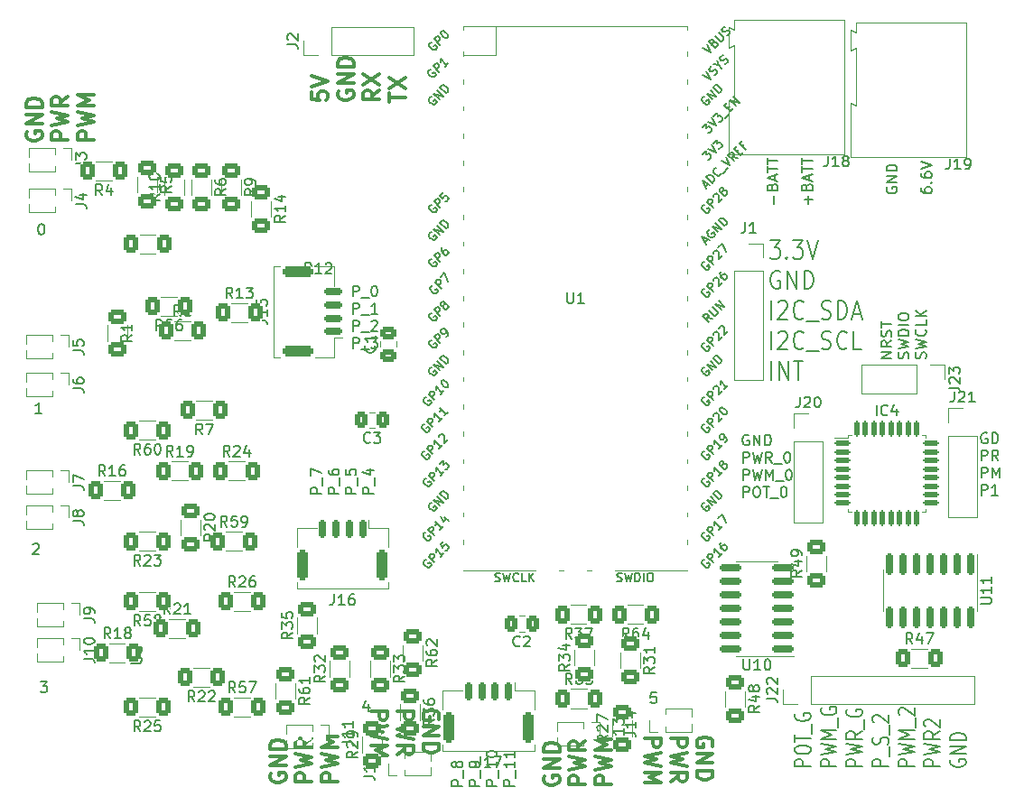
<source format=gto>
%TF.GenerationSoftware,KiCad,Pcbnew,7.0.1*%
%TF.CreationDate,2023-04-29T04:40:12+02:00*%
%TF.ProjectId,Hexapod_Hardware,48657861-706f-4645-9f48-617264776172,rev?*%
%TF.SameCoordinates,Original*%
%TF.FileFunction,Legend,Top*%
%TF.FilePolarity,Positive*%
%FSLAX46Y46*%
G04 Gerber Fmt 4.6, Leading zero omitted, Abs format (unit mm)*
G04 Created by KiCad (PCBNEW 7.0.1) date 2023-04-29 04:40:12*
%MOMM*%
%LPD*%
G01*
G04 APERTURE LIST*
G04 Aperture macros list*
%AMRoundRect*
0 Rectangle with rounded corners*
0 $1 Rounding radius*
0 $2 $3 $4 $5 $6 $7 $8 $9 X,Y pos of 4 corners*
0 Add a 4 corners polygon primitive as box body*
4,1,4,$2,$3,$4,$5,$6,$7,$8,$9,$2,$3,0*
0 Add four circle primitives for the rounded corners*
1,1,$1+$1,$2,$3*
1,1,$1+$1,$4,$5*
1,1,$1+$1,$6,$7*
1,1,$1+$1,$8,$9*
0 Add four rect primitives between the rounded corners*
20,1,$1+$1,$2,$3,$4,$5,0*
20,1,$1+$1,$4,$5,$6,$7,0*
20,1,$1+$1,$6,$7,$8,$9,0*
20,1,$1+$1,$8,$9,$2,$3,0*%
G04 Aperture macros list end*
%ADD10C,0.150000*%
%ADD11C,0.300000*%
%ADD12C,0.120000*%
%ADD13R,1.700000X1.700000*%
%ADD14O,1.700000X1.700000*%
%ADD15RoundRect,0.250000X-0.625000X0.400000X-0.625000X-0.400000X0.625000X-0.400000X0.625000X0.400000X0*%
%ADD16RoundRect,0.125000X-0.625000X-0.125000X0.625000X-0.125000X0.625000X0.125000X-0.625000X0.125000X0*%
%ADD17RoundRect,0.125000X-0.125000X-0.625000X0.125000X-0.625000X0.125000X0.625000X-0.125000X0.625000X0*%
%ADD18RoundRect,0.250000X0.400000X0.625000X-0.400000X0.625000X-0.400000X-0.625000X0.400000X-0.625000X0*%
%ADD19RoundRect,0.250000X0.337500X0.475000X-0.337500X0.475000X-0.337500X-0.475000X0.337500X-0.475000X0*%
%ADD20R,1.980000X3.960000*%
%ADD21O,1.980000X3.960000*%
%ADD22RoundRect,0.250000X0.475000X-0.337500X0.475000X0.337500X-0.475000X0.337500X-0.475000X-0.337500X0*%
%ADD23RoundRect,0.150000X0.825000X0.150000X-0.825000X0.150000X-0.825000X-0.150000X0.825000X-0.150000X0*%
%ADD24RoundRect,0.250000X-0.400000X-0.625000X0.400000X-0.625000X0.400000X0.625000X-0.400000X0.625000X0*%
%ADD25R,1.000000X1.000000*%
%ADD26O,1.000000X1.000000*%
%ADD27RoundRect,0.250000X0.625000X-0.400000X0.625000X0.400000X-0.625000X0.400000X-0.625000X-0.400000X0*%
%ADD28RoundRect,0.150000X-0.150000X0.825000X-0.150000X-0.825000X0.150000X-0.825000X0.150000X0.825000X0*%
%ADD29RoundRect,0.150000X0.700000X-0.150000X0.700000X0.150000X-0.700000X0.150000X-0.700000X-0.150000X0*%
%ADD30RoundRect,0.250000X1.150000X-0.250000X1.150000X0.250000X-1.150000X0.250000X-1.150000X-0.250000X0*%
%ADD31RoundRect,0.150000X0.150000X0.700000X-0.150000X0.700000X-0.150000X-0.700000X0.150000X-0.700000X0*%
%ADD32RoundRect,0.250000X0.250000X1.150000X-0.250000X1.150000X-0.250000X-1.150000X0.250000X-1.150000X0*%
%ADD33O,1.800000X1.800000*%
%ADD34O,1.500000X1.500000*%
%ADD35R,3.500000X1.700000*%
%ADD36R,1.700000X3.500000*%
G04 APERTURE END LIST*
D10*
X60594857Y-105303619D02*
X61213904Y-105303619D01*
X61213904Y-105303619D02*
X60880571Y-105684571D01*
X60880571Y-105684571D02*
X61023428Y-105684571D01*
X61023428Y-105684571D02*
X61118666Y-105732190D01*
X61118666Y-105732190D02*
X61166285Y-105779809D01*
X61166285Y-105779809D02*
X61213904Y-105875047D01*
X61213904Y-105875047D02*
X61213904Y-106113142D01*
X61213904Y-106113142D02*
X61166285Y-106208380D01*
X61166285Y-106208380D02*
X61118666Y-106256000D01*
X61118666Y-106256000D02*
X61023428Y-106303619D01*
X61023428Y-106303619D02*
X60737714Y-106303619D01*
X60737714Y-106303619D02*
X60642476Y-106256000D01*
X60642476Y-106256000D02*
X60594857Y-106208380D01*
X118316285Y-106319619D02*
X117840095Y-106319619D01*
X117840095Y-106319619D02*
X117792476Y-106795809D01*
X117792476Y-106795809D02*
X117840095Y-106748190D01*
X117840095Y-106748190D02*
X117935333Y-106700571D01*
X117935333Y-106700571D02*
X118173428Y-106700571D01*
X118173428Y-106700571D02*
X118268666Y-106748190D01*
X118268666Y-106748190D02*
X118316285Y-106795809D01*
X118316285Y-106795809D02*
X118363904Y-106891047D01*
X118363904Y-106891047D02*
X118363904Y-107129142D01*
X118363904Y-107129142D02*
X118316285Y-107224380D01*
X118316285Y-107224380D02*
X118268666Y-107272000D01*
X118268666Y-107272000D02*
X118173428Y-107319619D01*
X118173428Y-107319619D02*
X117935333Y-107319619D01*
X117935333Y-107319619D02*
X117840095Y-107272000D01*
X117840095Y-107272000D02*
X117792476Y-107224380D01*
X140401619Y-74945904D02*
X139401619Y-74945904D01*
X139401619Y-74945904D02*
X140401619Y-74374476D01*
X140401619Y-74374476D02*
X139401619Y-74374476D01*
X140401619Y-73326857D02*
X139925428Y-73660190D01*
X140401619Y-73898285D02*
X139401619Y-73898285D01*
X139401619Y-73898285D02*
X139401619Y-73517333D01*
X139401619Y-73517333D02*
X139449238Y-73422095D01*
X139449238Y-73422095D02*
X139496857Y-73374476D01*
X139496857Y-73374476D02*
X139592095Y-73326857D01*
X139592095Y-73326857D02*
X139734952Y-73326857D01*
X139734952Y-73326857D02*
X139830190Y-73374476D01*
X139830190Y-73374476D02*
X139877809Y-73422095D01*
X139877809Y-73422095D02*
X139925428Y-73517333D01*
X139925428Y-73517333D02*
X139925428Y-73898285D01*
X140354000Y-72945904D02*
X140401619Y-72803047D01*
X140401619Y-72803047D02*
X140401619Y-72564952D01*
X140401619Y-72564952D02*
X140354000Y-72469714D01*
X140354000Y-72469714D02*
X140306380Y-72422095D01*
X140306380Y-72422095D02*
X140211142Y-72374476D01*
X140211142Y-72374476D02*
X140115904Y-72374476D01*
X140115904Y-72374476D02*
X140020666Y-72422095D01*
X140020666Y-72422095D02*
X139973047Y-72469714D01*
X139973047Y-72469714D02*
X139925428Y-72564952D01*
X139925428Y-72564952D02*
X139877809Y-72755428D01*
X139877809Y-72755428D02*
X139830190Y-72850666D01*
X139830190Y-72850666D02*
X139782571Y-72898285D01*
X139782571Y-72898285D02*
X139687333Y-72945904D01*
X139687333Y-72945904D02*
X139592095Y-72945904D01*
X139592095Y-72945904D02*
X139496857Y-72898285D01*
X139496857Y-72898285D02*
X139449238Y-72850666D01*
X139449238Y-72850666D02*
X139401619Y-72755428D01*
X139401619Y-72755428D02*
X139401619Y-72517333D01*
X139401619Y-72517333D02*
X139449238Y-72374476D01*
X139401619Y-72088761D02*
X139401619Y-71517333D01*
X140401619Y-71803047D02*
X139401619Y-71803047D01*
X141974000Y-74993523D02*
X142021619Y-74850666D01*
X142021619Y-74850666D02*
X142021619Y-74612571D01*
X142021619Y-74612571D02*
X141974000Y-74517333D01*
X141974000Y-74517333D02*
X141926380Y-74469714D01*
X141926380Y-74469714D02*
X141831142Y-74422095D01*
X141831142Y-74422095D02*
X141735904Y-74422095D01*
X141735904Y-74422095D02*
X141640666Y-74469714D01*
X141640666Y-74469714D02*
X141593047Y-74517333D01*
X141593047Y-74517333D02*
X141545428Y-74612571D01*
X141545428Y-74612571D02*
X141497809Y-74803047D01*
X141497809Y-74803047D02*
X141450190Y-74898285D01*
X141450190Y-74898285D02*
X141402571Y-74945904D01*
X141402571Y-74945904D02*
X141307333Y-74993523D01*
X141307333Y-74993523D02*
X141212095Y-74993523D01*
X141212095Y-74993523D02*
X141116857Y-74945904D01*
X141116857Y-74945904D02*
X141069238Y-74898285D01*
X141069238Y-74898285D02*
X141021619Y-74803047D01*
X141021619Y-74803047D02*
X141021619Y-74564952D01*
X141021619Y-74564952D02*
X141069238Y-74422095D01*
X141021619Y-74088761D02*
X142021619Y-73850666D01*
X142021619Y-73850666D02*
X141307333Y-73660190D01*
X141307333Y-73660190D02*
X142021619Y-73469714D01*
X142021619Y-73469714D02*
X141021619Y-73231619D01*
X142021619Y-72850666D02*
X141021619Y-72850666D01*
X141021619Y-72850666D02*
X141021619Y-72612571D01*
X141021619Y-72612571D02*
X141069238Y-72469714D01*
X141069238Y-72469714D02*
X141164476Y-72374476D01*
X141164476Y-72374476D02*
X141259714Y-72326857D01*
X141259714Y-72326857D02*
X141450190Y-72279238D01*
X141450190Y-72279238D02*
X141593047Y-72279238D01*
X141593047Y-72279238D02*
X141783523Y-72326857D01*
X141783523Y-72326857D02*
X141878761Y-72374476D01*
X141878761Y-72374476D02*
X141974000Y-72469714D01*
X141974000Y-72469714D02*
X142021619Y-72612571D01*
X142021619Y-72612571D02*
X142021619Y-72850666D01*
X142021619Y-71850666D02*
X141021619Y-71850666D01*
X141021619Y-71184000D02*
X141021619Y-70993524D01*
X141021619Y-70993524D02*
X141069238Y-70898286D01*
X141069238Y-70898286D02*
X141164476Y-70803048D01*
X141164476Y-70803048D02*
X141354952Y-70755429D01*
X141354952Y-70755429D02*
X141688285Y-70755429D01*
X141688285Y-70755429D02*
X141878761Y-70803048D01*
X141878761Y-70803048D02*
X141974000Y-70898286D01*
X141974000Y-70898286D02*
X142021619Y-70993524D01*
X142021619Y-70993524D02*
X142021619Y-71184000D01*
X142021619Y-71184000D02*
X141974000Y-71279238D01*
X141974000Y-71279238D02*
X141878761Y-71374476D01*
X141878761Y-71374476D02*
X141688285Y-71422095D01*
X141688285Y-71422095D02*
X141354952Y-71422095D01*
X141354952Y-71422095D02*
X141164476Y-71374476D01*
X141164476Y-71374476D02*
X141069238Y-71279238D01*
X141069238Y-71279238D02*
X141021619Y-71184000D01*
X143594000Y-74993523D02*
X143641619Y-74850666D01*
X143641619Y-74850666D02*
X143641619Y-74612571D01*
X143641619Y-74612571D02*
X143594000Y-74517333D01*
X143594000Y-74517333D02*
X143546380Y-74469714D01*
X143546380Y-74469714D02*
X143451142Y-74422095D01*
X143451142Y-74422095D02*
X143355904Y-74422095D01*
X143355904Y-74422095D02*
X143260666Y-74469714D01*
X143260666Y-74469714D02*
X143213047Y-74517333D01*
X143213047Y-74517333D02*
X143165428Y-74612571D01*
X143165428Y-74612571D02*
X143117809Y-74803047D01*
X143117809Y-74803047D02*
X143070190Y-74898285D01*
X143070190Y-74898285D02*
X143022571Y-74945904D01*
X143022571Y-74945904D02*
X142927333Y-74993523D01*
X142927333Y-74993523D02*
X142832095Y-74993523D01*
X142832095Y-74993523D02*
X142736857Y-74945904D01*
X142736857Y-74945904D02*
X142689238Y-74898285D01*
X142689238Y-74898285D02*
X142641619Y-74803047D01*
X142641619Y-74803047D02*
X142641619Y-74564952D01*
X142641619Y-74564952D02*
X142689238Y-74422095D01*
X142641619Y-74088761D02*
X143641619Y-73850666D01*
X143641619Y-73850666D02*
X142927333Y-73660190D01*
X142927333Y-73660190D02*
X143641619Y-73469714D01*
X143641619Y-73469714D02*
X142641619Y-73231619D01*
X143546380Y-72279238D02*
X143594000Y-72326857D01*
X143594000Y-72326857D02*
X143641619Y-72469714D01*
X143641619Y-72469714D02*
X143641619Y-72564952D01*
X143641619Y-72564952D02*
X143594000Y-72707809D01*
X143594000Y-72707809D02*
X143498761Y-72803047D01*
X143498761Y-72803047D02*
X143403523Y-72850666D01*
X143403523Y-72850666D02*
X143213047Y-72898285D01*
X143213047Y-72898285D02*
X143070190Y-72898285D01*
X143070190Y-72898285D02*
X142879714Y-72850666D01*
X142879714Y-72850666D02*
X142784476Y-72803047D01*
X142784476Y-72803047D02*
X142689238Y-72707809D01*
X142689238Y-72707809D02*
X142641619Y-72564952D01*
X142641619Y-72564952D02*
X142641619Y-72469714D01*
X142641619Y-72469714D02*
X142689238Y-72326857D01*
X142689238Y-72326857D02*
X142736857Y-72279238D01*
X143641619Y-71374476D02*
X143641619Y-71850666D01*
X143641619Y-71850666D02*
X142641619Y-71850666D01*
X143641619Y-71041142D02*
X142641619Y-71041142D01*
X143641619Y-70469714D02*
X143070190Y-70898285D01*
X142641619Y-70469714D02*
X143213047Y-71041142D01*
D11*
X107827857Y-114173142D02*
X107756428Y-114316000D01*
X107756428Y-114316000D02*
X107756428Y-114530285D01*
X107756428Y-114530285D02*
X107827857Y-114744571D01*
X107827857Y-114744571D02*
X107970714Y-114887428D01*
X107970714Y-114887428D02*
X108113571Y-114958857D01*
X108113571Y-114958857D02*
X108399285Y-115030285D01*
X108399285Y-115030285D02*
X108613571Y-115030285D01*
X108613571Y-115030285D02*
X108899285Y-114958857D01*
X108899285Y-114958857D02*
X109042142Y-114887428D01*
X109042142Y-114887428D02*
X109185000Y-114744571D01*
X109185000Y-114744571D02*
X109256428Y-114530285D01*
X109256428Y-114530285D02*
X109256428Y-114387428D01*
X109256428Y-114387428D02*
X109185000Y-114173142D01*
X109185000Y-114173142D02*
X109113571Y-114101714D01*
X109113571Y-114101714D02*
X108613571Y-114101714D01*
X108613571Y-114101714D02*
X108613571Y-114387428D01*
X109256428Y-113458857D02*
X107756428Y-113458857D01*
X107756428Y-113458857D02*
X109256428Y-112601714D01*
X109256428Y-112601714D02*
X107756428Y-112601714D01*
X109256428Y-111887428D02*
X107756428Y-111887428D01*
X107756428Y-111887428D02*
X107756428Y-111530285D01*
X107756428Y-111530285D02*
X107827857Y-111315999D01*
X107827857Y-111315999D02*
X107970714Y-111173142D01*
X107970714Y-111173142D02*
X108113571Y-111101713D01*
X108113571Y-111101713D02*
X108399285Y-111030285D01*
X108399285Y-111030285D02*
X108613571Y-111030285D01*
X108613571Y-111030285D02*
X108899285Y-111101713D01*
X108899285Y-111101713D02*
X109042142Y-111173142D01*
X109042142Y-111173142D02*
X109185000Y-111315999D01*
X109185000Y-111315999D02*
X109256428Y-111530285D01*
X109256428Y-111530285D02*
X109256428Y-111887428D01*
X111686428Y-114958857D02*
X110186428Y-114958857D01*
X110186428Y-114958857D02*
X110186428Y-114387428D01*
X110186428Y-114387428D02*
X110257857Y-114244571D01*
X110257857Y-114244571D02*
X110329285Y-114173142D01*
X110329285Y-114173142D02*
X110472142Y-114101714D01*
X110472142Y-114101714D02*
X110686428Y-114101714D01*
X110686428Y-114101714D02*
X110829285Y-114173142D01*
X110829285Y-114173142D02*
X110900714Y-114244571D01*
X110900714Y-114244571D02*
X110972142Y-114387428D01*
X110972142Y-114387428D02*
X110972142Y-114958857D01*
X110186428Y-113601714D02*
X111686428Y-113244571D01*
X111686428Y-113244571D02*
X110615000Y-112958857D01*
X110615000Y-112958857D02*
X111686428Y-112673142D01*
X111686428Y-112673142D02*
X110186428Y-112316000D01*
X111686428Y-110887428D02*
X110972142Y-111387428D01*
X111686428Y-111744571D02*
X110186428Y-111744571D01*
X110186428Y-111744571D02*
X110186428Y-111173142D01*
X110186428Y-111173142D02*
X110257857Y-111030285D01*
X110257857Y-111030285D02*
X110329285Y-110958856D01*
X110329285Y-110958856D02*
X110472142Y-110887428D01*
X110472142Y-110887428D02*
X110686428Y-110887428D01*
X110686428Y-110887428D02*
X110829285Y-110958856D01*
X110829285Y-110958856D02*
X110900714Y-111030285D01*
X110900714Y-111030285D02*
X110972142Y-111173142D01*
X110972142Y-111173142D02*
X110972142Y-111744571D01*
X114116428Y-114958857D02*
X112616428Y-114958857D01*
X112616428Y-114958857D02*
X112616428Y-114387428D01*
X112616428Y-114387428D02*
X112687857Y-114244571D01*
X112687857Y-114244571D02*
X112759285Y-114173142D01*
X112759285Y-114173142D02*
X112902142Y-114101714D01*
X112902142Y-114101714D02*
X113116428Y-114101714D01*
X113116428Y-114101714D02*
X113259285Y-114173142D01*
X113259285Y-114173142D02*
X113330714Y-114244571D01*
X113330714Y-114244571D02*
X113402142Y-114387428D01*
X113402142Y-114387428D02*
X113402142Y-114958857D01*
X112616428Y-113601714D02*
X114116428Y-113244571D01*
X114116428Y-113244571D02*
X113045000Y-112958857D01*
X113045000Y-112958857D02*
X114116428Y-112673142D01*
X114116428Y-112673142D02*
X112616428Y-112316000D01*
X114116428Y-111744571D02*
X112616428Y-111744571D01*
X112616428Y-111744571D02*
X113687857Y-111244571D01*
X113687857Y-111244571D02*
X112616428Y-110744571D01*
X112616428Y-110744571D02*
X114116428Y-110744571D01*
D10*
X100173619Y-115077904D02*
X99173619Y-115077904D01*
X99173619Y-115077904D02*
X99173619Y-114696952D01*
X99173619Y-114696952D02*
X99221238Y-114601714D01*
X99221238Y-114601714D02*
X99268857Y-114554095D01*
X99268857Y-114554095D02*
X99364095Y-114506476D01*
X99364095Y-114506476D02*
X99506952Y-114506476D01*
X99506952Y-114506476D02*
X99602190Y-114554095D01*
X99602190Y-114554095D02*
X99649809Y-114601714D01*
X99649809Y-114601714D02*
X99697428Y-114696952D01*
X99697428Y-114696952D02*
X99697428Y-115077904D01*
X100268857Y-114316000D02*
X100268857Y-113554095D01*
X99602190Y-113173142D02*
X99554571Y-113268380D01*
X99554571Y-113268380D02*
X99506952Y-113315999D01*
X99506952Y-113315999D02*
X99411714Y-113363618D01*
X99411714Y-113363618D02*
X99364095Y-113363618D01*
X99364095Y-113363618D02*
X99268857Y-113315999D01*
X99268857Y-113315999D02*
X99221238Y-113268380D01*
X99221238Y-113268380D02*
X99173619Y-113173142D01*
X99173619Y-113173142D02*
X99173619Y-112982666D01*
X99173619Y-112982666D02*
X99221238Y-112887428D01*
X99221238Y-112887428D02*
X99268857Y-112839809D01*
X99268857Y-112839809D02*
X99364095Y-112792190D01*
X99364095Y-112792190D02*
X99411714Y-112792190D01*
X99411714Y-112792190D02*
X99506952Y-112839809D01*
X99506952Y-112839809D02*
X99554571Y-112887428D01*
X99554571Y-112887428D02*
X99602190Y-112982666D01*
X99602190Y-112982666D02*
X99602190Y-113173142D01*
X99602190Y-113173142D02*
X99649809Y-113268380D01*
X99649809Y-113268380D02*
X99697428Y-113315999D01*
X99697428Y-113315999D02*
X99792666Y-113363618D01*
X99792666Y-113363618D02*
X99983142Y-113363618D01*
X99983142Y-113363618D02*
X100078380Y-113315999D01*
X100078380Y-113315999D02*
X100126000Y-113268380D01*
X100126000Y-113268380D02*
X100173619Y-113173142D01*
X100173619Y-113173142D02*
X100173619Y-112982666D01*
X100173619Y-112982666D02*
X100126000Y-112887428D01*
X100126000Y-112887428D02*
X100078380Y-112839809D01*
X100078380Y-112839809D02*
X99983142Y-112792190D01*
X99983142Y-112792190D02*
X99792666Y-112792190D01*
X99792666Y-112792190D02*
X99697428Y-112839809D01*
X99697428Y-112839809D02*
X99649809Y-112887428D01*
X99649809Y-112887428D02*
X99602190Y-112982666D01*
X101793619Y-115077904D02*
X100793619Y-115077904D01*
X100793619Y-115077904D02*
X100793619Y-114696952D01*
X100793619Y-114696952D02*
X100841238Y-114601714D01*
X100841238Y-114601714D02*
X100888857Y-114554095D01*
X100888857Y-114554095D02*
X100984095Y-114506476D01*
X100984095Y-114506476D02*
X101126952Y-114506476D01*
X101126952Y-114506476D02*
X101222190Y-114554095D01*
X101222190Y-114554095D02*
X101269809Y-114601714D01*
X101269809Y-114601714D02*
X101317428Y-114696952D01*
X101317428Y-114696952D02*
X101317428Y-115077904D01*
X101888857Y-114316000D02*
X101888857Y-113554095D01*
X101793619Y-113268380D02*
X101793619Y-113077904D01*
X101793619Y-113077904D02*
X101746000Y-112982666D01*
X101746000Y-112982666D02*
X101698380Y-112935047D01*
X101698380Y-112935047D02*
X101555523Y-112839809D01*
X101555523Y-112839809D02*
X101365047Y-112792190D01*
X101365047Y-112792190D02*
X100984095Y-112792190D01*
X100984095Y-112792190D02*
X100888857Y-112839809D01*
X100888857Y-112839809D02*
X100841238Y-112887428D01*
X100841238Y-112887428D02*
X100793619Y-112982666D01*
X100793619Y-112982666D02*
X100793619Y-113173142D01*
X100793619Y-113173142D02*
X100841238Y-113268380D01*
X100841238Y-113268380D02*
X100888857Y-113315999D01*
X100888857Y-113315999D02*
X100984095Y-113363618D01*
X100984095Y-113363618D02*
X101222190Y-113363618D01*
X101222190Y-113363618D02*
X101317428Y-113315999D01*
X101317428Y-113315999D02*
X101365047Y-113268380D01*
X101365047Y-113268380D02*
X101412666Y-113173142D01*
X101412666Y-113173142D02*
X101412666Y-112982666D01*
X101412666Y-112982666D02*
X101365047Y-112887428D01*
X101365047Y-112887428D02*
X101317428Y-112839809D01*
X101317428Y-112839809D02*
X101222190Y-112792190D01*
X103413619Y-115077904D02*
X102413619Y-115077904D01*
X102413619Y-115077904D02*
X102413619Y-114696952D01*
X102413619Y-114696952D02*
X102461238Y-114601714D01*
X102461238Y-114601714D02*
X102508857Y-114554095D01*
X102508857Y-114554095D02*
X102604095Y-114506476D01*
X102604095Y-114506476D02*
X102746952Y-114506476D01*
X102746952Y-114506476D02*
X102842190Y-114554095D01*
X102842190Y-114554095D02*
X102889809Y-114601714D01*
X102889809Y-114601714D02*
X102937428Y-114696952D01*
X102937428Y-114696952D02*
X102937428Y-115077904D01*
X103508857Y-114316000D02*
X103508857Y-113554095D01*
X103413619Y-112792190D02*
X103413619Y-113363618D01*
X103413619Y-113077904D02*
X102413619Y-113077904D01*
X102413619Y-113077904D02*
X102556476Y-113173142D01*
X102556476Y-113173142D02*
X102651714Y-113268380D01*
X102651714Y-113268380D02*
X102699333Y-113363618D01*
X102413619Y-112173142D02*
X102413619Y-112077904D01*
X102413619Y-112077904D02*
X102461238Y-111982666D01*
X102461238Y-111982666D02*
X102508857Y-111935047D01*
X102508857Y-111935047D02*
X102604095Y-111887428D01*
X102604095Y-111887428D02*
X102794571Y-111839809D01*
X102794571Y-111839809D02*
X103032666Y-111839809D01*
X103032666Y-111839809D02*
X103223142Y-111887428D01*
X103223142Y-111887428D02*
X103318380Y-111935047D01*
X103318380Y-111935047D02*
X103366000Y-111982666D01*
X103366000Y-111982666D02*
X103413619Y-112077904D01*
X103413619Y-112077904D02*
X103413619Y-112173142D01*
X103413619Y-112173142D02*
X103366000Y-112268380D01*
X103366000Y-112268380D02*
X103318380Y-112315999D01*
X103318380Y-112315999D02*
X103223142Y-112363618D01*
X103223142Y-112363618D02*
X103032666Y-112411237D01*
X103032666Y-112411237D02*
X102794571Y-112411237D01*
X102794571Y-112411237D02*
X102604095Y-112363618D01*
X102604095Y-112363618D02*
X102508857Y-112315999D01*
X102508857Y-112315999D02*
X102461238Y-112268380D01*
X102461238Y-112268380D02*
X102413619Y-112173142D01*
X105033619Y-115077904D02*
X104033619Y-115077904D01*
X104033619Y-115077904D02*
X104033619Y-114696952D01*
X104033619Y-114696952D02*
X104081238Y-114601714D01*
X104081238Y-114601714D02*
X104128857Y-114554095D01*
X104128857Y-114554095D02*
X104224095Y-114506476D01*
X104224095Y-114506476D02*
X104366952Y-114506476D01*
X104366952Y-114506476D02*
X104462190Y-114554095D01*
X104462190Y-114554095D02*
X104509809Y-114601714D01*
X104509809Y-114601714D02*
X104557428Y-114696952D01*
X104557428Y-114696952D02*
X104557428Y-115077904D01*
X105128857Y-114316000D02*
X105128857Y-113554095D01*
X105033619Y-112792190D02*
X105033619Y-113363618D01*
X105033619Y-113077904D02*
X104033619Y-113077904D01*
X104033619Y-113077904D02*
X104176476Y-113173142D01*
X104176476Y-113173142D02*
X104271714Y-113268380D01*
X104271714Y-113268380D02*
X104319333Y-113363618D01*
X105033619Y-111839809D02*
X105033619Y-112411237D01*
X105033619Y-112125523D02*
X104033619Y-112125523D01*
X104033619Y-112125523D02*
X104176476Y-112220761D01*
X104176476Y-112220761D02*
X104271714Y-112315999D01*
X104271714Y-112315999D02*
X104319333Y-112411237D01*
D11*
X59313857Y-53721142D02*
X59242428Y-53864000D01*
X59242428Y-53864000D02*
X59242428Y-54078285D01*
X59242428Y-54078285D02*
X59313857Y-54292571D01*
X59313857Y-54292571D02*
X59456714Y-54435428D01*
X59456714Y-54435428D02*
X59599571Y-54506857D01*
X59599571Y-54506857D02*
X59885285Y-54578285D01*
X59885285Y-54578285D02*
X60099571Y-54578285D01*
X60099571Y-54578285D02*
X60385285Y-54506857D01*
X60385285Y-54506857D02*
X60528142Y-54435428D01*
X60528142Y-54435428D02*
X60671000Y-54292571D01*
X60671000Y-54292571D02*
X60742428Y-54078285D01*
X60742428Y-54078285D02*
X60742428Y-53935428D01*
X60742428Y-53935428D02*
X60671000Y-53721142D01*
X60671000Y-53721142D02*
X60599571Y-53649714D01*
X60599571Y-53649714D02*
X60099571Y-53649714D01*
X60099571Y-53649714D02*
X60099571Y-53935428D01*
X60742428Y-53006857D02*
X59242428Y-53006857D01*
X59242428Y-53006857D02*
X60742428Y-52149714D01*
X60742428Y-52149714D02*
X59242428Y-52149714D01*
X60742428Y-51435428D02*
X59242428Y-51435428D01*
X59242428Y-51435428D02*
X59242428Y-51078285D01*
X59242428Y-51078285D02*
X59313857Y-50863999D01*
X59313857Y-50863999D02*
X59456714Y-50721142D01*
X59456714Y-50721142D02*
X59599571Y-50649713D01*
X59599571Y-50649713D02*
X59885285Y-50578285D01*
X59885285Y-50578285D02*
X60099571Y-50578285D01*
X60099571Y-50578285D02*
X60385285Y-50649713D01*
X60385285Y-50649713D02*
X60528142Y-50721142D01*
X60528142Y-50721142D02*
X60671000Y-50863999D01*
X60671000Y-50863999D02*
X60742428Y-51078285D01*
X60742428Y-51078285D02*
X60742428Y-51435428D01*
X63172428Y-54506857D02*
X61672428Y-54506857D01*
X61672428Y-54506857D02*
X61672428Y-53935428D01*
X61672428Y-53935428D02*
X61743857Y-53792571D01*
X61743857Y-53792571D02*
X61815285Y-53721142D01*
X61815285Y-53721142D02*
X61958142Y-53649714D01*
X61958142Y-53649714D02*
X62172428Y-53649714D01*
X62172428Y-53649714D02*
X62315285Y-53721142D01*
X62315285Y-53721142D02*
X62386714Y-53792571D01*
X62386714Y-53792571D02*
X62458142Y-53935428D01*
X62458142Y-53935428D02*
X62458142Y-54506857D01*
X61672428Y-53149714D02*
X63172428Y-52792571D01*
X63172428Y-52792571D02*
X62101000Y-52506857D01*
X62101000Y-52506857D02*
X63172428Y-52221142D01*
X63172428Y-52221142D02*
X61672428Y-51864000D01*
X63172428Y-50435428D02*
X62458142Y-50935428D01*
X63172428Y-51292571D02*
X61672428Y-51292571D01*
X61672428Y-51292571D02*
X61672428Y-50721142D01*
X61672428Y-50721142D02*
X61743857Y-50578285D01*
X61743857Y-50578285D02*
X61815285Y-50506856D01*
X61815285Y-50506856D02*
X61958142Y-50435428D01*
X61958142Y-50435428D02*
X62172428Y-50435428D01*
X62172428Y-50435428D02*
X62315285Y-50506856D01*
X62315285Y-50506856D02*
X62386714Y-50578285D01*
X62386714Y-50578285D02*
X62458142Y-50721142D01*
X62458142Y-50721142D02*
X62458142Y-51292571D01*
X65602428Y-54506857D02*
X64102428Y-54506857D01*
X64102428Y-54506857D02*
X64102428Y-53935428D01*
X64102428Y-53935428D02*
X64173857Y-53792571D01*
X64173857Y-53792571D02*
X64245285Y-53721142D01*
X64245285Y-53721142D02*
X64388142Y-53649714D01*
X64388142Y-53649714D02*
X64602428Y-53649714D01*
X64602428Y-53649714D02*
X64745285Y-53721142D01*
X64745285Y-53721142D02*
X64816714Y-53792571D01*
X64816714Y-53792571D02*
X64888142Y-53935428D01*
X64888142Y-53935428D02*
X64888142Y-54506857D01*
X64102428Y-53149714D02*
X65602428Y-52792571D01*
X65602428Y-52792571D02*
X64531000Y-52506857D01*
X64531000Y-52506857D02*
X65602428Y-52221142D01*
X65602428Y-52221142D02*
X64102428Y-51864000D01*
X65602428Y-51292571D02*
X64102428Y-51292571D01*
X64102428Y-51292571D02*
X65173857Y-50792571D01*
X65173857Y-50792571D02*
X64102428Y-50292571D01*
X64102428Y-50292571D02*
X65602428Y-50292571D01*
X86022428Y-49982571D02*
X86022428Y-50696857D01*
X86022428Y-50696857D02*
X86736714Y-50768285D01*
X86736714Y-50768285D02*
X86665285Y-50696857D01*
X86665285Y-50696857D02*
X86593857Y-50554000D01*
X86593857Y-50554000D02*
X86593857Y-50196857D01*
X86593857Y-50196857D02*
X86665285Y-50054000D01*
X86665285Y-50054000D02*
X86736714Y-49982571D01*
X86736714Y-49982571D02*
X86879571Y-49911142D01*
X86879571Y-49911142D02*
X87236714Y-49911142D01*
X87236714Y-49911142D02*
X87379571Y-49982571D01*
X87379571Y-49982571D02*
X87451000Y-50054000D01*
X87451000Y-50054000D02*
X87522428Y-50196857D01*
X87522428Y-50196857D02*
X87522428Y-50554000D01*
X87522428Y-50554000D02*
X87451000Y-50696857D01*
X87451000Y-50696857D02*
X87379571Y-50768285D01*
X86022428Y-49482571D02*
X87522428Y-48982571D01*
X87522428Y-48982571D02*
X86022428Y-48482571D01*
X88523857Y-49911142D02*
X88452428Y-50054000D01*
X88452428Y-50054000D02*
X88452428Y-50268285D01*
X88452428Y-50268285D02*
X88523857Y-50482571D01*
X88523857Y-50482571D02*
X88666714Y-50625428D01*
X88666714Y-50625428D02*
X88809571Y-50696857D01*
X88809571Y-50696857D02*
X89095285Y-50768285D01*
X89095285Y-50768285D02*
X89309571Y-50768285D01*
X89309571Y-50768285D02*
X89595285Y-50696857D01*
X89595285Y-50696857D02*
X89738142Y-50625428D01*
X89738142Y-50625428D02*
X89881000Y-50482571D01*
X89881000Y-50482571D02*
X89952428Y-50268285D01*
X89952428Y-50268285D02*
X89952428Y-50125428D01*
X89952428Y-50125428D02*
X89881000Y-49911142D01*
X89881000Y-49911142D02*
X89809571Y-49839714D01*
X89809571Y-49839714D02*
X89309571Y-49839714D01*
X89309571Y-49839714D02*
X89309571Y-50125428D01*
X89952428Y-49196857D02*
X88452428Y-49196857D01*
X88452428Y-49196857D02*
X89952428Y-48339714D01*
X89952428Y-48339714D02*
X88452428Y-48339714D01*
X89952428Y-47625428D02*
X88452428Y-47625428D01*
X88452428Y-47625428D02*
X88452428Y-47268285D01*
X88452428Y-47268285D02*
X88523857Y-47053999D01*
X88523857Y-47053999D02*
X88666714Y-46911142D01*
X88666714Y-46911142D02*
X88809571Y-46839713D01*
X88809571Y-46839713D02*
X89095285Y-46768285D01*
X89095285Y-46768285D02*
X89309571Y-46768285D01*
X89309571Y-46768285D02*
X89595285Y-46839713D01*
X89595285Y-46839713D02*
X89738142Y-46911142D01*
X89738142Y-46911142D02*
X89881000Y-47053999D01*
X89881000Y-47053999D02*
X89952428Y-47268285D01*
X89952428Y-47268285D02*
X89952428Y-47625428D01*
X92382428Y-49839714D02*
X91668142Y-50339714D01*
X92382428Y-50696857D02*
X90882428Y-50696857D01*
X90882428Y-50696857D02*
X90882428Y-50125428D01*
X90882428Y-50125428D02*
X90953857Y-49982571D01*
X90953857Y-49982571D02*
X91025285Y-49911142D01*
X91025285Y-49911142D02*
X91168142Y-49839714D01*
X91168142Y-49839714D02*
X91382428Y-49839714D01*
X91382428Y-49839714D02*
X91525285Y-49911142D01*
X91525285Y-49911142D02*
X91596714Y-49982571D01*
X91596714Y-49982571D02*
X91668142Y-50125428D01*
X91668142Y-50125428D02*
X91668142Y-50696857D01*
X90882428Y-49339714D02*
X92382428Y-48339714D01*
X90882428Y-48339714D02*
X92382428Y-49339714D01*
X93312428Y-50911142D02*
X93312428Y-50054000D01*
X94812428Y-50482571D02*
X93312428Y-50482571D01*
X93312428Y-49696857D02*
X94812428Y-48696857D01*
X93312428Y-48696857D02*
X94812428Y-49696857D01*
X82173857Y-113919142D02*
X82102428Y-114062000D01*
X82102428Y-114062000D02*
X82102428Y-114276285D01*
X82102428Y-114276285D02*
X82173857Y-114490571D01*
X82173857Y-114490571D02*
X82316714Y-114633428D01*
X82316714Y-114633428D02*
X82459571Y-114704857D01*
X82459571Y-114704857D02*
X82745285Y-114776285D01*
X82745285Y-114776285D02*
X82959571Y-114776285D01*
X82959571Y-114776285D02*
X83245285Y-114704857D01*
X83245285Y-114704857D02*
X83388142Y-114633428D01*
X83388142Y-114633428D02*
X83531000Y-114490571D01*
X83531000Y-114490571D02*
X83602428Y-114276285D01*
X83602428Y-114276285D02*
X83602428Y-114133428D01*
X83602428Y-114133428D02*
X83531000Y-113919142D01*
X83531000Y-113919142D02*
X83459571Y-113847714D01*
X83459571Y-113847714D02*
X82959571Y-113847714D01*
X82959571Y-113847714D02*
X82959571Y-114133428D01*
X83602428Y-113204857D02*
X82102428Y-113204857D01*
X82102428Y-113204857D02*
X83602428Y-112347714D01*
X83602428Y-112347714D02*
X82102428Y-112347714D01*
X83602428Y-111633428D02*
X82102428Y-111633428D01*
X82102428Y-111633428D02*
X82102428Y-111276285D01*
X82102428Y-111276285D02*
X82173857Y-111061999D01*
X82173857Y-111061999D02*
X82316714Y-110919142D01*
X82316714Y-110919142D02*
X82459571Y-110847713D01*
X82459571Y-110847713D02*
X82745285Y-110776285D01*
X82745285Y-110776285D02*
X82959571Y-110776285D01*
X82959571Y-110776285D02*
X83245285Y-110847713D01*
X83245285Y-110847713D02*
X83388142Y-110919142D01*
X83388142Y-110919142D02*
X83531000Y-111061999D01*
X83531000Y-111061999D02*
X83602428Y-111276285D01*
X83602428Y-111276285D02*
X83602428Y-111633428D01*
X86032428Y-114704857D02*
X84532428Y-114704857D01*
X84532428Y-114704857D02*
X84532428Y-114133428D01*
X84532428Y-114133428D02*
X84603857Y-113990571D01*
X84603857Y-113990571D02*
X84675285Y-113919142D01*
X84675285Y-113919142D02*
X84818142Y-113847714D01*
X84818142Y-113847714D02*
X85032428Y-113847714D01*
X85032428Y-113847714D02*
X85175285Y-113919142D01*
X85175285Y-113919142D02*
X85246714Y-113990571D01*
X85246714Y-113990571D02*
X85318142Y-114133428D01*
X85318142Y-114133428D02*
X85318142Y-114704857D01*
X84532428Y-113347714D02*
X86032428Y-112990571D01*
X86032428Y-112990571D02*
X84961000Y-112704857D01*
X84961000Y-112704857D02*
X86032428Y-112419142D01*
X86032428Y-112419142D02*
X84532428Y-112062000D01*
X86032428Y-110633428D02*
X85318142Y-111133428D01*
X86032428Y-111490571D02*
X84532428Y-111490571D01*
X84532428Y-111490571D02*
X84532428Y-110919142D01*
X84532428Y-110919142D02*
X84603857Y-110776285D01*
X84603857Y-110776285D02*
X84675285Y-110704856D01*
X84675285Y-110704856D02*
X84818142Y-110633428D01*
X84818142Y-110633428D02*
X85032428Y-110633428D01*
X85032428Y-110633428D02*
X85175285Y-110704856D01*
X85175285Y-110704856D02*
X85246714Y-110776285D01*
X85246714Y-110776285D02*
X85318142Y-110919142D01*
X85318142Y-110919142D02*
X85318142Y-111490571D01*
X88462428Y-114704857D02*
X86962428Y-114704857D01*
X86962428Y-114704857D02*
X86962428Y-114133428D01*
X86962428Y-114133428D02*
X87033857Y-113990571D01*
X87033857Y-113990571D02*
X87105285Y-113919142D01*
X87105285Y-113919142D02*
X87248142Y-113847714D01*
X87248142Y-113847714D02*
X87462428Y-113847714D01*
X87462428Y-113847714D02*
X87605285Y-113919142D01*
X87605285Y-113919142D02*
X87676714Y-113990571D01*
X87676714Y-113990571D02*
X87748142Y-114133428D01*
X87748142Y-114133428D02*
X87748142Y-114704857D01*
X86962428Y-113347714D02*
X88462428Y-112990571D01*
X88462428Y-112990571D02*
X87391000Y-112704857D01*
X87391000Y-112704857D02*
X88462428Y-112419142D01*
X88462428Y-112419142D02*
X86962428Y-112062000D01*
X88462428Y-111490571D02*
X86962428Y-111490571D01*
X86962428Y-111490571D02*
X88033857Y-110990571D01*
X88033857Y-110990571D02*
X86962428Y-110490571D01*
X86962428Y-110490571D02*
X88462428Y-110490571D01*
D10*
X89900095Y-69185619D02*
X89900095Y-68185619D01*
X89900095Y-68185619D02*
X90281047Y-68185619D01*
X90281047Y-68185619D02*
X90376285Y-68233238D01*
X90376285Y-68233238D02*
X90423904Y-68280857D01*
X90423904Y-68280857D02*
X90471523Y-68376095D01*
X90471523Y-68376095D02*
X90471523Y-68518952D01*
X90471523Y-68518952D02*
X90423904Y-68614190D01*
X90423904Y-68614190D02*
X90376285Y-68661809D01*
X90376285Y-68661809D02*
X90281047Y-68709428D01*
X90281047Y-68709428D02*
X89900095Y-68709428D01*
X90662000Y-69280857D02*
X91423904Y-69280857D01*
X91852476Y-68185619D02*
X91947714Y-68185619D01*
X91947714Y-68185619D02*
X92042952Y-68233238D01*
X92042952Y-68233238D02*
X92090571Y-68280857D01*
X92090571Y-68280857D02*
X92138190Y-68376095D01*
X92138190Y-68376095D02*
X92185809Y-68566571D01*
X92185809Y-68566571D02*
X92185809Y-68804666D01*
X92185809Y-68804666D02*
X92138190Y-68995142D01*
X92138190Y-68995142D02*
X92090571Y-69090380D01*
X92090571Y-69090380D02*
X92042952Y-69138000D01*
X92042952Y-69138000D02*
X91947714Y-69185619D01*
X91947714Y-69185619D02*
X91852476Y-69185619D01*
X91852476Y-69185619D02*
X91757238Y-69138000D01*
X91757238Y-69138000D02*
X91709619Y-69090380D01*
X91709619Y-69090380D02*
X91662000Y-68995142D01*
X91662000Y-68995142D02*
X91614381Y-68804666D01*
X91614381Y-68804666D02*
X91614381Y-68566571D01*
X91614381Y-68566571D02*
X91662000Y-68376095D01*
X91662000Y-68376095D02*
X91709619Y-68280857D01*
X91709619Y-68280857D02*
X91757238Y-68233238D01*
X91757238Y-68233238D02*
X91852476Y-68185619D01*
X89900095Y-70805619D02*
X89900095Y-69805619D01*
X89900095Y-69805619D02*
X90281047Y-69805619D01*
X90281047Y-69805619D02*
X90376285Y-69853238D01*
X90376285Y-69853238D02*
X90423904Y-69900857D01*
X90423904Y-69900857D02*
X90471523Y-69996095D01*
X90471523Y-69996095D02*
X90471523Y-70138952D01*
X90471523Y-70138952D02*
X90423904Y-70234190D01*
X90423904Y-70234190D02*
X90376285Y-70281809D01*
X90376285Y-70281809D02*
X90281047Y-70329428D01*
X90281047Y-70329428D02*
X89900095Y-70329428D01*
X90662000Y-70900857D02*
X91423904Y-70900857D01*
X92185809Y-70805619D02*
X91614381Y-70805619D01*
X91900095Y-70805619D02*
X91900095Y-69805619D01*
X91900095Y-69805619D02*
X91804857Y-69948476D01*
X91804857Y-69948476D02*
X91709619Y-70043714D01*
X91709619Y-70043714D02*
X91614381Y-70091333D01*
X89900095Y-72425619D02*
X89900095Y-71425619D01*
X89900095Y-71425619D02*
X90281047Y-71425619D01*
X90281047Y-71425619D02*
X90376285Y-71473238D01*
X90376285Y-71473238D02*
X90423904Y-71520857D01*
X90423904Y-71520857D02*
X90471523Y-71616095D01*
X90471523Y-71616095D02*
X90471523Y-71758952D01*
X90471523Y-71758952D02*
X90423904Y-71854190D01*
X90423904Y-71854190D02*
X90376285Y-71901809D01*
X90376285Y-71901809D02*
X90281047Y-71949428D01*
X90281047Y-71949428D02*
X89900095Y-71949428D01*
X90662000Y-72520857D02*
X91423904Y-72520857D01*
X91614381Y-71520857D02*
X91662000Y-71473238D01*
X91662000Y-71473238D02*
X91757238Y-71425619D01*
X91757238Y-71425619D02*
X91995333Y-71425619D01*
X91995333Y-71425619D02*
X92090571Y-71473238D01*
X92090571Y-71473238D02*
X92138190Y-71520857D01*
X92138190Y-71520857D02*
X92185809Y-71616095D01*
X92185809Y-71616095D02*
X92185809Y-71711333D01*
X92185809Y-71711333D02*
X92138190Y-71854190D01*
X92138190Y-71854190D02*
X91566762Y-72425619D01*
X91566762Y-72425619D02*
X92185809Y-72425619D01*
X89900095Y-74045619D02*
X89900095Y-73045619D01*
X89900095Y-73045619D02*
X90281047Y-73045619D01*
X90281047Y-73045619D02*
X90376285Y-73093238D01*
X90376285Y-73093238D02*
X90423904Y-73140857D01*
X90423904Y-73140857D02*
X90471523Y-73236095D01*
X90471523Y-73236095D02*
X90471523Y-73378952D01*
X90471523Y-73378952D02*
X90423904Y-73474190D01*
X90423904Y-73474190D02*
X90376285Y-73521809D01*
X90376285Y-73521809D02*
X90281047Y-73569428D01*
X90281047Y-73569428D02*
X89900095Y-73569428D01*
X90662000Y-74140857D02*
X91423904Y-74140857D01*
X91566762Y-73045619D02*
X92185809Y-73045619D01*
X92185809Y-73045619D02*
X91852476Y-73426571D01*
X91852476Y-73426571D02*
X91995333Y-73426571D01*
X91995333Y-73426571D02*
X92090571Y-73474190D01*
X92090571Y-73474190D02*
X92138190Y-73521809D01*
X92138190Y-73521809D02*
X92185809Y-73617047D01*
X92185809Y-73617047D02*
X92185809Y-73855142D01*
X92185809Y-73855142D02*
X92138190Y-73950380D01*
X92138190Y-73950380D02*
X92090571Y-73998000D01*
X92090571Y-73998000D02*
X91995333Y-74045619D01*
X91995333Y-74045619D02*
X91709619Y-74045619D01*
X91709619Y-74045619D02*
X91614381Y-73998000D01*
X91614381Y-73998000D02*
X91566762Y-73950380D01*
D11*
X97912142Y-108838857D02*
X97983571Y-108696000D01*
X97983571Y-108696000D02*
X97983571Y-108481714D01*
X97983571Y-108481714D02*
X97912142Y-108267428D01*
X97912142Y-108267428D02*
X97769285Y-108124571D01*
X97769285Y-108124571D02*
X97626428Y-108053142D01*
X97626428Y-108053142D02*
X97340714Y-107981714D01*
X97340714Y-107981714D02*
X97126428Y-107981714D01*
X97126428Y-107981714D02*
X96840714Y-108053142D01*
X96840714Y-108053142D02*
X96697857Y-108124571D01*
X96697857Y-108124571D02*
X96555000Y-108267428D01*
X96555000Y-108267428D02*
X96483571Y-108481714D01*
X96483571Y-108481714D02*
X96483571Y-108624571D01*
X96483571Y-108624571D02*
X96555000Y-108838857D01*
X96555000Y-108838857D02*
X96626428Y-108910285D01*
X96626428Y-108910285D02*
X97126428Y-108910285D01*
X97126428Y-108910285D02*
X97126428Y-108624571D01*
X96483571Y-109553142D02*
X97983571Y-109553142D01*
X97983571Y-109553142D02*
X96483571Y-110410285D01*
X96483571Y-110410285D02*
X97983571Y-110410285D01*
X96483571Y-111124571D02*
X97983571Y-111124571D01*
X97983571Y-111124571D02*
X97983571Y-111481714D01*
X97983571Y-111481714D02*
X97912142Y-111696000D01*
X97912142Y-111696000D02*
X97769285Y-111838857D01*
X97769285Y-111838857D02*
X97626428Y-111910286D01*
X97626428Y-111910286D02*
X97340714Y-111981714D01*
X97340714Y-111981714D02*
X97126428Y-111981714D01*
X97126428Y-111981714D02*
X96840714Y-111910286D01*
X96840714Y-111910286D02*
X96697857Y-111838857D01*
X96697857Y-111838857D02*
X96555000Y-111696000D01*
X96555000Y-111696000D02*
X96483571Y-111481714D01*
X96483571Y-111481714D02*
X96483571Y-111124571D01*
X94053571Y-108053142D02*
X95553571Y-108053142D01*
X95553571Y-108053142D02*
X95553571Y-108624571D01*
X95553571Y-108624571D02*
X95482142Y-108767428D01*
X95482142Y-108767428D02*
X95410714Y-108838857D01*
X95410714Y-108838857D02*
X95267857Y-108910285D01*
X95267857Y-108910285D02*
X95053571Y-108910285D01*
X95053571Y-108910285D02*
X94910714Y-108838857D01*
X94910714Y-108838857D02*
X94839285Y-108767428D01*
X94839285Y-108767428D02*
X94767857Y-108624571D01*
X94767857Y-108624571D02*
X94767857Y-108053142D01*
X95553571Y-109410285D02*
X94053571Y-109767428D01*
X94053571Y-109767428D02*
X95125000Y-110053142D01*
X95125000Y-110053142D02*
X94053571Y-110338857D01*
X94053571Y-110338857D02*
X95553571Y-110696000D01*
X94053571Y-112124571D02*
X94767857Y-111624571D01*
X94053571Y-111267428D02*
X95553571Y-111267428D01*
X95553571Y-111267428D02*
X95553571Y-111838857D01*
X95553571Y-111838857D02*
X95482142Y-111981714D01*
X95482142Y-111981714D02*
X95410714Y-112053143D01*
X95410714Y-112053143D02*
X95267857Y-112124571D01*
X95267857Y-112124571D02*
X95053571Y-112124571D01*
X95053571Y-112124571D02*
X94910714Y-112053143D01*
X94910714Y-112053143D02*
X94839285Y-111981714D01*
X94839285Y-111981714D02*
X94767857Y-111838857D01*
X94767857Y-111838857D02*
X94767857Y-111267428D01*
X91623571Y-108053142D02*
X93123571Y-108053142D01*
X93123571Y-108053142D02*
X93123571Y-108624571D01*
X93123571Y-108624571D02*
X93052142Y-108767428D01*
X93052142Y-108767428D02*
X92980714Y-108838857D01*
X92980714Y-108838857D02*
X92837857Y-108910285D01*
X92837857Y-108910285D02*
X92623571Y-108910285D01*
X92623571Y-108910285D02*
X92480714Y-108838857D01*
X92480714Y-108838857D02*
X92409285Y-108767428D01*
X92409285Y-108767428D02*
X92337857Y-108624571D01*
X92337857Y-108624571D02*
X92337857Y-108053142D01*
X93123571Y-109410285D02*
X91623571Y-109767428D01*
X91623571Y-109767428D02*
X92695000Y-110053142D01*
X92695000Y-110053142D02*
X91623571Y-110338857D01*
X91623571Y-110338857D02*
X93123571Y-110696000D01*
X91623571Y-111267428D02*
X93123571Y-111267428D01*
X93123571Y-111267428D02*
X92052142Y-111767428D01*
X92052142Y-111767428D02*
X93123571Y-112267428D01*
X93123571Y-112267428D02*
X91623571Y-112267428D01*
D10*
X139957238Y-58928095D02*
X139909619Y-59023333D01*
X139909619Y-59023333D02*
X139909619Y-59166190D01*
X139909619Y-59166190D02*
X139957238Y-59309047D01*
X139957238Y-59309047D02*
X140052476Y-59404285D01*
X140052476Y-59404285D02*
X140147714Y-59451904D01*
X140147714Y-59451904D02*
X140338190Y-59499523D01*
X140338190Y-59499523D02*
X140481047Y-59499523D01*
X140481047Y-59499523D02*
X140671523Y-59451904D01*
X140671523Y-59451904D02*
X140766761Y-59404285D01*
X140766761Y-59404285D02*
X140862000Y-59309047D01*
X140862000Y-59309047D02*
X140909619Y-59166190D01*
X140909619Y-59166190D02*
X140909619Y-59070952D01*
X140909619Y-59070952D02*
X140862000Y-58928095D01*
X140862000Y-58928095D02*
X140814380Y-58880476D01*
X140814380Y-58880476D02*
X140481047Y-58880476D01*
X140481047Y-58880476D02*
X140481047Y-59070952D01*
X140909619Y-58451904D02*
X139909619Y-58451904D01*
X139909619Y-58451904D02*
X140909619Y-57880476D01*
X140909619Y-57880476D02*
X139909619Y-57880476D01*
X140909619Y-57404285D02*
X139909619Y-57404285D01*
X139909619Y-57404285D02*
X139909619Y-57166190D01*
X139909619Y-57166190D02*
X139957238Y-57023333D01*
X139957238Y-57023333D02*
X140052476Y-56928095D01*
X140052476Y-56928095D02*
X140147714Y-56880476D01*
X140147714Y-56880476D02*
X140338190Y-56832857D01*
X140338190Y-56832857D02*
X140481047Y-56832857D01*
X140481047Y-56832857D02*
X140671523Y-56880476D01*
X140671523Y-56880476D02*
X140766761Y-56928095D01*
X140766761Y-56928095D02*
X140862000Y-57023333D01*
X140862000Y-57023333D02*
X140909619Y-57166190D01*
X140909619Y-57166190D02*
X140909619Y-57404285D01*
X143149619Y-59023333D02*
X143149619Y-59213809D01*
X143149619Y-59213809D02*
X143197238Y-59309047D01*
X143197238Y-59309047D02*
X143244857Y-59356666D01*
X143244857Y-59356666D02*
X143387714Y-59451904D01*
X143387714Y-59451904D02*
X143578190Y-59499523D01*
X143578190Y-59499523D02*
X143959142Y-59499523D01*
X143959142Y-59499523D02*
X144054380Y-59451904D01*
X144054380Y-59451904D02*
X144102000Y-59404285D01*
X144102000Y-59404285D02*
X144149619Y-59309047D01*
X144149619Y-59309047D02*
X144149619Y-59118571D01*
X144149619Y-59118571D02*
X144102000Y-59023333D01*
X144102000Y-59023333D02*
X144054380Y-58975714D01*
X144054380Y-58975714D02*
X143959142Y-58928095D01*
X143959142Y-58928095D02*
X143721047Y-58928095D01*
X143721047Y-58928095D02*
X143625809Y-58975714D01*
X143625809Y-58975714D02*
X143578190Y-59023333D01*
X143578190Y-59023333D02*
X143530571Y-59118571D01*
X143530571Y-59118571D02*
X143530571Y-59309047D01*
X143530571Y-59309047D02*
X143578190Y-59404285D01*
X143578190Y-59404285D02*
X143625809Y-59451904D01*
X143625809Y-59451904D02*
X143721047Y-59499523D01*
X144054380Y-58499523D02*
X144102000Y-58451904D01*
X144102000Y-58451904D02*
X144149619Y-58499523D01*
X144149619Y-58499523D02*
X144102000Y-58547142D01*
X144102000Y-58547142D02*
X144054380Y-58499523D01*
X144054380Y-58499523D02*
X144149619Y-58499523D01*
X143149619Y-57594762D02*
X143149619Y-57785238D01*
X143149619Y-57785238D02*
X143197238Y-57880476D01*
X143197238Y-57880476D02*
X143244857Y-57928095D01*
X143244857Y-57928095D02*
X143387714Y-58023333D01*
X143387714Y-58023333D02*
X143578190Y-58070952D01*
X143578190Y-58070952D02*
X143959142Y-58070952D01*
X143959142Y-58070952D02*
X144054380Y-58023333D01*
X144054380Y-58023333D02*
X144102000Y-57975714D01*
X144102000Y-57975714D02*
X144149619Y-57880476D01*
X144149619Y-57880476D02*
X144149619Y-57690000D01*
X144149619Y-57690000D02*
X144102000Y-57594762D01*
X144102000Y-57594762D02*
X144054380Y-57547143D01*
X144054380Y-57547143D02*
X143959142Y-57499524D01*
X143959142Y-57499524D02*
X143721047Y-57499524D01*
X143721047Y-57499524D02*
X143625809Y-57547143D01*
X143625809Y-57547143D02*
X143578190Y-57594762D01*
X143578190Y-57594762D02*
X143530571Y-57690000D01*
X143530571Y-57690000D02*
X143530571Y-57880476D01*
X143530571Y-57880476D02*
X143578190Y-57975714D01*
X143578190Y-57975714D02*
X143625809Y-58023333D01*
X143625809Y-58023333D02*
X143721047Y-58070952D01*
X143149619Y-57213809D02*
X144149619Y-56880476D01*
X144149619Y-56880476D02*
X143149619Y-56547143D01*
X132810428Y-113252285D02*
X131310428Y-113252285D01*
X131310428Y-113252285D02*
X131310428Y-112795142D01*
X131310428Y-112795142D02*
X131381857Y-112680857D01*
X131381857Y-112680857D02*
X131453285Y-112623714D01*
X131453285Y-112623714D02*
X131596142Y-112566571D01*
X131596142Y-112566571D02*
X131810428Y-112566571D01*
X131810428Y-112566571D02*
X131953285Y-112623714D01*
X131953285Y-112623714D02*
X132024714Y-112680857D01*
X132024714Y-112680857D02*
X132096142Y-112795142D01*
X132096142Y-112795142D02*
X132096142Y-113252285D01*
X131310428Y-111823714D02*
X131310428Y-111595142D01*
X131310428Y-111595142D02*
X131381857Y-111480857D01*
X131381857Y-111480857D02*
X131524714Y-111366571D01*
X131524714Y-111366571D02*
X131810428Y-111309428D01*
X131810428Y-111309428D02*
X132310428Y-111309428D01*
X132310428Y-111309428D02*
X132596142Y-111366571D01*
X132596142Y-111366571D02*
X132739000Y-111480857D01*
X132739000Y-111480857D02*
X132810428Y-111595142D01*
X132810428Y-111595142D02*
X132810428Y-111823714D01*
X132810428Y-111823714D02*
X132739000Y-111938000D01*
X132739000Y-111938000D02*
X132596142Y-112052285D01*
X132596142Y-112052285D02*
X132310428Y-112109428D01*
X132310428Y-112109428D02*
X131810428Y-112109428D01*
X131810428Y-112109428D02*
X131524714Y-112052285D01*
X131524714Y-112052285D02*
X131381857Y-111938000D01*
X131381857Y-111938000D02*
X131310428Y-111823714D01*
X131310428Y-110966571D02*
X131310428Y-110280857D01*
X132810428Y-110623714D02*
X131310428Y-110623714D01*
X132953285Y-110166571D02*
X132953285Y-109252285D01*
X131381857Y-108337999D02*
X131310428Y-108452285D01*
X131310428Y-108452285D02*
X131310428Y-108623713D01*
X131310428Y-108623713D02*
X131381857Y-108795142D01*
X131381857Y-108795142D02*
X131524714Y-108909427D01*
X131524714Y-108909427D02*
X131667571Y-108966570D01*
X131667571Y-108966570D02*
X131953285Y-109023713D01*
X131953285Y-109023713D02*
X132167571Y-109023713D01*
X132167571Y-109023713D02*
X132453285Y-108966570D01*
X132453285Y-108966570D02*
X132596142Y-108909427D01*
X132596142Y-108909427D02*
X132739000Y-108795142D01*
X132739000Y-108795142D02*
X132810428Y-108623713D01*
X132810428Y-108623713D02*
X132810428Y-108509427D01*
X132810428Y-108509427D02*
X132739000Y-108337999D01*
X132739000Y-108337999D02*
X132667571Y-108280856D01*
X132667571Y-108280856D02*
X132167571Y-108280856D01*
X132167571Y-108280856D02*
X132167571Y-108509427D01*
X135240428Y-113252285D02*
X133740428Y-113252285D01*
X133740428Y-113252285D02*
X133740428Y-112795142D01*
X133740428Y-112795142D02*
X133811857Y-112680857D01*
X133811857Y-112680857D02*
X133883285Y-112623714D01*
X133883285Y-112623714D02*
X134026142Y-112566571D01*
X134026142Y-112566571D02*
X134240428Y-112566571D01*
X134240428Y-112566571D02*
X134383285Y-112623714D01*
X134383285Y-112623714D02*
X134454714Y-112680857D01*
X134454714Y-112680857D02*
X134526142Y-112795142D01*
X134526142Y-112795142D02*
X134526142Y-113252285D01*
X133740428Y-112166571D02*
X135240428Y-111880857D01*
X135240428Y-111880857D02*
X134169000Y-111652285D01*
X134169000Y-111652285D02*
X135240428Y-111423714D01*
X135240428Y-111423714D02*
X133740428Y-111138000D01*
X135240428Y-110680856D02*
X133740428Y-110680856D01*
X133740428Y-110680856D02*
X134811857Y-110280856D01*
X134811857Y-110280856D02*
X133740428Y-109880856D01*
X133740428Y-109880856D02*
X135240428Y-109880856D01*
X135383285Y-109595142D02*
X135383285Y-108680856D01*
X133811857Y-107766570D02*
X133740428Y-107880856D01*
X133740428Y-107880856D02*
X133740428Y-108052284D01*
X133740428Y-108052284D02*
X133811857Y-108223713D01*
X133811857Y-108223713D02*
X133954714Y-108337998D01*
X133954714Y-108337998D02*
X134097571Y-108395141D01*
X134097571Y-108395141D02*
X134383285Y-108452284D01*
X134383285Y-108452284D02*
X134597571Y-108452284D01*
X134597571Y-108452284D02*
X134883285Y-108395141D01*
X134883285Y-108395141D02*
X135026142Y-108337998D01*
X135026142Y-108337998D02*
X135169000Y-108223713D01*
X135169000Y-108223713D02*
X135240428Y-108052284D01*
X135240428Y-108052284D02*
X135240428Y-107937998D01*
X135240428Y-107937998D02*
X135169000Y-107766570D01*
X135169000Y-107766570D02*
X135097571Y-107709427D01*
X135097571Y-107709427D02*
X134597571Y-107709427D01*
X134597571Y-107709427D02*
X134597571Y-107937998D01*
X137670428Y-113252285D02*
X136170428Y-113252285D01*
X136170428Y-113252285D02*
X136170428Y-112795142D01*
X136170428Y-112795142D02*
X136241857Y-112680857D01*
X136241857Y-112680857D02*
X136313285Y-112623714D01*
X136313285Y-112623714D02*
X136456142Y-112566571D01*
X136456142Y-112566571D02*
X136670428Y-112566571D01*
X136670428Y-112566571D02*
X136813285Y-112623714D01*
X136813285Y-112623714D02*
X136884714Y-112680857D01*
X136884714Y-112680857D02*
X136956142Y-112795142D01*
X136956142Y-112795142D02*
X136956142Y-113252285D01*
X136170428Y-112166571D02*
X137670428Y-111880857D01*
X137670428Y-111880857D02*
X136599000Y-111652285D01*
X136599000Y-111652285D02*
X137670428Y-111423714D01*
X137670428Y-111423714D02*
X136170428Y-111138000D01*
X137670428Y-109995142D02*
X136956142Y-110395142D01*
X137670428Y-110680856D02*
X136170428Y-110680856D01*
X136170428Y-110680856D02*
X136170428Y-110223713D01*
X136170428Y-110223713D02*
X136241857Y-110109428D01*
X136241857Y-110109428D02*
X136313285Y-110052285D01*
X136313285Y-110052285D02*
X136456142Y-109995142D01*
X136456142Y-109995142D02*
X136670428Y-109995142D01*
X136670428Y-109995142D02*
X136813285Y-110052285D01*
X136813285Y-110052285D02*
X136884714Y-110109428D01*
X136884714Y-110109428D02*
X136956142Y-110223713D01*
X136956142Y-110223713D02*
X136956142Y-110680856D01*
X137813285Y-109766571D02*
X137813285Y-108852285D01*
X136241857Y-107937999D02*
X136170428Y-108052285D01*
X136170428Y-108052285D02*
X136170428Y-108223713D01*
X136170428Y-108223713D02*
X136241857Y-108395142D01*
X136241857Y-108395142D02*
X136384714Y-108509427D01*
X136384714Y-108509427D02*
X136527571Y-108566570D01*
X136527571Y-108566570D02*
X136813285Y-108623713D01*
X136813285Y-108623713D02*
X137027571Y-108623713D01*
X137027571Y-108623713D02*
X137313285Y-108566570D01*
X137313285Y-108566570D02*
X137456142Y-108509427D01*
X137456142Y-108509427D02*
X137599000Y-108395142D01*
X137599000Y-108395142D02*
X137670428Y-108223713D01*
X137670428Y-108223713D02*
X137670428Y-108109427D01*
X137670428Y-108109427D02*
X137599000Y-107937999D01*
X137599000Y-107937999D02*
X137527571Y-107880856D01*
X137527571Y-107880856D02*
X137027571Y-107880856D01*
X137027571Y-107880856D02*
X137027571Y-108109427D01*
X140100428Y-113252285D02*
X138600428Y-113252285D01*
X138600428Y-113252285D02*
X138600428Y-112795142D01*
X138600428Y-112795142D02*
X138671857Y-112680857D01*
X138671857Y-112680857D02*
X138743285Y-112623714D01*
X138743285Y-112623714D02*
X138886142Y-112566571D01*
X138886142Y-112566571D02*
X139100428Y-112566571D01*
X139100428Y-112566571D02*
X139243285Y-112623714D01*
X139243285Y-112623714D02*
X139314714Y-112680857D01*
X139314714Y-112680857D02*
X139386142Y-112795142D01*
X139386142Y-112795142D02*
X139386142Y-113252285D01*
X140243285Y-112338000D02*
X140243285Y-111423714D01*
X140029000Y-111195142D02*
X140100428Y-111023714D01*
X140100428Y-111023714D02*
X140100428Y-110737999D01*
X140100428Y-110737999D02*
X140029000Y-110623714D01*
X140029000Y-110623714D02*
X139957571Y-110566571D01*
X139957571Y-110566571D02*
X139814714Y-110509428D01*
X139814714Y-110509428D02*
X139671857Y-110509428D01*
X139671857Y-110509428D02*
X139529000Y-110566571D01*
X139529000Y-110566571D02*
X139457571Y-110623714D01*
X139457571Y-110623714D02*
X139386142Y-110737999D01*
X139386142Y-110737999D02*
X139314714Y-110966571D01*
X139314714Y-110966571D02*
X139243285Y-111080856D01*
X139243285Y-111080856D02*
X139171857Y-111137999D01*
X139171857Y-111137999D02*
X139029000Y-111195142D01*
X139029000Y-111195142D02*
X138886142Y-111195142D01*
X138886142Y-111195142D02*
X138743285Y-111137999D01*
X138743285Y-111137999D02*
X138671857Y-111080856D01*
X138671857Y-111080856D02*
X138600428Y-110966571D01*
X138600428Y-110966571D02*
X138600428Y-110680856D01*
X138600428Y-110680856D02*
X138671857Y-110509428D01*
X140243285Y-110280857D02*
X140243285Y-109366571D01*
X138743285Y-109137999D02*
X138671857Y-109080856D01*
X138671857Y-109080856D02*
X138600428Y-108966571D01*
X138600428Y-108966571D02*
X138600428Y-108680856D01*
X138600428Y-108680856D02*
X138671857Y-108566571D01*
X138671857Y-108566571D02*
X138743285Y-108509428D01*
X138743285Y-108509428D02*
X138886142Y-108452285D01*
X138886142Y-108452285D02*
X139029000Y-108452285D01*
X139029000Y-108452285D02*
X139243285Y-108509428D01*
X139243285Y-108509428D02*
X140100428Y-109195142D01*
X140100428Y-109195142D02*
X140100428Y-108452285D01*
X142530428Y-113252285D02*
X141030428Y-113252285D01*
X141030428Y-113252285D02*
X141030428Y-112795142D01*
X141030428Y-112795142D02*
X141101857Y-112680857D01*
X141101857Y-112680857D02*
X141173285Y-112623714D01*
X141173285Y-112623714D02*
X141316142Y-112566571D01*
X141316142Y-112566571D02*
X141530428Y-112566571D01*
X141530428Y-112566571D02*
X141673285Y-112623714D01*
X141673285Y-112623714D02*
X141744714Y-112680857D01*
X141744714Y-112680857D02*
X141816142Y-112795142D01*
X141816142Y-112795142D02*
X141816142Y-113252285D01*
X141030428Y-112166571D02*
X142530428Y-111880857D01*
X142530428Y-111880857D02*
X141459000Y-111652285D01*
X141459000Y-111652285D02*
X142530428Y-111423714D01*
X142530428Y-111423714D02*
X141030428Y-111138000D01*
X142530428Y-110680856D02*
X141030428Y-110680856D01*
X141030428Y-110680856D02*
X142101857Y-110280856D01*
X142101857Y-110280856D02*
X141030428Y-109880856D01*
X141030428Y-109880856D02*
X142530428Y-109880856D01*
X142673285Y-109595142D02*
X142673285Y-108680856D01*
X141173285Y-108452284D02*
X141101857Y-108395141D01*
X141101857Y-108395141D02*
X141030428Y-108280856D01*
X141030428Y-108280856D02*
X141030428Y-107995141D01*
X141030428Y-107995141D02*
X141101857Y-107880856D01*
X141101857Y-107880856D02*
X141173285Y-107823713D01*
X141173285Y-107823713D02*
X141316142Y-107766570D01*
X141316142Y-107766570D02*
X141459000Y-107766570D01*
X141459000Y-107766570D02*
X141673285Y-107823713D01*
X141673285Y-107823713D02*
X142530428Y-108509427D01*
X142530428Y-108509427D02*
X142530428Y-107766570D01*
X144960428Y-113252285D02*
X143460428Y-113252285D01*
X143460428Y-113252285D02*
X143460428Y-112795142D01*
X143460428Y-112795142D02*
X143531857Y-112680857D01*
X143531857Y-112680857D02*
X143603285Y-112623714D01*
X143603285Y-112623714D02*
X143746142Y-112566571D01*
X143746142Y-112566571D02*
X143960428Y-112566571D01*
X143960428Y-112566571D02*
X144103285Y-112623714D01*
X144103285Y-112623714D02*
X144174714Y-112680857D01*
X144174714Y-112680857D02*
X144246142Y-112795142D01*
X144246142Y-112795142D02*
X144246142Y-113252285D01*
X143460428Y-112166571D02*
X144960428Y-111880857D01*
X144960428Y-111880857D02*
X143889000Y-111652285D01*
X143889000Y-111652285D02*
X144960428Y-111423714D01*
X144960428Y-111423714D02*
X143460428Y-111138000D01*
X144960428Y-109995142D02*
X144246142Y-110395142D01*
X144960428Y-110680856D02*
X143460428Y-110680856D01*
X143460428Y-110680856D02*
X143460428Y-110223713D01*
X143460428Y-110223713D02*
X143531857Y-110109428D01*
X143531857Y-110109428D02*
X143603285Y-110052285D01*
X143603285Y-110052285D02*
X143746142Y-109995142D01*
X143746142Y-109995142D02*
X143960428Y-109995142D01*
X143960428Y-109995142D02*
X144103285Y-110052285D01*
X144103285Y-110052285D02*
X144174714Y-110109428D01*
X144174714Y-110109428D02*
X144246142Y-110223713D01*
X144246142Y-110223713D02*
X144246142Y-110680856D01*
X143603285Y-109537999D02*
X143531857Y-109480856D01*
X143531857Y-109480856D02*
X143460428Y-109366571D01*
X143460428Y-109366571D02*
X143460428Y-109080856D01*
X143460428Y-109080856D02*
X143531857Y-108966571D01*
X143531857Y-108966571D02*
X143603285Y-108909428D01*
X143603285Y-108909428D02*
X143746142Y-108852285D01*
X143746142Y-108852285D02*
X143889000Y-108852285D01*
X143889000Y-108852285D02*
X144103285Y-108909428D01*
X144103285Y-108909428D02*
X144960428Y-109595142D01*
X144960428Y-109595142D02*
X144960428Y-108852285D01*
X145961857Y-112623714D02*
X145890428Y-112738000D01*
X145890428Y-112738000D02*
X145890428Y-112909428D01*
X145890428Y-112909428D02*
X145961857Y-113080857D01*
X145961857Y-113080857D02*
X146104714Y-113195142D01*
X146104714Y-113195142D02*
X146247571Y-113252285D01*
X146247571Y-113252285D02*
X146533285Y-113309428D01*
X146533285Y-113309428D02*
X146747571Y-113309428D01*
X146747571Y-113309428D02*
X147033285Y-113252285D01*
X147033285Y-113252285D02*
X147176142Y-113195142D01*
X147176142Y-113195142D02*
X147319000Y-113080857D01*
X147319000Y-113080857D02*
X147390428Y-112909428D01*
X147390428Y-112909428D02*
X147390428Y-112795142D01*
X147390428Y-112795142D02*
X147319000Y-112623714D01*
X147319000Y-112623714D02*
X147247571Y-112566571D01*
X147247571Y-112566571D02*
X146747571Y-112566571D01*
X146747571Y-112566571D02*
X146747571Y-112795142D01*
X147390428Y-112052285D02*
X145890428Y-112052285D01*
X145890428Y-112052285D02*
X147390428Y-111366571D01*
X147390428Y-111366571D02*
X145890428Y-111366571D01*
X147390428Y-110795142D02*
X145890428Y-110795142D01*
X145890428Y-110795142D02*
X145890428Y-110509428D01*
X145890428Y-110509428D02*
X145961857Y-110337999D01*
X145961857Y-110337999D02*
X146104714Y-110223714D01*
X146104714Y-110223714D02*
X146247571Y-110166571D01*
X146247571Y-110166571D02*
X146533285Y-110109428D01*
X146533285Y-110109428D02*
X146747571Y-110109428D01*
X146747571Y-110109428D02*
X147033285Y-110166571D01*
X147033285Y-110166571D02*
X147176142Y-110223714D01*
X147176142Y-110223714D02*
X147319000Y-110337999D01*
X147319000Y-110337999D02*
X147390428Y-110509428D01*
X147390428Y-110509428D02*
X147390428Y-110795142D01*
D11*
X123566142Y-111378857D02*
X123637571Y-111236000D01*
X123637571Y-111236000D02*
X123637571Y-111021714D01*
X123637571Y-111021714D02*
X123566142Y-110807428D01*
X123566142Y-110807428D02*
X123423285Y-110664571D01*
X123423285Y-110664571D02*
X123280428Y-110593142D01*
X123280428Y-110593142D02*
X122994714Y-110521714D01*
X122994714Y-110521714D02*
X122780428Y-110521714D01*
X122780428Y-110521714D02*
X122494714Y-110593142D01*
X122494714Y-110593142D02*
X122351857Y-110664571D01*
X122351857Y-110664571D02*
X122209000Y-110807428D01*
X122209000Y-110807428D02*
X122137571Y-111021714D01*
X122137571Y-111021714D02*
X122137571Y-111164571D01*
X122137571Y-111164571D02*
X122209000Y-111378857D01*
X122209000Y-111378857D02*
X122280428Y-111450285D01*
X122280428Y-111450285D02*
X122780428Y-111450285D01*
X122780428Y-111450285D02*
X122780428Y-111164571D01*
X122137571Y-112093142D02*
X123637571Y-112093142D01*
X123637571Y-112093142D02*
X122137571Y-112950285D01*
X122137571Y-112950285D02*
X123637571Y-112950285D01*
X122137571Y-113664571D02*
X123637571Y-113664571D01*
X123637571Y-113664571D02*
X123637571Y-114021714D01*
X123637571Y-114021714D02*
X123566142Y-114236000D01*
X123566142Y-114236000D02*
X123423285Y-114378857D01*
X123423285Y-114378857D02*
X123280428Y-114450286D01*
X123280428Y-114450286D02*
X122994714Y-114521714D01*
X122994714Y-114521714D02*
X122780428Y-114521714D01*
X122780428Y-114521714D02*
X122494714Y-114450286D01*
X122494714Y-114450286D02*
X122351857Y-114378857D01*
X122351857Y-114378857D02*
X122209000Y-114236000D01*
X122209000Y-114236000D02*
X122137571Y-114021714D01*
X122137571Y-114021714D02*
X122137571Y-113664571D01*
X119707571Y-110593142D02*
X121207571Y-110593142D01*
X121207571Y-110593142D02*
X121207571Y-111164571D01*
X121207571Y-111164571D02*
X121136142Y-111307428D01*
X121136142Y-111307428D02*
X121064714Y-111378857D01*
X121064714Y-111378857D02*
X120921857Y-111450285D01*
X120921857Y-111450285D02*
X120707571Y-111450285D01*
X120707571Y-111450285D02*
X120564714Y-111378857D01*
X120564714Y-111378857D02*
X120493285Y-111307428D01*
X120493285Y-111307428D02*
X120421857Y-111164571D01*
X120421857Y-111164571D02*
X120421857Y-110593142D01*
X121207571Y-111950285D02*
X119707571Y-112307428D01*
X119707571Y-112307428D02*
X120779000Y-112593142D01*
X120779000Y-112593142D02*
X119707571Y-112878857D01*
X119707571Y-112878857D02*
X121207571Y-113236000D01*
X119707571Y-114664571D02*
X120421857Y-114164571D01*
X119707571Y-113807428D02*
X121207571Y-113807428D01*
X121207571Y-113807428D02*
X121207571Y-114378857D01*
X121207571Y-114378857D02*
X121136142Y-114521714D01*
X121136142Y-114521714D02*
X121064714Y-114593143D01*
X121064714Y-114593143D02*
X120921857Y-114664571D01*
X120921857Y-114664571D02*
X120707571Y-114664571D01*
X120707571Y-114664571D02*
X120564714Y-114593143D01*
X120564714Y-114593143D02*
X120493285Y-114521714D01*
X120493285Y-114521714D02*
X120421857Y-114378857D01*
X120421857Y-114378857D02*
X120421857Y-113807428D01*
X117277571Y-110593142D02*
X118777571Y-110593142D01*
X118777571Y-110593142D02*
X118777571Y-111164571D01*
X118777571Y-111164571D02*
X118706142Y-111307428D01*
X118706142Y-111307428D02*
X118634714Y-111378857D01*
X118634714Y-111378857D02*
X118491857Y-111450285D01*
X118491857Y-111450285D02*
X118277571Y-111450285D01*
X118277571Y-111450285D02*
X118134714Y-111378857D01*
X118134714Y-111378857D02*
X118063285Y-111307428D01*
X118063285Y-111307428D02*
X117991857Y-111164571D01*
X117991857Y-111164571D02*
X117991857Y-110593142D01*
X118777571Y-111950285D02*
X117277571Y-112307428D01*
X117277571Y-112307428D02*
X118349000Y-112593142D01*
X118349000Y-112593142D02*
X117277571Y-112878857D01*
X117277571Y-112878857D02*
X118777571Y-113236000D01*
X117277571Y-113807428D02*
X118777571Y-113807428D01*
X118777571Y-113807428D02*
X117706142Y-114307428D01*
X117706142Y-114307428D02*
X118777571Y-114807428D01*
X118777571Y-114807428D02*
X117277571Y-114807428D01*
D10*
X60705904Y-80141619D02*
X60134476Y-80141619D01*
X60420190Y-80141619D02*
X60420190Y-79141619D01*
X60420190Y-79141619D02*
X60324952Y-79284476D01*
X60324952Y-79284476D02*
X60229714Y-79379714D01*
X60229714Y-79379714D02*
X60134476Y-79427333D01*
X126999904Y-82203238D02*
X126904666Y-82155619D01*
X126904666Y-82155619D02*
X126761809Y-82155619D01*
X126761809Y-82155619D02*
X126618952Y-82203238D01*
X126618952Y-82203238D02*
X126523714Y-82298476D01*
X126523714Y-82298476D02*
X126476095Y-82393714D01*
X126476095Y-82393714D02*
X126428476Y-82584190D01*
X126428476Y-82584190D02*
X126428476Y-82727047D01*
X126428476Y-82727047D02*
X126476095Y-82917523D01*
X126476095Y-82917523D02*
X126523714Y-83012761D01*
X126523714Y-83012761D02*
X126618952Y-83108000D01*
X126618952Y-83108000D02*
X126761809Y-83155619D01*
X126761809Y-83155619D02*
X126857047Y-83155619D01*
X126857047Y-83155619D02*
X126999904Y-83108000D01*
X126999904Y-83108000D02*
X127047523Y-83060380D01*
X127047523Y-83060380D02*
X127047523Y-82727047D01*
X127047523Y-82727047D02*
X126857047Y-82727047D01*
X127476095Y-83155619D02*
X127476095Y-82155619D01*
X127476095Y-82155619D02*
X128047523Y-83155619D01*
X128047523Y-83155619D02*
X128047523Y-82155619D01*
X128523714Y-83155619D02*
X128523714Y-82155619D01*
X128523714Y-82155619D02*
X128761809Y-82155619D01*
X128761809Y-82155619D02*
X128904666Y-82203238D01*
X128904666Y-82203238D02*
X128999904Y-82298476D01*
X128999904Y-82298476D02*
X129047523Y-82393714D01*
X129047523Y-82393714D02*
X129095142Y-82584190D01*
X129095142Y-82584190D02*
X129095142Y-82727047D01*
X129095142Y-82727047D02*
X129047523Y-82917523D01*
X129047523Y-82917523D02*
X128999904Y-83012761D01*
X128999904Y-83012761D02*
X128904666Y-83108000D01*
X128904666Y-83108000D02*
X128761809Y-83155619D01*
X128761809Y-83155619D02*
X128523714Y-83155619D01*
X126476095Y-84775619D02*
X126476095Y-83775619D01*
X126476095Y-83775619D02*
X126857047Y-83775619D01*
X126857047Y-83775619D02*
X126952285Y-83823238D01*
X126952285Y-83823238D02*
X126999904Y-83870857D01*
X126999904Y-83870857D02*
X127047523Y-83966095D01*
X127047523Y-83966095D02*
X127047523Y-84108952D01*
X127047523Y-84108952D02*
X126999904Y-84204190D01*
X126999904Y-84204190D02*
X126952285Y-84251809D01*
X126952285Y-84251809D02*
X126857047Y-84299428D01*
X126857047Y-84299428D02*
X126476095Y-84299428D01*
X127380857Y-83775619D02*
X127618952Y-84775619D01*
X127618952Y-84775619D02*
X127809428Y-84061333D01*
X127809428Y-84061333D02*
X127999904Y-84775619D01*
X127999904Y-84775619D02*
X128238000Y-83775619D01*
X129190380Y-84775619D02*
X128857047Y-84299428D01*
X128618952Y-84775619D02*
X128618952Y-83775619D01*
X128618952Y-83775619D02*
X128999904Y-83775619D01*
X128999904Y-83775619D02*
X129095142Y-83823238D01*
X129095142Y-83823238D02*
X129142761Y-83870857D01*
X129142761Y-83870857D02*
X129190380Y-83966095D01*
X129190380Y-83966095D02*
X129190380Y-84108952D01*
X129190380Y-84108952D02*
X129142761Y-84204190D01*
X129142761Y-84204190D02*
X129095142Y-84251809D01*
X129095142Y-84251809D02*
X128999904Y-84299428D01*
X128999904Y-84299428D02*
X128618952Y-84299428D01*
X129380857Y-84870857D02*
X130142761Y-84870857D01*
X130571333Y-83775619D02*
X130666571Y-83775619D01*
X130666571Y-83775619D02*
X130761809Y-83823238D01*
X130761809Y-83823238D02*
X130809428Y-83870857D01*
X130809428Y-83870857D02*
X130857047Y-83966095D01*
X130857047Y-83966095D02*
X130904666Y-84156571D01*
X130904666Y-84156571D02*
X130904666Y-84394666D01*
X130904666Y-84394666D02*
X130857047Y-84585142D01*
X130857047Y-84585142D02*
X130809428Y-84680380D01*
X130809428Y-84680380D02*
X130761809Y-84728000D01*
X130761809Y-84728000D02*
X130666571Y-84775619D01*
X130666571Y-84775619D02*
X130571333Y-84775619D01*
X130571333Y-84775619D02*
X130476095Y-84728000D01*
X130476095Y-84728000D02*
X130428476Y-84680380D01*
X130428476Y-84680380D02*
X130380857Y-84585142D01*
X130380857Y-84585142D02*
X130333238Y-84394666D01*
X130333238Y-84394666D02*
X130333238Y-84156571D01*
X130333238Y-84156571D02*
X130380857Y-83966095D01*
X130380857Y-83966095D02*
X130428476Y-83870857D01*
X130428476Y-83870857D02*
X130476095Y-83823238D01*
X130476095Y-83823238D02*
X130571333Y-83775619D01*
X126476095Y-86395619D02*
X126476095Y-85395619D01*
X126476095Y-85395619D02*
X126857047Y-85395619D01*
X126857047Y-85395619D02*
X126952285Y-85443238D01*
X126952285Y-85443238D02*
X126999904Y-85490857D01*
X126999904Y-85490857D02*
X127047523Y-85586095D01*
X127047523Y-85586095D02*
X127047523Y-85728952D01*
X127047523Y-85728952D02*
X126999904Y-85824190D01*
X126999904Y-85824190D02*
X126952285Y-85871809D01*
X126952285Y-85871809D02*
X126857047Y-85919428D01*
X126857047Y-85919428D02*
X126476095Y-85919428D01*
X127380857Y-85395619D02*
X127618952Y-86395619D01*
X127618952Y-86395619D02*
X127809428Y-85681333D01*
X127809428Y-85681333D02*
X127999904Y-86395619D01*
X127999904Y-86395619D02*
X128238000Y-85395619D01*
X128618952Y-86395619D02*
X128618952Y-85395619D01*
X128618952Y-85395619D02*
X128952285Y-86109904D01*
X128952285Y-86109904D02*
X129285618Y-85395619D01*
X129285618Y-85395619D02*
X129285618Y-86395619D01*
X129523714Y-86490857D02*
X130285618Y-86490857D01*
X130714190Y-85395619D02*
X130809428Y-85395619D01*
X130809428Y-85395619D02*
X130904666Y-85443238D01*
X130904666Y-85443238D02*
X130952285Y-85490857D01*
X130952285Y-85490857D02*
X130999904Y-85586095D01*
X130999904Y-85586095D02*
X131047523Y-85776571D01*
X131047523Y-85776571D02*
X131047523Y-86014666D01*
X131047523Y-86014666D02*
X130999904Y-86205142D01*
X130999904Y-86205142D02*
X130952285Y-86300380D01*
X130952285Y-86300380D02*
X130904666Y-86348000D01*
X130904666Y-86348000D02*
X130809428Y-86395619D01*
X130809428Y-86395619D02*
X130714190Y-86395619D01*
X130714190Y-86395619D02*
X130618952Y-86348000D01*
X130618952Y-86348000D02*
X130571333Y-86300380D01*
X130571333Y-86300380D02*
X130523714Y-86205142D01*
X130523714Y-86205142D02*
X130476095Y-86014666D01*
X130476095Y-86014666D02*
X130476095Y-85776571D01*
X130476095Y-85776571D02*
X130523714Y-85586095D01*
X130523714Y-85586095D02*
X130571333Y-85490857D01*
X130571333Y-85490857D02*
X130618952Y-85443238D01*
X130618952Y-85443238D02*
X130714190Y-85395619D01*
X126476095Y-88015619D02*
X126476095Y-87015619D01*
X126476095Y-87015619D02*
X126857047Y-87015619D01*
X126857047Y-87015619D02*
X126952285Y-87063238D01*
X126952285Y-87063238D02*
X126999904Y-87110857D01*
X126999904Y-87110857D02*
X127047523Y-87206095D01*
X127047523Y-87206095D02*
X127047523Y-87348952D01*
X127047523Y-87348952D02*
X126999904Y-87444190D01*
X126999904Y-87444190D02*
X126952285Y-87491809D01*
X126952285Y-87491809D02*
X126857047Y-87539428D01*
X126857047Y-87539428D02*
X126476095Y-87539428D01*
X127666571Y-87015619D02*
X127857047Y-87015619D01*
X127857047Y-87015619D02*
X127952285Y-87063238D01*
X127952285Y-87063238D02*
X128047523Y-87158476D01*
X128047523Y-87158476D02*
X128095142Y-87348952D01*
X128095142Y-87348952D02*
X128095142Y-87682285D01*
X128095142Y-87682285D02*
X128047523Y-87872761D01*
X128047523Y-87872761D02*
X127952285Y-87968000D01*
X127952285Y-87968000D02*
X127857047Y-88015619D01*
X127857047Y-88015619D02*
X127666571Y-88015619D01*
X127666571Y-88015619D02*
X127571333Y-87968000D01*
X127571333Y-87968000D02*
X127476095Y-87872761D01*
X127476095Y-87872761D02*
X127428476Y-87682285D01*
X127428476Y-87682285D02*
X127428476Y-87348952D01*
X127428476Y-87348952D02*
X127476095Y-87158476D01*
X127476095Y-87158476D02*
X127571333Y-87063238D01*
X127571333Y-87063238D02*
X127666571Y-87015619D01*
X128380857Y-87015619D02*
X128952285Y-87015619D01*
X128666571Y-88015619D02*
X128666571Y-87015619D01*
X129047524Y-88110857D02*
X129809428Y-88110857D01*
X130238000Y-87015619D02*
X130333238Y-87015619D01*
X130333238Y-87015619D02*
X130428476Y-87063238D01*
X130428476Y-87063238D02*
X130476095Y-87110857D01*
X130476095Y-87110857D02*
X130523714Y-87206095D01*
X130523714Y-87206095D02*
X130571333Y-87396571D01*
X130571333Y-87396571D02*
X130571333Y-87634666D01*
X130571333Y-87634666D02*
X130523714Y-87825142D01*
X130523714Y-87825142D02*
X130476095Y-87920380D01*
X130476095Y-87920380D02*
X130428476Y-87968000D01*
X130428476Y-87968000D02*
X130333238Y-88015619D01*
X130333238Y-88015619D02*
X130238000Y-88015619D01*
X130238000Y-88015619D02*
X130142762Y-87968000D01*
X130142762Y-87968000D02*
X130095143Y-87920380D01*
X130095143Y-87920380D02*
X130047524Y-87825142D01*
X130047524Y-87825142D02*
X129999905Y-87634666D01*
X129999905Y-87634666D02*
X129999905Y-87396571D01*
X129999905Y-87396571D02*
X130047524Y-87206095D01*
X130047524Y-87206095D02*
X130095143Y-87110857D01*
X130095143Y-87110857D02*
X130142762Y-87063238D01*
X130142762Y-87063238D02*
X130238000Y-87015619D01*
X86965619Y-87645904D02*
X85965619Y-87645904D01*
X85965619Y-87645904D02*
X85965619Y-87264952D01*
X85965619Y-87264952D02*
X86013238Y-87169714D01*
X86013238Y-87169714D02*
X86060857Y-87122095D01*
X86060857Y-87122095D02*
X86156095Y-87074476D01*
X86156095Y-87074476D02*
X86298952Y-87074476D01*
X86298952Y-87074476D02*
X86394190Y-87122095D01*
X86394190Y-87122095D02*
X86441809Y-87169714D01*
X86441809Y-87169714D02*
X86489428Y-87264952D01*
X86489428Y-87264952D02*
X86489428Y-87645904D01*
X87060857Y-86884000D02*
X87060857Y-86122095D01*
X85965619Y-85979237D02*
X85965619Y-85312571D01*
X85965619Y-85312571D02*
X86965619Y-85741142D01*
X88585619Y-87645904D02*
X87585619Y-87645904D01*
X87585619Y-87645904D02*
X87585619Y-87264952D01*
X87585619Y-87264952D02*
X87633238Y-87169714D01*
X87633238Y-87169714D02*
X87680857Y-87122095D01*
X87680857Y-87122095D02*
X87776095Y-87074476D01*
X87776095Y-87074476D02*
X87918952Y-87074476D01*
X87918952Y-87074476D02*
X88014190Y-87122095D01*
X88014190Y-87122095D02*
X88061809Y-87169714D01*
X88061809Y-87169714D02*
X88109428Y-87264952D01*
X88109428Y-87264952D02*
X88109428Y-87645904D01*
X88680857Y-86884000D02*
X88680857Y-86122095D01*
X87585619Y-85455428D02*
X87585619Y-85645904D01*
X87585619Y-85645904D02*
X87633238Y-85741142D01*
X87633238Y-85741142D02*
X87680857Y-85788761D01*
X87680857Y-85788761D02*
X87823714Y-85883999D01*
X87823714Y-85883999D02*
X88014190Y-85931618D01*
X88014190Y-85931618D02*
X88395142Y-85931618D01*
X88395142Y-85931618D02*
X88490380Y-85883999D01*
X88490380Y-85883999D02*
X88538000Y-85836380D01*
X88538000Y-85836380D02*
X88585619Y-85741142D01*
X88585619Y-85741142D02*
X88585619Y-85550666D01*
X88585619Y-85550666D02*
X88538000Y-85455428D01*
X88538000Y-85455428D02*
X88490380Y-85407809D01*
X88490380Y-85407809D02*
X88395142Y-85360190D01*
X88395142Y-85360190D02*
X88157047Y-85360190D01*
X88157047Y-85360190D02*
X88061809Y-85407809D01*
X88061809Y-85407809D02*
X88014190Y-85455428D01*
X88014190Y-85455428D02*
X87966571Y-85550666D01*
X87966571Y-85550666D02*
X87966571Y-85741142D01*
X87966571Y-85741142D02*
X88014190Y-85836380D01*
X88014190Y-85836380D02*
X88061809Y-85883999D01*
X88061809Y-85883999D02*
X88157047Y-85931618D01*
X90205619Y-87645904D02*
X89205619Y-87645904D01*
X89205619Y-87645904D02*
X89205619Y-87264952D01*
X89205619Y-87264952D02*
X89253238Y-87169714D01*
X89253238Y-87169714D02*
X89300857Y-87122095D01*
X89300857Y-87122095D02*
X89396095Y-87074476D01*
X89396095Y-87074476D02*
X89538952Y-87074476D01*
X89538952Y-87074476D02*
X89634190Y-87122095D01*
X89634190Y-87122095D02*
X89681809Y-87169714D01*
X89681809Y-87169714D02*
X89729428Y-87264952D01*
X89729428Y-87264952D02*
X89729428Y-87645904D01*
X90300857Y-86884000D02*
X90300857Y-86122095D01*
X89205619Y-85407809D02*
X89205619Y-85883999D01*
X89205619Y-85883999D02*
X89681809Y-85931618D01*
X89681809Y-85931618D02*
X89634190Y-85883999D01*
X89634190Y-85883999D02*
X89586571Y-85788761D01*
X89586571Y-85788761D02*
X89586571Y-85550666D01*
X89586571Y-85550666D02*
X89634190Y-85455428D01*
X89634190Y-85455428D02*
X89681809Y-85407809D01*
X89681809Y-85407809D02*
X89777047Y-85360190D01*
X89777047Y-85360190D02*
X90015142Y-85360190D01*
X90015142Y-85360190D02*
X90110380Y-85407809D01*
X90110380Y-85407809D02*
X90158000Y-85455428D01*
X90158000Y-85455428D02*
X90205619Y-85550666D01*
X90205619Y-85550666D02*
X90205619Y-85788761D01*
X90205619Y-85788761D02*
X90158000Y-85883999D01*
X90158000Y-85883999D02*
X90110380Y-85931618D01*
X91825619Y-87645904D02*
X90825619Y-87645904D01*
X90825619Y-87645904D02*
X90825619Y-87264952D01*
X90825619Y-87264952D02*
X90873238Y-87169714D01*
X90873238Y-87169714D02*
X90920857Y-87122095D01*
X90920857Y-87122095D02*
X91016095Y-87074476D01*
X91016095Y-87074476D02*
X91158952Y-87074476D01*
X91158952Y-87074476D02*
X91254190Y-87122095D01*
X91254190Y-87122095D02*
X91301809Y-87169714D01*
X91301809Y-87169714D02*
X91349428Y-87264952D01*
X91349428Y-87264952D02*
X91349428Y-87645904D01*
X91920857Y-86884000D02*
X91920857Y-86122095D01*
X91158952Y-85455428D02*
X91825619Y-85455428D01*
X90778000Y-85693523D02*
X91492285Y-85931618D01*
X91492285Y-85931618D02*
X91492285Y-85312571D01*
X91344666Y-107414952D02*
X91344666Y-108081619D01*
X91106571Y-107034000D02*
X90868476Y-107748285D01*
X90868476Y-107748285D02*
X91487523Y-107748285D01*
X129352666Y-60467904D02*
X129352666Y-59706000D01*
X129209809Y-58896476D02*
X129257428Y-58753619D01*
X129257428Y-58753619D02*
X129305047Y-58706000D01*
X129305047Y-58706000D02*
X129400285Y-58658381D01*
X129400285Y-58658381D02*
X129543142Y-58658381D01*
X129543142Y-58658381D02*
X129638380Y-58706000D01*
X129638380Y-58706000D02*
X129686000Y-58753619D01*
X129686000Y-58753619D02*
X129733619Y-58848857D01*
X129733619Y-58848857D02*
X129733619Y-59229809D01*
X129733619Y-59229809D02*
X128733619Y-59229809D01*
X128733619Y-59229809D02*
X128733619Y-58896476D01*
X128733619Y-58896476D02*
X128781238Y-58801238D01*
X128781238Y-58801238D02*
X128828857Y-58753619D01*
X128828857Y-58753619D02*
X128924095Y-58706000D01*
X128924095Y-58706000D02*
X129019333Y-58706000D01*
X129019333Y-58706000D02*
X129114571Y-58753619D01*
X129114571Y-58753619D02*
X129162190Y-58801238D01*
X129162190Y-58801238D02*
X129209809Y-58896476D01*
X129209809Y-58896476D02*
X129209809Y-59229809D01*
X129447904Y-58277428D02*
X129447904Y-57801238D01*
X129733619Y-58372666D02*
X128733619Y-58039333D01*
X128733619Y-58039333D02*
X129733619Y-57706000D01*
X128733619Y-57515523D02*
X128733619Y-56944095D01*
X129733619Y-57229809D02*
X128733619Y-57229809D01*
X128733619Y-56753618D02*
X128733619Y-56182190D01*
X129733619Y-56467904D02*
X128733619Y-56467904D01*
X132592666Y-60467904D02*
X132592666Y-59706000D01*
X132973619Y-60086952D02*
X132211714Y-60086952D01*
X132449809Y-58896476D02*
X132497428Y-58753619D01*
X132497428Y-58753619D02*
X132545047Y-58706000D01*
X132545047Y-58706000D02*
X132640285Y-58658381D01*
X132640285Y-58658381D02*
X132783142Y-58658381D01*
X132783142Y-58658381D02*
X132878380Y-58706000D01*
X132878380Y-58706000D02*
X132926000Y-58753619D01*
X132926000Y-58753619D02*
X132973619Y-58848857D01*
X132973619Y-58848857D02*
X132973619Y-59229809D01*
X132973619Y-59229809D02*
X131973619Y-59229809D01*
X131973619Y-59229809D02*
X131973619Y-58896476D01*
X131973619Y-58896476D02*
X132021238Y-58801238D01*
X132021238Y-58801238D02*
X132068857Y-58753619D01*
X132068857Y-58753619D02*
X132164095Y-58706000D01*
X132164095Y-58706000D02*
X132259333Y-58706000D01*
X132259333Y-58706000D02*
X132354571Y-58753619D01*
X132354571Y-58753619D02*
X132402190Y-58801238D01*
X132402190Y-58801238D02*
X132449809Y-58896476D01*
X132449809Y-58896476D02*
X132449809Y-59229809D01*
X132687904Y-58277428D02*
X132687904Y-57801238D01*
X132973619Y-58372666D02*
X131973619Y-58039333D01*
X131973619Y-58039333D02*
X132973619Y-57706000D01*
X131973619Y-57515523D02*
X131973619Y-56944095D01*
X132973619Y-57229809D02*
X131973619Y-57229809D01*
X131973619Y-56753618D02*
X131973619Y-56182190D01*
X132973619Y-56467904D02*
X131973619Y-56467904D01*
X149351904Y-82011238D02*
X149256666Y-81963619D01*
X149256666Y-81963619D02*
X149113809Y-81963619D01*
X149113809Y-81963619D02*
X148970952Y-82011238D01*
X148970952Y-82011238D02*
X148875714Y-82106476D01*
X148875714Y-82106476D02*
X148828095Y-82201714D01*
X148828095Y-82201714D02*
X148780476Y-82392190D01*
X148780476Y-82392190D02*
X148780476Y-82535047D01*
X148780476Y-82535047D02*
X148828095Y-82725523D01*
X148828095Y-82725523D02*
X148875714Y-82820761D01*
X148875714Y-82820761D02*
X148970952Y-82916000D01*
X148970952Y-82916000D02*
X149113809Y-82963619D01*
X149113809Y-82963619D02*
X149209047Y-82963619D01*
X149209047Y-82963619D02*
X149351904Y-82916000D01*
X149351904Y-82916000D02*
X149399523Y-82868380D01*
X149399523Y-82868380D02*
X149399523Y-82535047D01*
X149399523Y-82535047D02*
X149209047Y-82535047D01*
X149828095Y-82963619D02*
X149828095Y-81963619D01*
X149828095Y-81963619D02*
X150066190Y-81963619D01*
X150066190Y-81963619D02*
X150209047Y-82011238D01*
X150209047Y-82011238D02*
X150304285Y-82106476D01*
X150304285Y-82106476D02*
X150351904Y-82201714D01*
X150351904Y-82201714D02*
X150399523Y-82392190D01*
X150399523Y-82392190D02*
X150399523Y-82535047D01*
X150399523Y-82535047D02*
X150351904Y-82725523D01*
X150351904Y-82725523D02*
X150304285Y-82820761D01*
X150304285Y-82820761D02*
X150209047Y-82916000D01*
X150209047Y-82916000D02*
X150066190Y-82963619D01*
X150066190Y-82963619D02*
X149828095Y-82963619D01*
X148828095Y-84583619D02*
X148828095Y-83583619D01*
X148828095Y-83583619D02*
X149209047Y-83583619D01*
X149209047Y-83583619D02*
X149304285Y-83631238D01*
X149304285Y-83631238D02*
X149351904Y-83678857D01*
X149351904Y-83678857D02*
X149399523Y-83774095D01*
X149399523Y-83774095D02*
X149399523Y-83916952D01*
X149399523Y-83916952D02*
X149351904Y-84012190D01*
X149351904Y-84012190D02*
X149304285Y-84059809D01*
X149304285Y-84059809D02*
X149209047Y-84107428D01*
X149209047Y-84107428D02*
X148828095Y-84107428D01*
X150399523Y-84583619D02*
X150066190Y-84107428D01*
X149828095Y-84583619D02*
X149828095Y-83583619D01*
X149828095Y-83583619D02*
X150209047Y-83583619D01*
X150209047Y-83583619D02*
X150304285Y-83631238D01*
X150304285Y-83631238D02*
X150351904Y-83678857D01*
X150351904Y-83678857D02*
X150399523Y-83774095D01*
X150399523Y-83774095D02*
X150399523Y-83916952D01*
X150399523Y-83916952D02*
X150351904Y-84012190D01*
X150351904Y-84012190D02*
X150304285Y-84059809D01*
X150304285Y-84059809D02*
X150209047Y-84107428D01*
X150209047Y-84107428D02*
X149828095Y-84107428D01*
X148828095Y-86203619D02*
X148828095Y-85203619D01*
X148828095Y-85203619D02*
X149209047Y-85203619D01*
X149209047Y-85203619D02*
X149304285Y-85251238D01*
X149304285Y-85251238D02*
X149351904Y-85298857D01*
X149351904Y-85298857D02*
X149399523Y-85394095D01*
X149399523Y-85394095D02*
X149399523Y-85536952D01*
X149399523Y-85536952D02*
X149351904Y-85632190D01*
X149351904Y-85632190D02*
X149304285Y-85679809D01*
X149304285Y-85679809D02*
X149209047Y-85727428D01*
X149209047Y-85727428D02*
X148828095Y-85727428D01*
X149828095Y-86203619D02*
X149828095Y-85203619D01*
X149828095Y-85203619D02*
X150161428Y-85917904D01*
X150161428Y-85917904D02*
X150494761Y-85203619D01*
X150494761Y-85203619D02*
X150494761Y-86203619D01*
X148828095Y-87823619D02*
X148828095Y-86823619D01*
X148828095Y-86823619D02*
X149209047Y-86823619D01*
X149209047Y-86823619D02*
X149304285Y-86871238D01*
X149304285Y-86871238D02*
X149351904Y-86918857D01*
X149351904Y-86918857D02*
X149399523Y-87014095D01*
X149399523Y-87014095D02*
X149399523Y-87156952D01*
X149399523Y-87156952D02*
X149351904Y-87252190D01*
X149351904Y-87252190D02*
X149304285Y-87299809D01*
X149304285Y-87299809D02*
X149209047Y-87347428D01*
X149209047Y-87347428D02*
X148828095Y-87347428D01*
X150351904Y-87823619D02*
X149780476Y-87823619D01*
X150066190Y-87823619D02*
X150066190Y-86823619D01*
X150066190Y-86823619D02*
X149970952Y-86966476D01*
X149970952Y-86966476D02*
X149875714Y-87061714D01*
X149875714Y-87061714D02*
X149780476Y-87109333D01*
X60626571Y-62377619D02*
X60721809Y-62377619D01*
X60721809Y-62377619D02*
X60817047Y-62425238D01*
X60817047Y-62425238D02*
X60864666Y-62472857D01*
X60864666Y-62472857D02*
X60912285Y-62568095D01*
X60912285Y-62568095D02*
X60959904Y-62758571D01*
X60959904Y-62758571D02*
X60959904Y-62996666D01*
X60959904Y-62996666D02*
X60912285Y-63187142D01*
X60912285Y-63187142D02*
X60864666Y-63282380D01*
X60864666Y-63282380D02*
X60817047Y-63330000D01*
X60817047Y-63330000D02*
X60721809Y-63377619D01*
X60721809Y-63377619D02*
X60626571Y-63377619D01*
X60626571Y-63377619D02*
X60531333Y-63330000D01*
X60531333Y-63330000D02*
X60483714Y-63282380D01*
X60483714Y-63282380D02*
X60436095Y-63187142D01*
X60436095Y-63187142D02*
X60388476Y-62996666D01*
X60388476Y-62996666D02*
X60388476Y-62758571D01*
X60388476Y-62758571D02*
X60436095Y-62568095D01*
X60436095Y-62568095D02*
X60483714Y-62472857D01*
X60483714Y-62472857D02*
X60531333Y-62425238D01*
X60531333Y-62425238D02*
X60626571Y-62377619D01*
X128992285Y-63911834D02*
X129920857Y-63911834D01*
X129920857Y-63911834D02*
X129420857Y-64578501D01*
X129420857Y-64578501D02*
X129635142Y-64578501D01*
X129635142Y-64578501D02*
X129778000Y-64661834D01*
X129778000Y-64661834D02*
X129849428Y-64745167D01*
X129849428Y-64745167D02*
X129920857Y-64911834D01*
X129920857Y-64911834D02*
X129920857Y-65328501D01*
X129920857Y-65328501D02*
X129849428Y-65495167D01*
X129849428Y-65495167D02*
X129778000Y-65578501D01*
X129778000Y-65578501D02*
X129635142Y-65661834D01*
X129635142Y-65661834D02*
X129206571Y-65661834D01*
X129206571Y-65661834D02*
X129063714Y-65578501D01*
X129063714Y-65578501D02*
X128992285Y-65495167D01*
X130563713Y-65495167D02*
X130635142Y-65578501D01*
X130635142Y-65578501D02*
X130563713Y-65661834D01*
X130563713Y-65661834D02*
X130492285Y-65578501D01*
X130492285Y-65578501D02*
X130563713Y-65495167D01*
X130563713Y-65495167D02*
X130563713Y-65661834D01*
X131135142Y-63911834D02*
X132063714Y-63911834D01*
X132063714Y-63911834D02*
X131563714Y-64578501D01*
X131563714Y-64578501D02*
X131777999Y-64578501D01*
X131777999Y-64578501D02*
X131920857Y-64661834D01*
X131920857Y-64661834D02*
X131992285Y-64745167D01*
X131992285Y-64745167D02*
X132063714Y-64911834D01*
X132063714Y-64911834D02*
X132063714Y-65328501D01*
X132063714Y-65328501D02*
X131992285Y-65495167D01*
X131992285Y-65495167D02*
X131920857Y-65578501D01*
X131920857Y-65578501D02*
X131777999Y-65661834D01*
X131777999Y-65661834D02*
X131349428Y-65661834D01*
X131349428Y-65661834D02*
X131206571Y-65578501D01*
X131206571Y-65578501D02*
X131135142Y-65495167D01*
X132492285Y-63911834D02*
X132992285Y-65661834D01*
X132992285Y-65661834D02*
X133492285Y-63911834D01*
X129920857Y-66830167D02*
X129778000Y-66746834D01*
X129778000Y-66746834D02*
X129563714Y-66746834D01*
X129563714Y-66746834D02*
X129349428Y-66830167D01*
X129349428Y-66830167D02*
X129206571Y-66996834D01*
X129206571Y-66996834D02*
X129135142Y-67163501D01*
X129135142Y-67163501D02*
X129063714Y-67496834D01*
X129063714Y-67496834D02*
X129063714Y-67746834D01*
X129063714Y-67746834D02*
X129135142Y-68080167D01*
X129135142Y-68080167D02*
X129206571Y-68246834D01*
X129206571Y-68246834D02*
X129349428Y-68413501D01*
X129349428Y-68413501D02*
X129563714Y-68496834D01*
X129563714Y-68496834D02*
X129706571Y-68496834D01*
X129706571Y-68496834D02*
X129920857Y-68413501D01*
X129920857Y-68413501D02*
X129992285Y-68330167D01*
X129992285Y-68330167D02*
X129992285Y-67746834D01*
X129992285Y-67746834D02*
X129706571Y-67746834D01*
X130635142Y-68496834D02*
X130635142Y-66746834D01*
X130635142Y-66746834D02*
X131492285Y-68496834D01*
X131492285Y-68496834D02*
X131492285Y-66746834D01*
X132206571Y-68496834D02*
X132206571Y-66746834D01*
X132206571Y-66746834D02*
X132563714Y-66746834D01*
X132563714Y-66746834D02*
X132778000Y-66830167D01*
X132778000Y-66830167D02*
X132920857Y-66996834D01*
X132920857Y-66996834D02*
X132992286Y-67163501D01*
X132992286Y-67163501D02*
X133063714Y-67496834D01*
X133063714Y-67496834D02*
X133063714Y-67746834D01*
X133063714Y-67746834D02*
X132992286Y-68080167D01*
X132992286Y-68080167D02*
X132920857Y-68246834D01*
X132920857Y-68246834D02*
X132778000Y-68413501D01*
X132778000Y-68413501D02*
X132563714Y-68496834D01*
X132563714Y-68496834D02*
X132206571Y-68496834D01*
X129135142Y-71331834D02*
X129135142Y-69581834D01*
X129778000Y-69748501D02*
X129849428Y-69665167D01*
X129849428Y-69665167D02*
X129992286Y-69581834D01*
X129992286Y-69581834D02*
X130349428Y-69581834D01*
X130349428Y-69581834D02*
X130492286Y-69665167D01*
X130492286Y-69665167D02*
X130563714Y-69748501D01*
X130563714Y-69748501D02*
X130635143Y-69915167D01*
X130635143Y-69915167D02*
X130635143Y-70081834D01*
X130635143Y-70081834D02*
X130563714Y-70331834D01*
X130563714Y-70331834D02*
X129706571Y-71331834D01*
X129706571Y-71331834D02*
X130635143Y-71331834D01*
X132135142Y-71165167D02*
X132063714Y-71248501D01*
X132063714Y-71248501D02*
X131849428Y-71331834D01*
X131849428Y-71331834D02*
X131706571Y-71331834D01*
X131706571Y-71331834D02*
X131492285Y-71248501D01*
X131492285Y-71248501D02*
X131349428Y-71081834D01*
X131349428Y-71081834D02*
X131277999Y-70915167D01*
X131277999Y-70915167D02*
X131206571Y-70581834D01*
X131206571Y-70581834D02*
X131206571Y-70331834D01*
X131206571Y-70331834D02*
X131277999Y-69998501D01*
X131277999Y-69998501D02*
X131349428Y-69831834D01*
X131349428Y-69831834D02*
X131492285Y-69665167D01*
X131492285Y-69665167D02*
X131706571Y-69581834D01*
X131706571Y-69581834D02*
X131849428Y-69581834D01*
X131849428Y-69581834D02*
X132063714Y-69665167D01*
X132063714Y-69665167D02*
X132135142Y-69748501D01*
X132420857Y-71498501D02*
X133563714Y-71498501D01*
X133849428Y-71248501D02*
X134063714Y-71331834D01*
X134063714Y-71331834D02*
X134420856Y-71331834D01*
X134420856Y-71331834D02*
X134563714Y-71248501D01*
X134563714Y-71248501D02*
X134635142Y-71165167D01*
X134635142Y-71165167D02*
X134706571Y-70998501D01*
X134706571Y-70998501D02*
X134706571Y-70831834D01*
X134706571Y-70831834D02*
X134635142Y-70665167D01*
X134635142Y-70665167D02*
X134563714Y-70581834D01*
X134563714Y-70581834D02*
X134420856Y-70498501D01*
X134420856Y-70498501D02*
X134135142Y-70415167D01*
X134135142Y-70415167D02*
X133992285Y-70331834D01*
X133992285Y-70331834D02*
X133920856Y-70248501D01*
X133920856Y-70248501D02*
X133849428Y-70081834D01*
X133849428Y-70081834D02*
X133849428Y-69915167D01*
X133849428Y-69915167D02*
X133920856Y-69748501D01*
X133920856Y-69748501D02*
X133992285Y-69665167D01*
X133992285Y-69665167D02*
X134135142Y-69581834D01*
X134135142Y-69581834D02*
X134492285Y-69581834D01*
X134492285Y-69581834D02*
X134706571Y-69665167D01*
X135349427Y-71331834D02*
X135349427Y-69581834D01*
X135349427Y-69581834D02*
X135706570Y-69581834D01*
X135706570Y-69581834D02*
X135920856Y-69665167D01*
X135920856Y-69665167D02*
X136063713Y-69831834D01*
X136063713Y-69831834D02*
X136135142Y-69998501D01*
X136135142Y-69998501D02*
X136206570Y-70331834D01*
X136206570Y-70331834D02*
X136206570Y-70581834D01*
X136206570Y-70581834D02*
X136135142Y-70915167D01*
X136135142Y-70915167D02*
X136063713Y-71081834D01*
X136063713Y-71081834D02*
X135920856Y-71248501D01*
X135920856Y-71248501D02*
X135706570Y-71331834D01*
X135706570Y-71331834D02*
X135349427Y-71331834D01*
X136777999Y-70831834D02*
X137492285Y-70831834D01*
X136635142Y-71331834D02*
X137135142Y-69581834D01*
X137135142Y-69581834D02*
X137635142Y-71331834D01*
X129135142Y-74166834D02*
X129135142Y-72416834D01*
X129778000Y-72583501D02*
X129849428Y-72500167D01*
X129849428Y-72500167D02*
X129992286Y-72416834D01*
X129992286Y-72416834D02*
X130349428Y-72416834D01*
X130349428Y-72416834D02*
X130492286Y-72500167D01*
X130492286Y-72500167D02*
X130563714Y-72583501D01*
X130563714Y-72583501D02*
X130635143Y-72750167D01*
X130635143Y-72750167D02*
X130635143Y-72916834D01*
X130635143Y-72916834D02*
X130563714Y-73166834D01*
X130563714Y-73166834D02*
X129706571Y-74166834D01*
X129706571Y-74166834D02*
X130635143Y-74166834D01*
X132135142Y-74000167D02*
X132063714Y-74083501D01*
X132063714Y-74083501D02*
X131849428Y-74166834D01*
X131849428Y-74166834D02*
X131706571Y-74166834D01*
X131706571Y-74166834D02*
X131492285Y-74083501D01*
X131492285Y-74083501D02*
X131349428Y-73916834D01*
X131349428Y-73916834D02*
X131277999Y-73750167D01*
X131277999Y-73750167D02*
X131206571Y-73416834D01*
X131206571Y-73416834D02*
X131206571Y-73166834D01*
X131206571Y-73166834D02*
X131277999Y-72833501D01*
X131277999Y-72833501D02*
X131349428Y-72666834D01*
X131349428Y-72666834D02*
X131492285Y-72500167D01*
X131492285Y-72500167D02*
X131706571Y-72416834D01*
X131706571Y-72416834D02*
X131849428Y-72416834D01*
X131849428Y-72416834D02*
X132063714Y-72500167D01*
X132063714Y-72500167D02*
X132135142Y-72583501D01*
X132420857Y-74333501D02*
X133563714Y-74333501D01*
X133849428Y-74083501D02*
X134063714Y-74166834D01*
X134063714Y-74166834D02*
X134420856Y-74166834D01*
X134420856Y-74166834D02*
X134563714Y-74083501D01*
X134563714Y-74083501D02*
X134635142Y-74000167D01*
X134635142Y-74000167D02*
X134706571Y-73833501D01*
X134706571Y-73833501D02*
X134706571Y-73666834D01*
X134706571Y-73666834D02*
X134635142Y-73500167D01*
X134635142Y-73500167D02*
X134563714Y-73416834D01*
X134563714Y-73416834D02*
X134420856Y-73333501D01*
X134420856Y-73333501D02*
X134135142Y-73250167D01*
X134135142Y-73250167D02*
X133992285Y-73166834D01*
X133992285Y-73166834D02*
X133920856Y-73083501D01*
X133920856Y-73083501D02*
X133849428Y-72916834D01*
X133849428Y-72916834D02*
X133849428Y-72750167D01*
X133849428Y-72750167D02*
X133920856Y-72583501D01*
X133920856Y-72583501D02*
X133992285Y-72500167D01*
X133992285Y-72500167D02*
X134135142Y-72416834D01*
X134135142Y-72416834D02*
X134492285Y-72416834D01*
X134492285Y-72416834D02*
X134706571Y-72500167D01*
X136206570Y-74000167D02*
X136135142Y-74083501D01*
X136135142Y-74083501D02*
X135920856Y-74166834D01*
X135920856Y-74166834D02*
X135777999Y-74166834D01*
X135777999Y-74166834D02*
X135563713Y-74083501D01*
X135563713Y-74083501D02*
X135420856Y-73916834D01*
X135420856Y-73916834D02*
X135349427Y-73750167D01*
X135349427Y-73750167D02*
X135277999Y-73416834D01*
X135277999Y-73416834D02*
X135277999Y-73166834D01*
X135277999Y-73166834D02*
X135349427Y-72833501D01*
X135349427Y-72833501D02*
X135420856Y-72666834D01*
X135420856Y-72666834D02*
X135563713Y-72500167D01*
X135563713Y-72500167D02*
X135777999Y-72416834D01*
X135777999Y-72416834D02*
X135920856Y-72416834D01*
X135920856Y-72416834D02*
X136135142Y-72500167D01*
X136135142Y-72500167D02*
X136206570Y-72583501D01*
X137563713Y-74166834D02*
X136849427Y-74166834D01*
X136849427Y-74166834D02*
X136849427Y-72416834D01*
X129135142Y-77001834D02*
X129135142Y-75251834D01*
X129849428Y-77001834D02*
X129849428Y-75251834D01*
X129849428Y-75251834D02*
X130706571Y-77001834D01*
X130706571Y-77001834D02*
X130706571Y-75251834D01*
X131206572Y-75251834D02*
X132063715Y-75251834D01*
X131635143Y-77001834D02*
X131635143Y-75251834D01*
X59880476Y-92444857D02*
X59928095Y-92397238D01*
X59928095Y-92397238D02*
X60023333Y-92349619D01*
X60023333Y-92349619D02*
X60261428Y-92349619D01*
X60261428Y-92349619D02*
X60356666Y-92397238D01*
X60356666Y-92397238D02*
X60404285Y-92444857D01*
X60404285Y-92444857D02*
X60451904Y-92540095D01*
X60451904Y-92540095D02*
X60451904Y-92635333D01*
X60451904Y-92635333D02*
X60404285Y-92778190D01*
X60404285Y-92778190D02*
X59832857Y-93349619D01*
X59832857Y-93349619D02*
X60451904Y-93349619D01*
%TO.C,J20*%
X131778476Y-78599248D02*
X131778476Y-79313533D01*
X131778476Y-79313533D02*
X131730857Y-79456390D01*
X131730857Y-79456390D02*
X131635619Y-79551629D01*
X131635619Y-79551629D02*
X131492762Y-79599248D01*
X131492762Y-79599248D02*
X131397524Y-79599248D01*
X132207048Y-78694486D02*
X132254667Y-78646867D01*
X132254667Y-78646867D02*
X132349905Y-78599248D01*
X132349905Y-78599248D02*
X132588000Y-78599248D01*
X132588000Y-78599248D02*
X132683238Y-78646867D01*
X132683238Y-78646867D02*
X132730857Y-78694486D01*
X132730857Y-78694486D02*
X132778476Y-78789724D01*
X132778476Y-78789724D02*
X132778476Y-78884962D01*
X132778476Y-78884962D02*
X132730857Y-79027819D01*
X132730857Y-79027819D02*
X132159429Y-79599248D01*
X132159429Y-79599248D02*
X132778476Y-79599248D01*
X133397524Y-78599248D02*
X133492762Y-78599248D01*
X133492762Y-78599248D02*
X133588000Y-78646867D01*
X133588000Y-78646867D02*
X133635619Y-78694486D01*
X133635619Y-78694486D02*
X133683238Y-78789724D01*
X133683238Y-78789724D02*
X133730857Y-78980200D01*
X133730857Y-78980200D02*
X133730857Y-79218295D01*
X133730857Y-79218295D02*
X133683238Y-79408771D01*
X133683238Y-79408771D02*
X133635619Y-79504009D01*
X133635619Y-79504009D02*
X133588000Y-79551629D01*
X133588000Y-79551629D02*
X133492762Y-79599248D01*
X133492762Y-79599248D02*
X133397524Y-79599248D01*
X133397524Y-79599248D02*
X133302286Y-79551629D01*
X133302286Y-79551629D02*
X133254667Y-79504009D01*
X133254667Y-79504009D02*
X133207048Y-79408771D01*
X133207048Y-79408771D02*
X133159429Y-79218295D01*
X133159429Y-79218295D02*
X133159429Y-78980200D01*
X133159429Y-78980200D02*
X133207048Y-78789724D01*
X133207048Y-78789724D02*
X133254667Y-78694486D01*
X133254667Y-78694486D02*
X133302286Y-78646867D01*
X133302286Y-78646867D02*
X133397524Y-78599248D01*
%TO.C,R9*%
X80768619Y-59094666D02*
X80292428Y-59427999D01*
X80768619Y-59666094D02*
X79768619Y-59666094D01*
X79768619Y-59666094D02*
X79768619Y-59285142D01*
X79768619Y-59285142D02*
X79816238Y-59189904D01*
X79816238Y-59189904D02*
X79863857Y-59142285D01*
X79863857Y-59142285D02*
X79959095Y-59094666D01*
X79959095Y-59094666D02*
X80101952Y-59094666D01*
X80101952Y-59094666D02*
X80197190Y-59142285D01*
X80197190Y-59142285D02*
X80244809Y-59189904D01*
X80244809Y-59189904D02*
X80292428Y-59285142D01*
X80292428Y-59285142D02*
X80292428Y-59666094D01*
X80768619Y-58618475D02*
X80768619Y-58427999D01*
X80768619Y-58427999D02*
X80721000Y-58332761D01*
X80721000Y-58332761D02*
X80673380Y-58285142D01*
X80673380Y-58285142D02*
X80530523Y-58189904D01*
X80530523Y-58189904D02*
X80340047Y-58142285D01*
X80340047Y-58142285D02*
X79959095Y-58142285D01*
X79959095Y-58142285D02*
X79863857Y-58189904D01*
X79863857Y-58189904D02*
X79816238Y-58237523D01*
X79816238Y-58237523D02*
X79768619Y-58332761D01*
X79768619Y-58332761D02*
X79768619Y-58523237D01*
X79768619Y-58523237D02*
X79816238Y-58618475D01*
X79816238Y-58618475D02*
X79863857Y-58666094D01*
X79863857Y-58666094D02*
X79959095Y-58713713D01*
X79959095Y-58713713D02*
X80197190Y-58713713D01*
X80197190Y-58713713D02*
X80292428Y-58666094D01*
X80292428Y-58666094D02*
X80340047Y-58618475D01*
X80340047Y-58618475D02*
X80387666Y-58523237D01*
X80387666Y-58523237D02*
X80387666Y-58332761D01*
X80387666Y-58332761D02*
X80340047Y-58237523D01*
X80340047Y-58237523D02*
X80292428Y-58189904D01*
X80292428Y-58189904D02*
X80197190Y-58142285D01*
%TO.C,IC4*%
X138977810Y-80357248D02*
X138977810Y-79357248D01*
X140025428Y-80262009D02*
X139977809Y-80309629D01*
X139977809Y-80309629D02*
X139834952Y-80357248D01*
X139834952Y-80357248D02*
X139739714Y-80357248D01*
X139739714Y-80357248D02*
X139596857Y-80309629D01*
X139596857Y-80309629D02*
X139501619Y-80214390D01*
X139501619Y-80214390D02*
X139454000Y-80119152D01*
X139454000Y-80119152D02*
X139406381Y-79928676D01*
X139406381Y-79928676D02*
X139406381Y-79785819D01*
X139406381Y-79785819D02*
X139454000Y-79595343D01*
X139454000Y-79595343D02*
X139501619Y-79500105D01*
X139501619Y-79500105D02*
X139596857Y-79404867D01*
X139596857Y-79404867D02*
X139739714Y-79357248D01*
X139739714Y-79357248D02*
X139834952Y-79357248D01*
X139834952Y-79357248D02*
X139977809Y-79404867D01*
X139977809Y-79404867D02*
X140025428Y-79452486D01*
X140882571Y-79690581D02*
X140882571Y-80357248D01*
X140644476Y-79309629D02*
X140406381Y-80023914D01*
X140406381Y-80023914D02*
X141025428Y-80023914D01*
%TO.C,R23*%
X69969142Y-94419619D02*
X69635809Y-93943428D01*
X69397714Y-94419619D02*
X69397714Y-93419619D01*
X69397714Y-93419619D02*
X69778666Y-93419619D01*
X69778666Y-93419619D02*
X69873904Y-93467238D01*
X69873904Y-93467238D02*
X69921523Y-93514857D01*
X69921523Y-93514857D02*
X69969142Y-93610095D01*
X69969142Y-93610095D02*
X69969142Y-93752952D01*
X69969142Y-93752952D02*
X69921523Y-93848190D01*
X69921523Y-93848190D02*
X69873904Y-93895809D01*
X69873904Y-93895809D02*
X69778666Y-93943428D01*
X69778666Y-93943428D02*
X69397714Y-93943428D01*
X70350095Y-93514857D02*
X70397714Y-93467238D01*
X70397714Y-93467238D02*
X70492952Y-93419619D01*
X70492952Y-93419619D02*
X70731047Y-93419619D01*
X70731047Y-93419619D02*
X70826285Y-93467238D01*
X70826285Y-93467238D02*
X70873904Y-93514857D01*
X70873904Y-93514857D02*
X70921523Y-93610095D01*
X70921523Y-93610095D02*
X70921523Y-93705333D01*
X70921523Y-93705333D02*
X70873904Y-93848190D01*
X70873904Y-93848190D02*
X70302476Y-94419619D01*
X70302476Y-94419619D02*
X70921523Y-94419619D01*
X71254857Y-93419619D02*
X71873904Y-93419619D01*
X71873904Y-93419619D02*
X71540571Y-93800571D01*
X71540571Y-93800571D02*
X71683428Y-93800571D01*
X71683428Y-93800571D02*
X71778666Y-93848190D01*
X71778666Y-93848190D02*
X71826285Y-93895809D01*
X71826285Y-93895809D02*
X71873904Y-93991047D01*
X71873904Y-93991047D02*
X71873904Y-94229142D01*
X71873904Y-94229142D02*
X71826285Y-94324380D01*
X71826285Y-94324380D02*
X71778666Y-94372000D01*
X71778666Y-94372000D02*
X71683428Y-94419619D01*
X71683428Y-94419619D02*
X71397714Y-94419619D01*
X71397714Y-94419619D02*
X71302476Y-94372000D01*
X71302476Y-94372000D02*
X71254857Y-94324380D01*
%TO.C,C2*%
X105555333Y-101936380D02*
X105507714Y-101984000D01*
X105507714Y-101984000D02*
X105364857Y-102031619D01*
X105364857Y-102031619D02*
X105269619Y-102031619D01*
X105269619Y-102031619D02*
X105126762Y-101984000D01*
X105126762Y-101984000D02*
X105031524Y-101888761D01*
X105031524Y-101888761D02*
X104983905Y-101793523D01*
X104983905Y-101793523D02*
X104936286Y-101603047D01*
X104936286Y-101603047D02*
X104936286Y-101460190D01*
X104936286Y-101460190D02*
X104983905Y-101269714D01*
X104983905Y-101269714D02*
X105031524Y-101174476D01*
X105031524Y-101174476D02*
X105126762Y-101079238D01*
X105126762Y-101079238D02*
X105269619Y-101031619D01*
X105269619Y-101031619D02*
X105364857Y-101031619D01*
X105364857Y-101031619D02*
X105507714Y-101079238D01*
X105507714Y-101079238D02*
X105555333Y-101126857D01*
X105936286Y-101126857D02*
X105983905Y-101079238D01*
X105983905Y-101079238D02*
X106079143Y-101031619D01*
X106079143Y-101031619D02*
X106317238Y-101031619D01*
X106317238Y-101031619D02*
X106412476Y-101079238D01*
X106412476Y-101079238D02*
X106460095Y-101126857D01*
X106460095Y-101126857D02*
X106507714Y-101222095D01*
X106507714Y-101222095D02*
X106507714Y-101317333D01*
X106507714Y-101317333D02*
X106460095Y-101460190D01*
X106460095Y-101460190D02*
X105888667Y-102031619D01*
X105888667Y-102031619D02*
X106507714Y-102031619D01*
%TO.C,J18*%
X134431476Y-55982619D02*
X134431476Y-56696904D01*
X134431476Y-56696904D02*
X134383857Y-56839761D01*
X134383857Y-56839761D02*
X134288619Y-56935000D01*
X134288619Y-56935000D02*
X134145762Y-56982619D01*
X134145762Y-56982619D02*
X134050524Y-56982619D01*
X135431476Y-56982619D02*
X134860048Y-56982619D01*
X135145762Y-56982619D02*
X135145762Y-55982619D01*
X135145762Y-55982619D02*
X135050524Y-56125476D01*
X135050524Y-56125476D02*
X134955286Y-56220714D01*
X134955286Y-56220714D02*
X134860048Y-56268333D01*
X136002905Y-56411190D02*
X135907667Y-56363571D01*
X135907667Y-56363571D02*
X135860048Y-56315952D01*
X135860048Y-56315952D02*
X135812429Y-56220714D01*
X135812429Y-56220714D02*
X135812429Y-56173095D01*
X135812429Y-56173095D02*
X135860048Y-56077857D01*
X135860048Y-56077857D02*
X135907667Y-56030238D01*
X135907667Y-56030238D02*
X136002905Y-55982619D01*
X136002905Y-55982619D02*
X136193381Y-55982619D01*
X136193381Y-55982619D02*
X136288619Y-56030238D01*
X136288619Y-56030238D02*
X136336238Y-56077857D01*
X136336238Y-56077857D02*
X136383857Y-56173095D01*
X136383857Y-56173095D02*
X136383857Y-56220714D01*
X136383857Y-56220714D02*
X136336238Y-56315952D01*
X136336238Y-56315952D02*
X136288619Y-56363571D01*
X136288619Y-56363571D02*
X136193381Y-56411190D01*
X136193381Y-56411190D02*
X136002905Y-56411190D01*
X136002905Y-56411190D02*
X135907667Y-56458809D01*
X135907667Y-56458809D02*
X135860048Y-56506428D01*
X135860048Y-56506428D02*
X135812429Y-56601666D01*
X135812429Y-56601666D02*
X135812429Y-56792142D01*
X135812429Y-56792142D02*
X135860048Y-56887380D01*
X135860048Y-56887380D02*
X135907667Y-56935000D01*
X135907667Y-56935000D02*
X136002905Y-56982619D01*
X136002905Y-56982619D02*
X136193381Y-56982619D01*
X136193381Y-56982619D02*
X136288619Y-56935000D01*
X136288619Y-56935000D02*
X136336238Y-56887380D01*
X136336238Y-56887380D02*
X136383857Y-56792142D01*
X136383857Y-56792142D02*
X136383857Y-56601666D01*
X136383857Y-56601666D02*
X136336238Y-56506428D01*
X136336238Y-56506428D02*
X136288619Y-56458809D01*
X136288619Y-56458809D02*
X136193381Y-56411190D01*
%TO.C,C1*%
X91905380Y-73826666D02*
X91953000Y-73874285D01*
X91953000Y-73874285D02*
X92000619Y-74017142D01*
X92000619Y-74017142D02*
X92000619Y-74112380D01*
X92000619Y-74112380D02*
X91953000Y-74255237D01*
X91953000Y-74255237D02*
X91857761Y-74350475D01*
X91857761Y-74350475D02*
X91762523Y-74398094D01*
X91762523Y-74398094D02*
X91572047Y-74445713D01*
X91572047Y-74445713D02*
X91429190Y-74445713D01*
X91429190Y-74445713D02*
X91238714Y-74398094D01*
X91238714Y-74398094D02*
X91143476Y-74350475D01*
X91143476Y-74350475D02*
X91048238Y-74255237D01*
X91048238Y-74255237D02*
X91000619Y-74112380D01*
X91000619Y-74112380D02*
X91000619Y-74017142D01*
X91000619Y-74017142D02*
X91048238Y-73874285D01*
X91048238Y-73874285D02*
X91095857Y-73826666D01*
X92000619Y-72874285D02*
X92000619Y-73445713D01*
X92000619Y-73159999D02*
X91000619Y-73159999D01*
X91000619Y-73159999D02*
X91143476Y-73255237D01*
X91143476Y-73255237D02*
X91238714Y-73350475D01*
X91238714Y-73350475D02*
X91286333Y-73445713D01*
%TO.C,R5*%
X72894619Y-58840666D02*
X72418428Y-59173999D01*
X72894619Y-59412094D02*
X71894619Y-59412094D01*
X71894619Y-59412094D02*
X71894619Y-59031142D01*
X71894619Y-59031142D02*
X71942238Y-58935904D01*
X71942238Y-58935904D02*
X71989857Y-58888285D01*
X71989857Y-58888285D02*
X72085095Y-58840666D01*
X72085095Y-58840666D02*
X72227952Y-58840666D01*
X72227952Y-58840666D02*
X72323190Y-58888285D01*
X72323190Y-58888285D02*
X72370809Y-58935904D01*
X72370809Y-58935904D02*
X72418428Y-59031142D01*
X72418428Y-59031142D02*
X72418428Y-59412094D01*
X71894619Y-57935904D02*
X71894619Y-58412094D01*
X71894619Y-58412094D02*
X72370809Y-58459713D01*
X72370809Y-58459713D02*
X72323190Y-58412094D01*
X72323190Y-58412094D02*
X72275571Y-58316856D01*
X72275571Y-58316856D02*
X72275571Y-58078761D01*
X72275571Y-58078761D02*
X72323190Y-57983523D01*
X72323190Y-57983523D02*
X72370809Y-57935904D01*
X72370809Y-57935904D02*
X72466047Y-57888285D01*
X72466047Y-57888285D02*
X72704142Y-57888285D01*
X72704142Y-57888285D02*
X72799380Y-57935904D01*
X72799380Y-57935904D02*
X72847000Y-57983523D01*
X72847000Y-57983523D02*
X72894619Y-58078761D01*
X72894619Y-58078761D02*
X72894619Y-58316856D01*
X72894619Y-58316856D02*
X72847000Y-58412094D01*
X72847000Y-58412094D02*
X72799380Y-58459713D01*
%TO.C,R62*%
X97786619Y-103258857D02*
X97310428Y-103592190D01*
X97786619Y-103830285D02*
X96786619Y-103830285D01*
X96786619Y-103830285D02*
X96786619Y-103449333D01*
X96786619Y-103449333D02*
X96834238Y-103354095D01*
X96834238Y-103354095D02*
X96881857Y-103306476D01*
X96881857Y-103306476D02*
X96977095Y-103258857D01*
X96977095Y-103258857D02*
X97119952Y-103258857D01*
X97119952Y-103258857D02*
X97215190Y-103306476D01*
X97215190Y-103306476D02*
X97262809Y-103354095D01*
X97262809Y-103354095D02*
X97310428Y-103449333D01*
X97310428Y-103449333D02*
X97310428Y-103830285D01*
X96786619Y-102401714D02*
X96786619Y-102592190D01*
X96786619Y-102592190D02*
X96834238Y-102687428D01*
X96834238Y-102687428D02*
X96881857Y-102735047D01*
X96881857Y-102735047D02*
X97024714Y-102830285D01*
X97024714Y-102830285D02*
X97215190Y-102877904D01*
X97215190Y-102877904D02*
X97596142Y-102877904D01*
X97596142Y-102877904D02*
X97691380Y-102830285D01*
X97691380Y-102830285D02*
X97739000Y-102782666D01*
X97739000Y-102782666D02*
X97786619Y-102687428D01*
X97786619Y-102687428D02*
X97786619Y-102496952D01*
X97786619Y-102496952D02*
X97739000Y-102401714D01*
X97739000Y-102401714D02*
X97691380Y-102354095D01*
X97691380Y-102354095D02*
X97596142Y-102306476D01*
X97596142Y-102306476D02*
X97358047Y-102306476D01*
X97358047Y-102306476D02*
X97262809Y-102354095D01*
X97262809Y-102354095D02*
X97215190Y-102401714D01*
X97215190Y-102401714D02*
X97167571Y-102496952D01*
X97167571Y-102496952D02*
X97167571Y-102687428D01*
X97167571Y-102687428D02*
X97215190Y-102782666D01*
X97215190Y-102782666D02*
X97262809Y-102830285D01*
X97262809Y-102830285D02*
X97358047Y-102877904D01*
X96881857Y-101925523D02*
X96834238Y-101877904D01*
X96834238Y-101877904D02*
X96786619Y-101782666D01*
X96786619Y-101782666D02*
X96786619Y-101544571D01*
X96786619Y-101544571D02*
X96834238Y-101449333D01*
X96834238Y-101449333D02*
X96881857Y-101401714D01*
X96881857Y-101401714D02*
X96977095Y-101354095D01*
X96977095Y-101354095D02*
X97072333Y-101354095D01*
X97072333Y-101354095D02*
X97215190Y-101401714D01*
X97215190Y-101401714D02*
X97786619Y-101973142D01*
X97786619Y-101973142D02*
X97786619Y-101354095D01*
%TO.C,U10*%
X126523905Y-103217248D02*
X126523905Y-104026771D01*
X126523905Y-104026771D02*
X126571524Y-104122009D01*
X126571524Y-104122009D02*
X126619143Y-104169629D01*
X126619143Y-104169629D02*
X126714381Y-104217248D01*
X126714381Y-104217248D02*
X126904857Y-104217248D01*
X126904857Y-104217248D02*
X127000095Y-104169629D01*
X127000095Y-104169629D02*
X127047714Y-104122009D01*
X127047714Y-104122009D02*
X127095333Y-104026771D01*
X127095333Y-104026771D02*
X127095333Y-103217248D01*
X128095333Y-104217248D02*
X127523905Y-104217248D01*
X127809619Y-104217248D02*
X127809619Y-103217248D01*
X127809619Y-103217248D02*
X127714381Y-103360105D01*
X127714381Y-103360105D02*
X127619143Y-103455343D01*
X127619143Y-103455343D02*
X127523905Y-103502962D01*
X128714381Y-103217248D02*
X128809619Y-103217248D01*
X128809619Y-103217248D02*
X128904857Y-103264867D01*
X128904857Y-103264867D02*
X128952476Y-103312486D01*
X128952476Y-103312486D02*
X129000095Y-103407724D01*
X129000095Y-103407724D02*
X129047714Y-103598200D01*
X129047714Y-103598200D02*
X129047714Y-103836295D01*
X129047714Y-103836295D02*
X129000095Y-104026771D01*
X129000095Y-104026771D02*
X128952476Y-104122009D01*
X128952476Y-104122009D02*
X128904857Y-104169629D01*
X128904857Y-104169629D02*
X128809619Y-104217248D01*
X128809619Y-104217248D02*
X128714381Y-104217248D01*
X128714381Y-104217248D02*
X128619143Y-104169629D01*
X128619143Y-104169629D02*
X128571524Y-104122009D01*
X128571524Y-104122009D02*
X128523905Y-104026771D01*
X128523905Y-104026771D02*
X128476286Y-103836295D01*
X128476286Y-103836295D02*
X128476286Y-103598200D01*
X128476286Y-103598200D02*
X128523905Y-103407724D01*
X128523905Y-103407724D02*
X128571524Y-103312486D01*
X128571524Y-103312486D02*
X128619143Y-103264867D01*
X128619143Y-103264867D02*
X128714381Y-103217248D01*
%TO.C,R18*%
X67156642Y-101258619D02*
X66823309Y-100782428D01*
X66585214Y-101258619D02*
X66585214Y-100258619D01*
X66585214Y-100258619D02*
X66966166Y-100258619D01*
X66966166Y-100258619D02*
X67061404Y-100306238D01*
X67061404Y-100306238D02*
X67109023Y-100353857D01*
X67109023Y-100353857D02*
X67156642Y-100449095D01*
X67156642Y-100449095D02*
X67156642Y-100591952D01*
X67156642Y-100591952D02*
X67109023Y-100687190D01*
X67109023Y-100687190D02*
X67061404Y-100734809D01*
X67061404Y-100734809D02*
X66966166Y-100782428D01*
X66966166Y-100782428D02*
X66585214Y-100782428D01*
X68109023Y-101258619D02*
X67537595Y-101258619D01*
X67823309Y-101258619D02*
X67823309Y-100258619D01*
X67823309Y-100258619D02*
X67728071Y-100401476D01*
X67728071Y-100401476D02*
X67632833Y-100496714D01*
X67632833Y-100496714D02*
X67537595Y-100544333D01*
X68680452Y-100687190D02*
X68585214Y-100639571D01*
X68585214Y-100639571D02*
X68537595Y-100591952D01*
X68537595Y-100591952D02*
X68489976Y-100496714D01*
X68489976Y-100496714D02*
X68489976Y-100449095D01*
X68489976Y-100449095D02*
X68537595Y-100353857D01*
X68537595Y-100353857D02*
X68585214Y-100306238D01*
X68585214Y-100306238D02*
X68680452Y-100258619D01*
X68680452Y-100258619D02*
X68870928Y-100258619D01*
X68870928Y-100258619D02*
X68966166Y-100306238D01*
X68966166Y-100306238D02*
X69013785Y-100353857D01*
X69013785Y-100353857D02*
X69061404Y-100449095D01*
X69061404Y-100449095D02*
X69061404Y-100496714D01*
X69061404Y-100496714D02*
X69013785Y-100591952D01*
X69013785Y-100591952D02*
X68966166Y-100639571D01*
X68966166Y-100639571D02*
X68870928Y-100687190D01*
X68870928Y-100687190D02*
X68680452Y-100687190D01*
X68680452Y-100687190D02*
X68585214Y-100734809D01*
X68585214Y-100734809D02*
X68537595Y-100782428D01*
X68537595Y-100782428D02*
X68489976Y-100877666D01*
X68489976Y-100877666D02*
X68489976Y-101068142D01*
X68489976Y-101068142D02*
X68537595Y-101163380D01*
X68537595Y-101163380D02*
X68585214Y-101211000D01*
X68585214Y-101211000D02*
X68680452Y-101258619D01*
X68680452Y-101258619D02*
X68870928Y-101258619D01*
X68870928Y-101258619D02*
X68966166Y-101211000D01*
X68966166Y-101211000D02*
X69013785Y-101163380D01*
X69013785Y-101163380D02*
X69061404Y-101068142D01*
X69061404Y-101068142D02*
X69061404Y-100877666D01*
X69061404Y-100877666D02*
X69013785Y-100782428D01*
X69013785Y-100782428D02*
X68966166Y-100734809D01*
X68966166Y-100734809D02*
X68870928Y-100687190D01*
%TO.C,J9*%
X64657619Y-99393333D02*
X65371904Y-99393333D01*
X65371904Y-99393333D02*
X65514761Y-99440952D01*
X65514761Y-99440952D02*
X65610000Y-99536190D01*
X65610000Y-99536190D02*
X65657619Y-99679047D01*
X65657619Y-99679047D02*
X65657619Y-99774285D01*
X65657619Y-98869523D02*
X65657619Y-98679047D01*
X65657619Y-98679047D02*
X65610000Y-98583809D01*
X65610000Y-98583809D02*
X65562380Y-98536190D01*
X65562380Y-98536190D02*
X65419523Y-98440952D01*
X65419523Y-98440952D02*
X65229047Y-98393333D01*
X65229047Y-98393333D02*
X64848095Y-98393333D01*
X64848095Y-98393333D02*
X64752857Y-98440952D01*
X64752857Y-98440952D02*
X64705238Y-98488571D01*
X64705238Y-98488571D02*
X64657619Y-98583809D01*
X64657619Y-98583809D02*
X64657619Y-98774285D01*
X64657619Y-98774285D02*
X64705238Y-98869523D01*
X64705238Y-98869523D02*
X64752857Y-98917142D01*
X64752857Y-98917142D02*
X64848095Y-98964761D01*
X64848095Y-98964761D02*
X65086190Y-98964761D01*
X65086190Y-98964761D02*
X65181428Y-98917142D01*
X65181428Y-98917142D02*
X65229047Y-98869523D01*
X65229047Y-98869523D02*
X65276666Y-98774285D01*
X65276666Y-98774285D02*
X65276666Y-98583809D01*
X65276666Y-98583809D02*
X65229047Y-98488571D01*
X65229047Y-98488571D02*
X65181428Y-98440952D01*
X65181428Y-98440952D02*
X65086190Y-98393333D01*
%TO.C,J2*%
X83746619Y-45545333D02*
X84460904Y-45545333D01*
X84460904Y-45545333D02*
X84603761Y-45592952D01*
X84603761Y-45592952D02*
X84699000Y-45688190D01*
X84699000Y-45688190D02*
X84746619Y-45831047D01*
X84746619Y-45831047D02*
X84746619Y-45926285D01*
X83841857Y-45116761D02*
X83794238Y-45069142D01*
X83794238Y-45069142D02*
X83746619Y-44973904D01*
X83746619Y-44973904D02*
X83746619Y-44735809D01*
X83746619Y-44735809D02*
X83794238Y-44640571D01*
X83794238Y-44640571D02*
X83841857Y-44592952D01*
X83841857Y-44592952D02*
X83937095Y-44545333D01*
X83937095Y-44545333D02*
X84032333Y-44545333D01*
X84032333Y-44545333D02*
X84175190Y-44592952D01*
X84175190Y-44592952D02*
X84746619Y-45164380D01*
X84746619Y-45164380D02*
X84746619Y-44545333D01*
%TO.C,J11*%
X88875619Y-110959523D02*
X89589904Y-110959523D01*
X89589904Y-110959523D02*
X89732761Y-111007142D01*
X89732761Y-111007142D02*
X89828000Y-111102380D01*
X89828000Y-111102380D02*
X89875619Y-111245237D01*
X89875619Y-111245237D02*
X89875619Y-111340475D01*
X89875619Y-109959523D02*
X89875619Y-110530951D01*
X89875619Y-110245237D02*
X88875619Y-110245237D01*
X88875619Y-110245237D02*
X89018476Y-110340475D01*
X89018476Y-110340475D02*
X89113714Y-110435713D01*
X89113714Y-110435713D02*
X89161333Y-110530951D01*
X89875619Y-109007142D02*
X89875619Y-109578570D01*
X89875619Y-109292856D02*
X88875619Y-109292856D01*
X88875619Y-109292856D02*
X89018476Y-109388094D01*
X89018476Y-109388094D02*
X89113714Y-109483332D01*
X89113714Y-109483332D02*
X89161333Y-109578570D01*
%TO.C,R12*%
X85997142Y-67052619D02*
X85663809Y-66576428D01*
X85425714Y-67052619D02*
X85425714Y-66052619D01*
X85425714Y-66052619D02*
X85806666Y-66052619D01*
X85806666Y-66052619D02*
X85901904Y-66100238D01*
X85901904Y-66100238D02*
X85949523Y-66147857D01*
X85949523Y-66147857D02*
X85997142Y-66243095D01*
X85997142Y-66243095D02*
X85997142Y-66385952D01*
X85997142Y-66385952D02*
X85949523Y-66481190D01*
X85949523Y-66481190D02*
X85901904Y-66528809D01*
X85901904Y-66528809D02*
X85806666Y-66576428D01*
X85806666Y-66576428D02*
X85425714Y-66576428D01*
X86949523Y-67052619D02*
X86378095Y-67052619D01*
X86663809Y-67052619D02*
X86663809Y-66052619D01*
X86663809Y-66052619D02*
X86568571Y-66195476D01*
X86568571Y-66195476D02*
X86473333Y-66290714D01*
X86473333Y-66290714D02*
X86378095Y-66338333D01*
X87330476Y-66147857D02*
X87378095Y-66100238D01*
X87378095Y-66100238D02*
X87473333Y-66052619D01*
X87473333Y-66052619D02*
X87711428Y-66052619D01*
X87711428Y-66052619D02*
X87806666Y-66100238D01*
X87806666Y-66100238D02*
X87854285Y-66147857D01*
X87854285Y-66147857D02*
X87901904Y-66243095D01*
X87901904Y-66243095D02*
X87901904Y-66338333D01*
X87901904Y-66338333D02*
X87854285Y-66481190D01*
X87854285Y-66481190D02*
X87282857Y-67052619D01*
X87282857Y-67052619D02*
X87901904Y-67052619D01*
%TO.C,R8*%
X73747333Y-71032619D02*
X73414000Y-70556428D01*
X73175905Y-71032619D02*
X73175905Y-70032619D01*
X73175905Y-70032619D02*
X73556857Y-70032619D01*
X73556857Y-70032619D02*
X73652095Y-70080238D01*
X73652095Y-70080238D02*
X73699714Y-70127857D01*
X73699714Y-70127857D02*
X73747333Y-70223095D01*
X73747333Y-70223095D02*
X73747333Y-70365952D01*
X73747333Y-70365952D02*
X73699714Y-70461190D01*
X73699714Y-70461190D02*
X73652095Y-70508809D01*
X73652095Y-70508809D02*
X73556857Y-70556428D01*
X73556857Y-70556428D02*
X73175905Y-70556428D01*
X74318762Y-70461190D02*
X74223524Y-70413571D01*
X74223524Y-70413571D02*
X74175905Y-70365952D01*
X74175905Y-70365952D02*
X74128286Y-70270714D01*
X74128286Y-70270714D02*
X74128286Y-70223095D01*
X74128286Y-70223095D02*
X74175905Y-70127857D01*
X74175905Y-70127857D02*
X74223524Y-70080238D01*
X74223524Y-70080238D02*
X74318762Y-70032619D01*
X74318762Y-70032619D02*
X74509238Y-70032619D01*
X74509238Y-70032619D02*
X74604476Y-70080238D01*
X74604476Y-70080238D02*
X74652095Y-70127857D01*
X74652095Y-70127857D02*
X74699714Y-70223095D01*
X74699714Y-70223095D02*
X74699714Y-70270714D01*
X74699714Y-70270714D02*
X74652095Y-70365952D01*
X74652095Y-70365952D02*
X74604476Y-70413571D01*
X74604476Y-70413571D02*
X74509238Y-70461190D01*
X74509238Y-70461190D02*
X74318762Y-70461190D01*
X74318762Y-70461190D02*
X74223524Y-70508809D01*
X74223524Y-70508809D02*
X74175905Y-70556428D01*
X74175905Y-70556428D02*
X74128286Y-70651666D01*
X74128286Y-70651666D02*
X74128286Y-70842142D01*
X74128286Y-70842142D02*
X74175905Y-70937380D01*
X74175905Y-70937380D02*
X74223524Y-70985000D01*
X74223524Y-70985000D02*
X74318762Y-71032619D01*
X74318762Y-71032619D02*
X74509238Y-71032619D01*
X74509238Y-71032619D02*
X74604476Y-70985000D01*
X74604476Y-70985000D02*
X74652095Y-70937380D01*
X74652095Y-70937380D02*
X74699714Y-70842142D01*
X74699714Y-70842142D02*
X74699714Y-70651666D01*
X74699714Y-70651666D02*
X74652095Y-70556428D01*
X74652095Y-70556428D02*
X74604476Y-70508809D01*
X74604476Y-70508809D02*
X74509238Y-70461190D01*
%TO.C,R6*%
X77974619Y-59094666D02*
X77498428Y-59427999D01*
X77974619Y-59666094D02*
X76974619Y-59666094D01*
X76974619Y-59666094D02*
X76974619Y-59285142D01*
X76974619Y-59285142D02*
X77022238Y-59189904D01*
X77022238Y-59189904D02*
X77069857Y-59142285D01*
X77069857Y-59142285D02*
X77165095Y-59094666D01*
X77165095Y-59094666D02*
X77307952Y-59094666D01*
X77307952Y-59094666D02*
X77403190Y-59142285D01*
X77403190Y-59142285D02*
X77450809Y-59189904D01*
X77450809Y-59189904D02*
X77498428Y-59285142D01*
X77498428Y-59285142D02*
X77498428Y-59666094D01*
X76974619Y-58237523D02*
X76974619Y-58427999D01*
X76974619Y-58427999D02*
X77022238Y-58523237D01*
X77022238Y-58523237D02*
X77069857Y-58570856D01*
X77069857Y-58570856D02*
X77212714Y-58666094D01*
X77212714Y-58666094D02*
X77403190Y-58713713D01*
X77403190Y-58713713D02*
X77784142Y-58713713D01*
X77784142Y-58713713D02*
X77879380Y-58666094D01*
X77879380Y-58666094D02*
X77927000Y-58618475D01*
X77927000Y-58618475D02*
X77974619Y-58523237D01*
X77974619Y-58523237D02*
X77974619Y-58332761D01*
X77974619Y-58332761D02*
X77927000Y-58237523D01*
X77927000Y-58237523D02*
X77879380Y-58189904D01*
X77879380Y-58189904D02*
X77784142Y-58142285D01*
X77784142Y-58142285D02*
X77546047Y-58142285D01*
X77546047Y-58142285D02*
X77450809Y-58189904D01*
X77450809Y-58189904D02*
X77403190Y-58237523D01*
X77403190Y-58237523D02*
X77355571Y-58332761D01*
X77355571Y-58332761D02*
X77355571Y-58523237D01*
X77355571Y-58523237D02*
X77403190Y-58618475D01*
X77403190Y-58618475D02*
X77450809Y-58666094D01*
X77450809Y-58666094D02*
X77546047Y-58713713D01*
%TO.C,R48*%
X128012619Y-107576857D02*
X127536428Y-107910190D01*
X128012619Y-108148285D02*
X127012619Y-108148285D01*
X127012619Y-108148285D02*
X127012619Y-107767333D01*
X127012619Y-107767333D02*
X127060238Y-107672095D01*
X127060238Y-107672095D02*
X127107857Y-107624476D01*
X127107857Y-107624476D02*
X127203095Y-107576857D01*
X127203095Y-107576857D02*
X127345952Y-107576857D01*
X127345952Y-107576857D02*
X127441190Y-107624476D01*
X127441190Y-107624476D02*
X127488809Y-107672095D01*
X127488809Y-107672095D02*
X127536428Y-107767333D01*
X127536428Y-107767333D02*
X127536428Y-108148285D01*
X127345952Y-106719714D02*
X128012619Y-106719714D01*
X126965000Y-106957809D02*
X127679285Y-107195904D01*
X127679285Y-107195904D02*
X127679285Y-106576857D01*
X127441190Y-106053047D02*
X127393571Y-106148285D01*
X127393571Y-106148285D02*
X127345952Y-106195904D01*
X127345952Y-106195904D02*
X127250714Y-106243523D01*
X127250714Y-106243523D02*
X127203095Y-106243523D01*
X127203095Y-106243523D02*
X127107857Y-106195904D01*
X127107857Y-106195904D02*
X127060238Y-106148285D01*
X127060238Y-106148285D02*
X127012619Y-106053047D01*
X127012619Y-106053047D02*
X127012619Y-105862571D01*
X127012619Y-105862571D02*
X127060238Y-105767333D01*
X127060238Y-105767333D02*
X127107857Y-105719714D01*
X127107857Y-105719714D02*
X127203095Y-105672095D01*
X127203095Y-105672095D02*
X127250714Y-105672095D01*
X127250714Y-105672095D02*
X127345952Y-105719714D01*
X127345952Y-105719714D02*
X127393571Y-105767333D01*
X127393571Y-105767333D02*
X127441190Y-105862571D01*
X127441190Y-105862571D02*
X127441190Y-106053047D01*
X127441190Y-106053047D02*
X127488809Y-106148285D01*
X127488809Y-106148285D02*
X127536428Y-106195904D01*
X127536428Y-106195904D02*
X127631666Y-106243523D01*
X127631666Y-106243523D02*
X127822142Y-106243523D01*
X127822142Y-106243523D02*
X127917380Y-106195904D01*
X127917380Y-106195904D02*
X127965000Y-106148285D01*
X127965000Y-106148285D02*
X128012619Y-106053047D01*
X128012619Y-106053047D02*
X128012619Y-105862571D01*
X128012619Y-105862571D02*
X127965000Y-105767333D01*
X127965000Y-105767333D02*
X127917380Y-105719714D01*
X127917380Y-105719714D02*
X127822142Y-105672095D01*
X127822142Y-105672095D02*
X127631666Y-105672095D01*
X127631666Y-105672095D02*
X127536428Y-105719714D01*
X127536428Y-105719714D02*
X127488809Y-105767333D01*
X127488809Y-105767333D02*
X127441190Y-105862571D01*
%TO.C,R36*%
X97532619Y-108820857D02*
X97056428Y-109154190D01*
X97532619Y-109392285D02*
X96532619Y-109392285D01*
X96532619Y-109392285D02*
X96532619Y-109011333D01*
X96532619Y-109011333D02*
X96580238Y-108916095D01*
X96580238Y-108916095D02*
X96627857Y-108868476D01*
X96627857Y-108868476D02*
X96723095Y-108820857D01*
X96723095Y-108820857D02*
X96865952Y-108820857D01*
X96865952Y-108820857D02*
X96961190Y-108868476D01*
X96961190Y-108868476D02*
X97008809Y-108916095D01*
X97008809Y-108916095D02*
X97056428Y-109011333D01*
X97056428Y-109011333D02*
X97056428Y-109392285D01*
X96532619Y-108487523D02*
X96532619Y-107868476D01*
X96532619Y-107868476D02*
X96913571Y-108201809D01*
X96913571Y-108201809D02*
X96913571Y-108058952D01*
X96913571Y-108058952D02*
X96961190Y-107963714D01*
X96961190Y-107963714D02*
X97008809Y-107916095D01*
X97008809Y-107916095D02*
X97104047Y-107868476D01*
X97104047Y-107868476D02*
X97342142Y-107868476D01*
X97342142Y-107868476D02*
X97437380Y-107916095D01*
X97437380Y-107916095D02*
X97485000Y-107963714D01*
X97485000Y-107963714D02*
X97532619Y-108058952D01*
X97532619Y-108058952D02*
X97532619Y-108344666D01*
X97532619Y-108344666D02*
X97485000Y-108439904D01*
X97485000Y-108439904D02*
X97437380Y-108487523D01*
X96532619Y-107011333D02*
X96532619Y-107201809D01*
X96532619Y-107201809D02*
X96580238Y-107297047D01*
X96580238Y-107297047D02*
X96627857Y-107344666D01*
X96627857Y-107344666D02*
X96770714Y-107439904D01*
X96770714Y-107439904D02*
X96961190Y-107487523D01*
X96961190Y-107487523D02*
X97342142Y-107487523D01*
X97342142Y-107487523D02*
X97437380Y-107439904D01*
X97437380Y-107439904D02*
X97485000Y-107392285D01*
X97485000Y-107392285D02*
X97532619Y-107297047D01*
X97532619Y-107297047D02*
X97532619Y-107106571D01*
X97532619Y-107106571D02*
X97485000Y-107011333D01*
X97485000Y-107011333D02*
X97437380Y-106963714D01*
X97437380Y-106963714D02*
X97342142Y-106916095D01*
X97342142Y-106916095D02*
X97104047Y-106916095D01*
X97104047Y-106916095D02*
X97008809Y-106963714D01*
X97008809Y-106963714D02*
X96961190Y-107011333D01*
X96961190Y-107011333D02*
X96913571Y-107106571D01*
X96913571Y-107106571D02*
X96913571Y-107297047D01*
X96913571Y-107297047D02*
X96961190Y-107392285D01*
X96961190Y-107392285D02*
X97008809Y-107439904D01*
X97008809Y-107439904D02*
X97104047Y-107487523D01*
%TO.C,R16*%
X66667142Y-86018619D02*
X66333809Y-85542428D01*
X66095714Y-86018619D02*
X66095714Y-85018619D01*
X66095714Y-85018619D02*
X66476666Y-85018619D01*
X66476666Y-85018619D02*
X66571904Y-85066238D01*
X66571904Y-85066238D02*
X66619523Y-85113857D01*
X66619523Y-85113857D02*
X66667142Y-85209095D01*
X66667142Y-85209095D02*
X66667142Y-85351952D01*
X66667142Y-85351952D02*
X66619523Y-85447190D01*
X66619523Y-85447190D02*
X66571904Y-85494809D01*
X66571904Y-85494809D02*
X66476666Y-85542428D01*
X66476666Y-85542428D02*
X66095714Y-85542428D01*
X67619523Y-86018619D02*
X67048095Y-86018619D01*
X67333809Y-86018619D02*
X67333809Y-85018619D01*
X67333809Y-85018619D02*
X67238571Y-85161476D01*
X67238571Y-85161476D02*
X67143333Y-85256714D01*
X67143333Y-85256714D02*
X67048095Y-85304333D01*
X68476666Y-85018619D02*
X68286190Y-85018619D01*
X68286190Y-85018619D02*
X68190952Y-85066238D01*
X68190952Y-85066238D02*
X68143333Y-85113857D01*
X68143333Y-85113857D02*
X68048095Y-85256714D01*
X68048095Y-85256714D02*
X68000476Y-85447190D01*
X68000476Y-85447190D02*
X68000476Y-85828142D01*
X68000476Y-85828142D02*
X68048095Y-85923380D01*
X68048095Y-85923380D02*
X68095714Y-85971000D01*
X68095714Y-85971000D02*
X68190952Y-86018619D01*
X68190952Y-86018619D02*
X68381428Y-86018619D01*
X68381428Y-86018619D02*
X68476666Y-85971000D01*
X68476666Y-85971000D02*
X68524285Y-85923380D01*
X68524285Y-85923380D02*
X68571904Y-85828142D01*
X68571904Y-85828142D02*
X68571904Y-85590047D01*
X68571904Y-85590047D02*
X68524285Y-85494809D01*
X68524285Y-85494809D02*
X68476666Y-85447190D01*
X68476666Y-85447190D02*
X68381428Y-85399571D01*
X68381428Y-85399571D02*
X68190952Y-85399571D01*
X68190952Y-85399571D02*
X68095714Y-85447190D01*
X68095714Y-85447190D02*
X68048095Y-85494809D01*
X68048095Y-85494809D02*
X68000476Y-85590047D01*
%TO.C,R14*%
X83562619Y-61602857D02*
X83086428Y-61936190D01*
X83562619Y-62174285D02*
X82562619Y-62174285D01*
X82562619Y-62174285D02*
X82562619Y-61793333D01*
X82562619Y-61793333D02*
X82610238Y-61698095D01*
X82610238Y-61698095D02*
X82657857Y-61650476D01*
X82657857Y-61650476D02*
X82753095Y-61602857D01*
X82753095Y-61602857D02*
X82895952Y-61602857D01*
X82895952Y-61602857D02*
X82991190Y-61650476D01*
X82991190Y-61650476D02*
X83038809Y-61698095D01*
X83038809Y-61698095D02*
X83086428Y-61793333D01*
X83086428Y-61793333D02*
X83086428Y-62174285D01*
X83562619Y-60650476D02*
X83562619Y-61221904D01*
X83562619Y-60936190D02*
X82562619Y-60936190D01*
X82562619Y-60936190D02*
X82705476Y-61031428D01*
X82705476Y-61031428D02*
X82800714Y-61126666D01*
X82800714Y-61126666D02*
X82848333Y-61221904D01*
X82895952Y-59793333D02*
X83562619Y-59793333D01*
X82515000Y-60031428D02*
X83229285Y-60269523D01*
X83229285Y-60269523D02*
X83229285Y-59650476D01*
%TO.C,R27*%
X113802119Y-110338357D02*
X113325928Y-110671690D01*
X113802119Y-110909785D02*
X112802119Y-110909785D01*
X112802119Y-110909785D02*
X112802119Y-110528833D01*
X112802119Y-110528833D02*
X112849738Y-110433595D01*
X112849738Y-110433595D02*
X112897357Y-110385976D01*
X112897357Y-110385976D02*
X112992595Y-110338357D01*
X112992595Y-110338357D02*
X113135452Y-110338357D01*
X113135452Y-110338357D02*
X113230690Y-110385976D01*
X113230690Y-110385976D02*
X113278309Y-110433595D01*
X113278309Y-110433595D02*
X113325928Y-110528833D01*
X113325928Y-110528833D02*
X113325928Y-110909785D01*
X112897357Y-109957404D02*
X112849738Y-109909785D01*
X112849738Y-109909785D02*
X112802119Y-109814547D01*
X112802119Y-109814547D02*
X112802119Y-109576452D01*
X112802119Y-109576452D02*
X112849738Y-109481214D01*
X112849738Y-109481214D02*
X112897357Y-109433595D01*
X112897357Y-109433595D02*
X112992595Y-109385976D01*
X112992595Y-109385976D02*
X113087833Y-109385976D01*
X113087833Y-109385976D02*
X113230690Y-109433595D01*
X113230690Y-109433595D02*
X113802119Y-110005023D01*
X113802119Y-110005023D02*
X113802119Y-109385976D01*
X112802119Y-109052642D02*
X112802119Y-108385976D01*
X112802119Y-108385976D02*
X113802119Y-108814547D01*
%TO.C,J23*%
X145810619Y-77759152D02*
X146524904Y-77759152D01*
X146524904Y-77759152D02*
X146667761Y-77806771D01*
X146667761Y-77806771D02*
X146763000Y-77902009D01*
X146763000Y-77902009D02*
X146810619Y-78044866D01*
X146810619Y-78044866D02*
X146810619Y-78140104D01*
X145905857Y-77330580D02*
X145858238Y-77282961D01*
X145858238Y-77282961D02*
X145810619Y-77187723D01*
X145810619Y-77187723D02*
X145810619Y-76949628D01*
X145810619Y-76949628D02*
X145858238Y-76854390D01*
X145858238Y-76854390D02*
X145905857Y-76806771D01*
X145905857Y-76806771D02*
X146001095Y-76759152D01*
X146001095Y-76759152D02*
X146096333Y-76759152D01*
X146096333Y-76759152D02*
X146239190Y-76806771D01*
X146239190Y-76806771D02*
X146810619Y-77378199D01*
X146810619Y-77378199D02*
X146810619Y-76759152D01*
X145810619Y-76425818D02*
X145810619Y-75806771D01*
X145810619Y-75806771D02*
X146191571Y-76140104D01*
X146191571Y-76140104D02*
X146191571Y-75997247D01*
X146191571Y-75997247D02*
X146239190Y-75902009D01*
X146239190Y-75902009D02*
X146286809Y-75854390D01*
X146286809Y-75854390D02*
X146382047Y-75806771D01*
X146382047Y-75806771D02*
X146620142Y-75806771D01*
X146620142Y-75806771D02*
X146715380Y-75854390D01*
X146715380Y-75854390D02*
X146763000Y-75902009D01*
X146763000Y-75902009D02*
X146810619Y-75997247D01*
X146810619Y-75997247D02*
X146810619Y-76282961D01*
X146810619Y-76282961D02*
X146763000Y-76378199D01*
X146763000Y-76378199D02*
X146715380Y-76425818D01*
%TO.C,J12*%
X90902619Y-114179523D02*
X91616904Y-114179523D01*
X91616904Y-114179523D02*
X91759761Y-114227142D01*
X91759761Y-114227142D02*
X91855000Y-114322380D01*
X91855000Y-114322380D02*
X91902619Y-114465237D01*
X91902619Y-114465237D02*
X91902619Y-114560475D01*
X91902619Y-113179523D02*
X91902619Y-113750951D01*
X91902619Y-113465237D02*
X90902619Y-113465237D01*
X90902619Y-113465237D02*
X91045476Y-113560475D01*
X91045476Y-113560475D02*
X91140714Y-113655713D01*
X91140714Y-113655713D02*
X91188333Y-113750951D01*
X90997857Y-112798570D02*
X90950238Y-112750951D01*
X90950238Y-112750951D02*
X90902619Y-112655713D01*
X90902619Y-112655713D02*
X90902619Y-112417618D01*
X90902619Y-112417618D02*
X90950238Y-112322380D01*
X90950238Y-112322380D02*
X90997857Y-112274761D01*
X90997857Y-112274761D02*
X91093095Y-112227142D01*
X91093095Y-112227142D02*
X91188333Y-112227142D01*
X91188333Y-112227142D02*
X91331190Y-112274761D01*
X91331190Y-112274761D02*
X91902619Y-112846189D01*
X91902619Y-112846189D02*
X91902619Y-112227142D01*
%TO.C,R25*%
X69969142Y-109978619D02*
X69635809Y-109502428D01*
X69397714Y-109978619D02*
X69397714Y-108978619D01*
X69397714Y-108978619D02*
X69778666Y-108978619D01*
X69778666Y-108978619D02*
X69873904Y-109026238D01*
X69873904Y-109026238D02*
X69921523Y-109073857D01*
X69921523Y-109073857D02*
X69969142Y-109169095D01*
X69969142Y-109169095D02*
X69969142Y-109311952D01*
X69969142Y-109311952D02*
X69921523Y-109407190D01*
X69921523Y-109407190D02*
X69873904Y-109454809D01*
X69873904Y-109454809D02*
X69778666Y-109502428D01*
X69778666Y-109502428D02*
X69397714Y-109502428D01*
X70350095Y-109073857D02*
X70397714Y-109026238D01*
X70397714Y-109026238D02*
X70492952Y-108978619D01*
X70492952Y-108978619D02*
X70731047Y-108978619D01*
X70731047Y-108978619D02*
X70826285Y-109026238D01*
X70826285Y-109026238D02*
X70873904Y-109073857D01*
X70873904Y-109073857D02*
X70921523Y-109169095D01*
X70921523Y-109169095D02*
X70921523Y-109264333D01*
X70921523Y-109264333D02*
X70873904Y-109407190D01*
X70873904Y-109407190D02*
X70302476Y-109978619D01*
X70302476Y-109978619D02*
X70921523Y-109978619D01*
X71826285Y-108978619D02*
X71350095Y-108978619D01*
X71350095Y-108978619D02*
X71302476Y-109454809D01*
X71302476Y-109454809D02*
X71350095Y-109407190D01*
X71350095Y-109407190D02*
X71445333Y-109359571D01*
X71445333Y-109359571D02*
X71683428Y-109359571D01*
X71683428Y-109359571D02*
X71778666Y-109407190D01*
X71778666Y-109407190D02*
X71826285Y-109454809D01*
X71826285Y-109454809D02*
X71873904Y-109550047D01*
X71873904Y-109550047D02*
X71873904Y-109788142D01*
X71873904Y-109788142D02*
X71826285Y-109883380D01*
X71826285Y-109883380D02*
X71778666Y-109931000D01*
X71778666Y-109931000D02*
X71683428Y-109978619D01*
X71683428Y-109978619D02*
X71445333Y-109978619D01*
X71445333Y-109978619D02*
X71350095Y-109931000D01*
X71350095Y-109931000D02*
X71302476Y-109883380D01*
%TO.C,J14*%
X115384119Y-110083023D02*
X116098404Y-110083023D01*
X116098404Y-110083023D02*
X116241261Y-110130642D01*
X116241261Y-110130642D02*
X116336500Y-110225880D01*
X116336500Y-110225880D02*
X116384119Y-110368737D01*
X116384119Y-110368737D02*
X116384119Y-110463975D01*
X116384119Y-109083023D02*
X116384119Y-109654451D01*
X116384119Y-109368737D02*
X115384119Y-109368737D01*
X115384119Y-109368737D02*
X115526976Y-109463975D01*
X115526976Y-109463975D02*
X115622214Y-109559213D01*
X115622214Y-109559213D02*
X115669833Y-109654451D01*
X115717452Y-108225880D02*
X116384119Y-108225880D01*
X115336500Y-108463975D02*
X116050785Y-108702070D01*
X116050785Y-108702070D02*
X116050785Y-108083023D01*
%TO.C,R49*%
X131992619Y-94876857D02*
X131516428Y-95210190D01*
X131992619Y-95448285D02*
X130992619Y-95448285D01*
X130992619Y-95448285D02*
X130992619Y-95067333D01*
X130992619Y-95067333D02*
X131040238Y-94972095D01*
X131040238Y-94972095D02*
X131087857Y-94924476D01*
X131087857Y-94924476D02*
X131183095Y-94876857D01*
X131183095Y-94876857D02*
X131325952Y-94876857D01*
X131325952Y-94876857D02*
X131421190Y-94924476D01*
X131421190Y-94924476D02*
X131468809Y-94972095D01*
X131468809Y-94972095D02*
X131516428Y-95067333D01*
X131516428Y-95067333D02*
X131516428Y-95448285D01*
X131325952Y-94019714D02*
X131992619Y-94019714D01*
X130945000Y-94257809D02*
X131659285Y-94495904D01*
X131659285Y-94495904D02*
X131659285Y-93876857D01*
X131992619Y-93448285D02*
X131992619Y-93257809D01*
X131992619Y-93257809D02*
X131945000Y-93162571D01*
X131945000Y-93162571D02*
X131897380Y-93114952D01*
X131897380Y-93114952D02*
X131754523Y-93019714D01*
X131754523Y-93019714D02*
X131564047Y-92972095D01*
X131564047Y-92972095D02*
X131183095Y-92972095D01*
X131183095Y-92972095D02*
X131087857Y-93019714D01*
X131087857Y-93019714D02*
X131040238Y-93067333D01*
X131040238Y-93067333D02*
X130992619Y-93162571D01*
X130992619Y-93162571D02*
X130992619Y-93353047D01*
X130992619Y-93353047D02*
X131040238Y-93448285D01*
X131040238Y-93448285D02*
X131087857Y-93495904D01*
X131087857Y-93495904D02*
X131183095Y-93543523D01*
X131183095Y-93543523D02*
X131421190Y-93543523D01*
X131421190Y-93543523D02*
X131516428Y-93495904D01*
X131516428Y-93495904D02*
X131564047Y-93448285D01*
X131564047Y-93448285D02*
X131611666Y-93353047D01*
X131611666Y-93353047D02*
X131611666Y-93162571D01*
X131611666Y-93162571D02*
X131564047Y-93067333D01*
X131564047Y-93067333D02*
X131516428Y-93019714D01*
X131516428Y-93019714D02*
X131421190Y-92972095D01*
%TO.C,R20*%
X76958619Y-91483857D02*
X76482428Y-91817190D01*
X76958619Y-92055285D02*
X75958619Y-92055285D01*
X75958619Y-92055285D02*
X75958619Y-91674333D01*
X75958619Y-91674333D02*
X76006238Y-91579095D01*
X76006238Y-91579095D02*
X76053857Y-91531476D01*
X76053857Y-91531476D02*
X76149095Y-91483857D01*
X76149095Y-91483857D02*
X76291952Y-91483857D01*
X76291952Y-91483857D02*
X76387190Y-91531476D01*
X76387190Y-91531476D02*
X76434809Y-91579095D01*
X76434809Y-91579095D02*
X76482428Y-91674333D01*
X76482428Y-91674333D02*
X76482428Y-92055285D01*
X76053857Y-91102904D02*
X76006238Y-91055285D01*
X76006238Y-91055285D02*
X75958619Y-90960047D01*
X75958619Y-90960047D02*
X75958619Y-90721952D01*
X75958619Y-90721952D02*
X76006238Y-90626714D01*
X76006238Y-90626714D02*
X76053857Y-90579095D01*
X76053857Y-90579095D02*
X76149095Y-90531476D01*
X76149095Y-90531476D02*
X76244333Y-90531476D01*
X76244333Y-90531476D02*
X76387190Y-90579095D01*
X76387190Y-90579095D02*
X76958619Y-91150523D01*
X76958619Y-91150523D02*
X76958619Y-90531476D01*
X75958619Y-89912428D02*
X75958619Y-89817190D01*
X75958619Y-89817190D02*
X76006238Y-89721952D01*
X76006238Y-89721952D02*
X76053857Y-89674333D01*
X76053857Y-89674333D02*
X76149095Y-89626714D01*
X76149095Y-89626714D02*
X76339571Y-89579095D01*
X76339571Y-89579095D02*
X76577666Y-89579095D01*
X76577666Y-89579095D02*
X76768142Y-89626714D01*
X76768142Y-89626714D02*
X76863380Y-89674333D01*
X76863380Y-89674333D02*
X76911000Y-89721952D01*
X76911000Y-89721952D02*
X76958619Y-89817190D01*
X76958619Y-89817190D02*
X76958619Y-89912428D01*
X76958619Y-89912428D02*
X76911000Y-90007666D01*
X76911000Y-90007666D02*
X76863380Y-90055285D01*
X76863380Y-90055285D02*
X76768142Y-90102904D01*
X76768142Y-90102904D02*
X76577666Y-90150523D01*
X76577666Y-90150523D02*
X76339571Y-90150523D01*
X76339571Y-90150523D02*
X76149095Y-90102904D01*
X76149095Y-90102904D02*
X76053857Y-90055285D01*
X76053857Y-90055285D02*
X76006238Y-90007666D01*
X76006238Y-90007666D02*
X75958619Y-89912428D01*
%TO.C,R59*%
X78097142Y-90779619D02*
X77763809Y-90303428D01*
X77525714Y-90779619D02*
X77525714Y-89779619D01*
X77525714Y-89779619D02*
X77906666Y-89779619D01*
X77906666Y-89779619D02*
X78001904Y-89827238D01*
X78001904Y-89827238D02*
X78049523Y-89874857D01*
X78049523Y-89874857D02*
X78097142Y-89970095D01*
X78097142Y-89970095D02*
X78097142Y-90112952D01*
X78097142Y-90112952D02*
X78049523Y-90208190D01*
X78049523Y-90208190D02*
X78001904Y-90255809D01*
X78001904Y-90255809D02*
X77906666Y-90303428D01*
X77906666Y-90303428D02*
X77525714Y-90303428D01*
X79001904Y-89779619D02*
X78525714Y-89779619D01*
X78525714Y-89779619D02*
X78478095Y-90255809D01*
X78478095Y-90255809D02*
X78525714Y-90208190D01*
X78525714Y-90208190D02*
X78620952Y-90160571D01*
X78620952Y-90160571D02*
X78859047Y-90160571D01*
X78859047Y-90160571D02*
X78954285Y-90208190D01*
X78954285Y-90208190D02*
X79001904Y-90255809D01*
X79001904Y-90255809D02*
X79049523Y-90351047D01*
X79049523Y-90351047D02*
X79049523Y-90589142D01*
X79049523Y-90589142D02*
X79001904Y-90684380D01*
X79001904Y-90684380D02*
X78954285Y-90732000D01*
X78954285Y-90732000D02*
X78859047Y-90779619D01*
X78859047Y-90779619D02*
X78620952Y-90779619D01*
X78620952Y-90779619D02*
X78525714Y-90732000D01*
X78525714Y-90732000D02*
X78478095Y-90684380D01*
X79525714Y-90779619D02*
X79716190Y-90779619D01*
X79716190Y-90779619D02*
X79811428Y-90732000D01*
X79811428Y-90732000D02*
X79859047Y-90684380D01*
X79859047Y-90684380D02*
X79954285Y-90541523D01*
X79954285Y-90541523D02*
X80001904Y-90351047D01*
X80001904Y-90351047D02*
X80001904Y-89970095D01*
X80001904Y-89970095D02*
X79954285Y-89874857D01*
X79954285Y-89874857D02*
X79906666Y-89827238D01*
X79906666Y-89827238D02*
X79811428Y-89779619D01*
X79811428Y-89779619D02*
X79620952Y-89779619D01*
X79620952Y-89779619D02*
X79525714Y-89827238D01*
X79525714Y-89827238D02*
X79478095Y-89874857D01*
X79478095Y-89874857D02*
X79430476Y-89970095D01*
X79430476Y-89970095D02*
X79430476Y-90208190D01*
X79430476Y-90208190D02*
X79478095Y-90303428D01*
X79478095Y-90303428D02*
X79525714Y-90351047D01*
X79525714Y-90351047D02*
X79620952Y-90398666D01*
X79620952Y-90398666D02*
X79811428Y-90398666D01*
X79811428Y-90398666D02*
X79906666Y-90351047D01*
X79906666Y-90351047D02*
X79954285Y-90303428D01*
X79954285Y-90303428D02*
X80001904Y-90208190D01*
%TO.C,R63*%
X110426642Y-105544119D02*
X110093309Y-105067928D01*
X109855214Y-105544119D02*
X109855214Y-104544119D01*
X109855214Y-104544119D02*
X110236166Y-104544119D01*
X110236166Y-104544119D02*
X110331404Y-104591738D01*
X110331404Y-104591738D02*
X110379023Y-104639357D01*
X110379023Y-104639357D02*
X110426642Y-104734595D01*
X110426642Y-104734595D02*
X110426642Y-104877452D01*
X110426642Y-104877452D02*
X110379023Y-104972690D01*
X110379023Y-104972690D02*
X110331404Y-105020309D01*
X110331404Y-105020309D02*
X110236166Y-105067928D01*
X110236166Y-105067928D02*
X109855214Y-105067928D01*
X111283785Y-104544119D02*
X111093309Y-104544119D01*
X111093309Y-104544119D02*
X110998071Y-104591738D01*
X110998071Y-104591738D02*
X110950452Y-104639357D01*
X110950452Y-104639357D02*
X110855214Y-104782214D01*
X110855214Y-104782214D02*
X110807595Y-104972690D01*
X110807595Y-104972690D02*
X110807595Y-105353642D01*
X110807595Y-105353642D02*
X110855214Y-105448880D01*
X110855214Y-105448880D02*
X110902833Y-105496500D01*
X110902833Y-105496500D02*
X110998071Y-105544119D01*
X110998071Y-105544119D02*
X111188547Y-105544119D01*
X111188547Y-105544119D02*
X111283785Y-105496500D01*
X111283785Y-105496500D02*
X111331404Y-105448880D01*
X111331404Y-105448880D02*
X111379023Y-105353642D01*
X111379023Y-105353642D02*
X111379023Y-105115547D01*
X111379023Y-105115547D02*
X111331404Y-105020309D01*
X111331404Y-105020309D02*
X111283785Y-104972690D01*
X111283785Y-104972690D02*
X111188547Y-104925071D01*
X111188547Y-104925071D02*
X110998071Y-104925071D01*
X110998071Y-104925071D02*
X110902833Y-104972690D01*
X110902833Y-104972690D02*
X110855214Y-105020309D01*
X110855214Y-105020309D02*
X110807595Y-105115547D01*
X111712357Y-104544119D02*
X112331404Y-104544119D01*
X112331404Y-104544119D02*
X111998071Y-104925071D01*
X111998071Y-104925071D02*
X112140928Y-104925071D01*
X112140928Y-104925071D02*
X112236166Y-104972690D01*
X112236166Y-104972690D02*
X112283785Y-105020309D01*
X112283785Y-105020309D02*
X112331404Y-105115547D01*
X112331404Y-105115547D02*
X112331404Y-105353642D01*
X112331404Y-105353642D02*
X112283785Y-105448880D01*
X112283785Y-105448880D02*
X112236166Y-105496500D01*
X112236166Y-105496500D02*
X112140928Y-105544119D01*
X112140928Y-105544119D02*
X111855214Y-105544119D01*
X111855214Y-105544119D02*
X111759976Y-105496500D01*
X111759976Y-105496500D02*
X111712357Y-105448880D01*
%TO.C,R31*%
X118171619Y-103955857D02*
X117695428Y-104289190D01*
X118171619Y-104527285D02*
X117171619Y-104527285D01*
X117171619Y-104527285D02*
X117171619Y-104146333D01*
X117171619Y-104146333D02*
X117219238Y-104051095D01*
X117219238Y-104051095D02*
X117266857Y-104003476D01*
X117266857Y-104003476D02*
X117362095Y-103955857D01*
X117362095Y-103955857D02*
X117504952Y-103955857D01*
X117504952Y-103955857D02*
X117600190Y-104003476D01*
X117600190Y-104003476D02*
X117647809Y-104051095D01*
X117647809Y-104051095D02*
X117695428Y-104146333D01*
X117695428Y-104146333D02*
X117695428Y-104527285D01*
X117171619Y-103622523D02*
X117171619Y-103003476D01*
X117171619Y-103003476D02*
X117552571Y-103336809D01*
X117552571Y-103336809D02*
X117552571Y-103193952D01*
X117552571Y-103193952D02*
X117600190Y-103098714D01*
X117600190Y-103098714D02*
X117647809Y-103051095D01*
X117647809Y-103051095D02*
X117743047Y-103003476D01*
X117743047Y-103003476D02*
X117981142Y-103003476D01*
X117981142Y-103003476D02*
X118076380Y-103051095D01*
X118076380Y-103051095D02*
X118124000Y-103098714D01*
X118124000Y-103098714D02*
X118171619Y-103193952D01*
X118171619Y-103193952D02*
X118171619Y-103479666D01*
X118171619Y-103479666D02*
X118124000Y-103574904D01*
X118124000Y-103574904D02*
X118076380Y-103622523D01*
X118171619Y-102051095D02*
X118171619Y-102622523D01*
X118171619Y-102336809D02*
X117171619Y-102336809D01*
X117171619Y-102336809D02*
X117314476Y-102432047D01*
X117314476Y-102432047D02*
X117409714Y-102527285D01*
X117409714Y-102527285D02*
X117457333Y-102622523D01*
%TO.C,J10*%
X64657619Y-103171523D02*
X65371904Y-103171523D01*
X65371904Y-103171523D02*
X65514761Y-103219142D01*
X65514761Y-103219142D02*
X65610000Y-103314380D01*
X65610000Y-103314380D02*
X65657619Y-103457237D01*
X65657619Y-103457237D02*
X65657619Y-103552475D01*
X65657619Y-102171523D02*
X65657619Y-102742951D01*
X65657619Y-102457237D02*
X64657619Y-102457237D01*
X64657619Y-102457237D02*
X64800476Y-102552475D01*
X64800476Y-102552475D02*
X64895714Y-102647713D01*
X64895714Y-102647713D02*
X64943333Y-102742951D01*
X64657619Y-101552475D02*
X64657619Y-101457237D01*
X64657619Y-101457237D02*
X64705238Y-101361999D01*
X64705238Y-101361999D02*
X64752857Y-101314380D01*
X64752857Y-101314380D02*
X64848095Y-101266761D01*
X64848095Y-101266761D02*
X65038571Y-101219142D01*
X65038571Y-101219142D02*
X65276666Y-101219142D01*
X65276666Y-101219142D02*
X65467142Y-101266761D01*
X65467142Y-101266761D02*
X65562380Y-101314380D01*
X65562380Y-101314380D02*
X65610000Y-101361999D01*
X65610000Y-101361999D02*
X65657619Y-101457237D01*
X65657619Y-101457237D02*
X65657619Y-101552475D01*
X65657619Y-101552475D02*
X65610000Y-101647713D01*
X65610000Y-101647713D02*
X65562380Y-101695332D01*
X65562380Y-101695332D02*
X65467142Y-101742951D01*
X65467142Y-101742951D02*
X65276666Y-101790570D01*
X65276666Y-101790570D02*
X65038571Y-101790570D01*
X65038571Y-101790570D02*
X64848095Y-101742951D01*
X64848095Y-101742951D02*
X64752857Y-101695332D01*
X64752857Y-101695332D02*
X64705238Y-101647713D01*
X64705238Y-101647713D02*
X64657619Y-101552475D01*
%TO.C,J4*%
X63895619Y-60531333D02*
X64609904Y-60531333D01*
X64609904Y-60531333D02*
X64752761Y-60578952D01*
X64752761Y-60578952D02*
X64848000Y-60674190D01*
X64848000Y-60674190D02*
X64895619Y-60817047D01*
X64895619Y-60817047D02*
X64895619Y-60912285D01*
X64228952Y-59626571D02*
X64895619Y-59626571D01*
X63848000Y-59864666D02*
X64562285Y-60102761D01*
X64562285Y-60102761D02*
X64562285Y-59483714D01*
%TO.C,R7*%
X75779333Y-82133119D02*
X75446000Y-81656928D01*
X75207905Y-82133119D02*
X75207905Y-81133119D01*
X75207905Y-81133119D02*
X75588857Y-81133119D01*
X75588857Y-81133119D02*
X75684095Y-81180738D01*
X75684095Y-81180738D02*
X75731714Y-81228357D01*
X75731714Y-81228357D02*
X75779333Y-81323595D01*
X75779333Y-81323595D02*
X75779333Y-81466452D01*
X75779333Y-81466452D02*
X75731714Y-81561690D01*
X75731714Y-81561690D02*
X75684095Y-81609309D01*
X75684095Y-81609309D02*
X75588857Y-81656928D01*
X75588857Y-81656928D02*
X75207905Y-81656928D01*
X76112667Y-81133119D02*
X76779333Y-81133119D01*
X76779333Y-81133119D02*
X76350762Y-82133119D01*
%TO.C,U11*%
X148760619Y-98012094D02*
X149570142Y-98012094D01*
X149570142Y-98012094D02*
X149665380Y-97964475D01*
X149665380Y-97964475D02*
X149713000Y-97916856D01*
X149713000Y-97916856D02*
X149760619Y-97821618D01*
X149760619Y-97821618D02*
X149760619Y-97631142D01*
X149760619Y-97631142D02*
X149713000Y-97535904D01*
X149713000Y-97535904D02*
X149665380Y-97488285D01*
X149665380Y-97488285D02*
X149570142Y-97440666D01*
X149570142Y-97440666D02*
X148760619Y-97440666D01*
X149760619Y-96440666D02*
X149760619Y-97012094D01*
X149760619Y-96726380D02*
X148760619Y-96726380D01*
X148760619Y-96726380D02*
X148903476Y-96821618D01*
X148903476Y-96821618D02*
X148998714Y-96916856D01*
X148998714Y-96916856D02*
X149046333Y-97012094D01*
X149760619Y-95488285D02*
X149760619Y-96059713D01*
X149760619Y-95773999D02*
X148760619Y-95773999D01*
X148760619Y-95773999D02*
X148903476Y-95869237D01*
X148903476Y-95869237D02*
X148998714Y-95964475D01*
X148998714Y-95964475D02*
X149046333Y-96059713D01*
%TO.C,J15*%
X80868619Y-71421523D02*
X81582904Y-71421523D01*
X81582904Y-71421523D02*
X81725761Y-71469142D01*
X81725761Y-71469142D02*
X81821000Y-71564380D01*
X81821000Y-71564380D02*
X81868619Y-71707237D01*
X81868619Y-71707237D02*
X81868619Y-71802475D01*
X81868619Y-70421523D02*
X81868619Y-70992951D01*
X81868619Y-70707237D02*
X80868619Y-70707237D01*
X80868619Y-70707237D02*
X81011476Y-70802475D01*
X81011476Y-70802475D02*
X81106714Y-70897713D01*
X81106714Y-70897713D02*
X81154333Y-70992951D01*
X80868619Y-69516761D02*
X80868619Y-69992951D01*
X80868619Y-69992951D02*
X81344809Y-70040570D01*
X81344809Y-70040570D02*
X81297190Y-69992951D01*
X81297190Y-69992951D02*
X81249571Y-69897713D01*
X81249571Y-69897713D02*
X81249571Y-69659618D01*
X81249571Y-69659618D02*
X81297190Y-69564380D01*
X81297190Y-69564380D02*
X81344809Y-69516761D01*
X81344809Y-69516761D02*
X81440047Y-69469142D01*
X81440047Y-69469142D02*
X81678142Y-69469142D01*
X81678142Y-69469142D02*
X81773380Y-69516761D01*
X81773380Y-69516761D02*
X81821000Y-69564380D01*
X81821000Y-69564380D02*
X81868619Y-69659618D01*
X81868619Y-69659618D02*
X81868619Y-69897713D01*
X81868619Y-69897713D02*
X81821000Y-69992951D01*
X81821000Y-69992951D02*
X81773380Y-70040570D01*
%TO.C,R57*%
X78859142Y-106338619D02*
X78525809Y-105862428D01*
X78287714Y-106338619D02*
X78287714Y-105338619D01*
X78287714Y-105338619D02*
X78668666Y-105338619D01*
X78668666Y-105338619D02*
X78763904Y-105386238D01*
X78763904Y-105386238D02*
X78811523Y-105433857D01*
X78811523Y-105433857D02*
X78859142Y-105529095D01*
X78859142Y-105529095D02*
X78859142Y-105671952D01*
X78859142Y-105671952D02*
X78811523Y-105767190D01*
X78811523Y-105767190D02*
X78763904Y-105814809D01*
X78763904Y-105814809D02*
X78668666Y-105862428D01*
X78668666Y-105862428D02*
X78287714Y-105862428D01*
X79763904Y-105338619D02*
X79287714Y-105338619D01*
X79287714Y-105338619D02*
X79240095Y-105814809D01*
X79240095Y-105814809D02*
X79287714Y-105767190D01*
X79287714Y-105767190D02*
X79382952Y-105719571D01*
X79382952Y-105719571D02*
X79621047Y-105719571D01*
X79621047Y-105719571D02*
X79716285Y-105767190D01*
X79716285Y-105767190D02*
X79763904Y-105814809D01*
X79763904Y-105814809D02*
X79811523Y-105910047D01*
X79811523Y-105910047D02*
X79811523Y-106148142D01*
X79811523Y-106148142D02*
X79763904Y-106243380D01*
X79763904Y-106243380D02*
X79716285Y-106291000D01*
X79716285Y-106291000D02*
X79621047Y-106338619D01*
X79621047Y-106338619D02*
X79382952Y-106338619D01*
X79382952Y-106338619D02*
X79287714Y-106291000D01*
X79287714Y-106291000D02*
X79240095Y-106243380D01*
X80144857Y-105338619D02*
X80811523Y-105338619D01*
X80811523Y-105338619D02*
X80382952Y-106338619D01*
%TO.C,R60*%
X69969142Y-84005619D02*
X69635809Y-83529428D01*
X69397714Y-84005619D02*
X69397714Y-83005619D01*
X69397714Y-83005619D02*
X69778666Y-83005619D01*
X69778666Y-83005619D02*
X69873904Y-83053238D01*
X69873904Y-83053238D02*
X69921523Y-83100857D01*
X69921523Y-83100857D02*
X69969142Y-83196095D01*
X69969142Y-83196095D02*
X69969142Y-83338952D01*
X69969142Y-83338952D02*
X69921523Y-83434190D01*
X69921523Y-83434190D02*
X69873904Y-83481809D01*
X69873904Y-83481809D02*
X69778666Y-83529428D01*
X69778666Y-83529428D02*
X69397714Y-83529428D01*
X70826285Y-83005619D02*
X70635809Y-83005619D01*
X70635809Y-83005619D02*
X70540571Y-83053238D01*
X70540571Y-83053238D02*
X70492952Y-83100857D01*
X70492952Y-83100857D02*
X70397714Y-83243714D01*
X70397714Y-83243714D02*
X70350095Y-83434190D01*
X70350095Y-83434190D02*
X70350095Y-83815142D01*
X70350095Y-83815142D02*
X70397714Y-83910380D01*
X70397714Y-83910380D02*
X70445333Y-83958000D01*
X70445333Y-83958000D02*
X70540571Y-84005619D01*
X70540571Y-84005619D02*
X70731047Y-84005619D01*
X70731047Y-84005619D02*
X70826285Y-83958000D01*
X70826285Y-83958000D02*
X70873904Y-83910380D01*
X70873904Y-83910380D02*
X70921523Y-83815142D01*
X70921523Y-83815142D02*
X70921523Y-83577047D01*
X70921523Y-83577047D02*
X70873904Y-83481809D01*
X70873904Y-83481809D02*
X70826285Y-83434190D01*
X70826285Y-83434190D02*
X70731047Y-83386571D01*
X70731047Y-83386571D02*
X70540571Y-83386571D01*
X70540571Y-83386571D02*
X70445333Y-83434190D01*
X70445333Y-83434190D02*
X70397714Y-83481809D01*
X70397714Y-83481809D02*
X70350095Y-83577047D01*
X71540571Y-83005619D02*
X71635809Y-83005619D01*
X71635809Y-83005619D02*
X71731047Y-83053238D01*
X71731047Y-83053238D02*
X71778666Y-83100857D01*
X71778666Y-83100857D02*
X71826285Y-83196095D01*
X71826285Y-83196095D02*
X71873904Y-83386571D01*
X71873904Y-83386571D02*
X71873904Y-83624666D01*
X71873904Y-83624666D02*
X71826285Y-83815142D01*
X71826285Y-83815142D02*
X71778666Y-83910380D01*
X71778666Y-83910380D02*
X71731047Y-83958000D01*
X71731047Y-83958000D02*
X71635809Y-84005619D01*
X71635809Y-84005619D02*
X71540571Y-84005619D01*
X71540571Y-84005619D02*
X71445333Y-83958000D01*
X71445333Y-83958000D02*
X71397714Y-83910380D01*
X71397714Y-83910380D02*
X71350095Y-83815142D01*
X71350095Y-83815142D02*
X71302476Y-83624666D01*
X71302476Y-83624666D02*
X71302476Y-83386571D01*
X71302476Y-83386571D02*
X71350095Y-83196095D01*
X71350095Y-83196095D02*
X71397714Y-83100857D01*
X71397714Y-83100857D02*
X71445333Y-83053238D01*
X71445333Y-83053238D02*
X71540571Y-83005619D01*
%TO.C,R1*%
X69190619Y-72784666D02*
X68714428Y-73117999D01*
X69190619Y-73356094D02*
X68190619Y-73356094D01*
X68190619Y-73356094D02*
X68190619Y-72975142D01*
X68190619Y-72975142D02*
X68238238Y-72879904D01*
X68238238Y-72879904D02*
X68285857Y-72832285D01*
X68285857Y-72832285D02*
X68381095Y-72784666D01*
X68381095Y-72784666D02*
X68523952Y-72784666D01*
X68523952Y-72784666D02*
X68619190Y-72832285D01*
X68619190Y-72832285D02*
X68666809Y-72879904D01*
X68666809Y-72879904D02*
X68714428Y-72975142D01*
X68714428Y-72975142D02*
X68714428Y-73356094D01*
X69190619Y-71832285D02*
X69190619Y-72403713D01*
X69190619Y-72117999D02*
X68190619Y-72117999D01*
X68190619Y-72117999D02*
X68333476Y-72213237D01*
X68333476Y-72213237D02*
X68428714Y-72308475D01*
X68428714Y-72308475D02*
X68476333Y-72403713D01*
%TO.C,R56*%
X72001142Y-72386619D02*
X71667809Y-71910428D01*
X71429714Y-72386619D02*
X71429714Y-71386619D01*
X71429714Y-71386619D02*
X71810666Y-71386619D01*
X71810666Y-71386619D02*
X71905904Y-71434238D01*
X71905904Y-71434238D02*
X71953523Y-71481857D01*
X71953523Y-71481857D02*
X72001142Y-71577095D01*
X72001142Y-71577095D02*
X72001142Y-71719952D01*
X72001142Y-71719952D02*
X71953523Y-71815190D01*
X71953523Y-71815190D02*
X71905904Y-71862809D01*
X71905904Y-71862809D02*
X71810666Y-71910428D01*
X71810666Y-71910428D02*
X71429714Y-71910428D01*
X72905904Y-71386619D02*
X72429714Y-71386619D01*
X72429714Y-71386619D02*
X72382095Y-71862809D01*
X72382095Y-71862809D02*
X72429714Y-71815190D01*
X72429714Y-71815190D02*
X72524952Y-71767571D01*
X72524952Y-71767571D02*
X72763047Y-71767571D01*
X72763047Y-71767571D02*
X72858285Y-71815190D01*
X72858285Y-71815190D02*
X72905904Y-71862809D01*
X72905904Y-71862809D02*
X72953523Y-71958047D01*
X72953523Y-71958047D02*
X72953523Y-72196142D01*
X72953523Y-72196142D02*
X72905904Y-72291380D01*
X72905904Y-72291380D02*
X72858285Y-72339000D01*
X72858285Y-72339000D02*
X72763047Y-72386619D01*
X72763047Y-72386619D02*
X72524952Y-72386619D01*
X72524952Y-72386619D02*
X72429714Y-72339000D01*
X72429714Y-72339000D02*
X72382095Y-72291380D01*
X73810666Y-71386619D02*
X73620190Y-71386619D01*
X73620190Y-71386619D02*
X73524952Y-71434238D01*
X73524952Y-71434238D02*
X73477333Y-71481857D01*
X73477333Y-71481857D02*
X73382095Y-71624714D01*
X73382095Y-71624714D02*
X73334476Y-71815190D01*
X73334476Y-71815190D02*
X73334476Y-72196142D01*
X73334476Y-72196142D02*
X73382095Y-72291380D01*
X73382095Y-72291380D02*
X73429714Y-72339000D01*
X73429714Y-72339000D02*
X73524952Y-72386619D01*
X73524952Y-72386619D02*
X73715428Y-72386619D01*
X73715428Y-72386619D02*
X73810666Y-72339000D01*
X73810666Y-72339000D02*
X73858285Y-72291380D01*
X73858285Y-72291380D02*
X73905904Y-72196142D01*
X73905904Y-72196142D02*
X73905904Y-71958047D01*
X73905904Y-71958047D02*
X73858285Y-71862809D01*
X73858285Y-71862809D02*
X73810666Y-71815190D01*
X73810666Y-71815190D02*
X73715428Y-71767571D01*
X73715428Y-71767571D02*
X73524952Y-71767571D01*
X73524952Y-71767571D02*
X73429714Y-71815190D01*
X73429714Y-71815190D02*
X73382095Y-71862809D01*
X73382095Y-71862809D02*
X73334476Y-71958047D01*
%TO.C,R19*%
X73017142Y-84175619D02*
X72683809Y-83699428D01*
X72445714Y-84175619D02*
X72445714Y-83175619D01*
X72445714Y-83175619D02*
X72826666Y-83175619D01*
X72826666Y-83175619D02*
X72921904Y-83223238D01*
X72921904Y-83223238D02*
X72969523Y-83270857D01*
X72969523Y-83270857D02*
X73017142Y-83366095D01*
X73017142Y-83366095D02*
X73017142Y-83508952D01*
X73017142Y-83508952D02*
X72969523Y-83604190D01*
X72969523Y-83604190D02*
X72921904Y-83651809D01*
X72921904Y-83651809D02*
X72826666Y-83699428D01*
X72826666Y-83699428D02*
X72445714Y-83699428D01*
X73969523Y-84175619D02*
X73398095Y-84175619D01*
X73683809Y-84175619D02*
X73683809Y-83175619D01*
X73683809Y-83175619D02*
X73588571Y-83318476D01*
X73588571Y-83318476D02*
X73493333Y-83413714D01*
X73493333Y-83413714D02*
X73398095Y-83461333D01*
X74445714Y-84175619D02*
X74636190Y-84175619D01*
X74636190Y-84175619D02*
X74731428Y-84128000D01*
X74731428Y-84128000D02*
X74779047Y-84080380D01*
X74779047Y-84080380D02*
X74874285Y-83937523D01*
X74874285Y-83937523D02*
X74921904Y-83747047D01*
X74921904Y-83747047D02*
X74921904Y-83366095D01*
X74921904Y-83366095D02*
X74874285Y-83270857D01*
X74874285Y-83270857D02*
X74826666Y-83223238D01*
X74826666Y-83223238D02*
X74731428Y-83175619D01*
X74731428Y-83175619D02*
X74540952Y-83175619D01*
X74540952Y-83175619D02*
X74445714Y-83223238D01*
X74445714Y-83223238D02*
X74398095Y-83270857D01*
X74398095Y-83270857D02*
X74350476Y-83366095D01*
X74350476Y-83366095D02*
X74350476Y-83604190D01*
X74350476Y-83604190D02*
X74398095Y-83699428D01*
X74398095Y-83699428D02*
X74445714Y-83747047D01*
X74445714Y-83747047D02*
X74540952Y-83794666D01*
X74540952Y-83794666D02*
X74731428Y-83794666D01*
X74731428Y-83794666D02*
X74826666Y-83747047D01*
X74826666Y-83747047D02*
X74874285Y-83699428D01*
X74874285Y-83699428D02*
X74921904Y-83604190D01*
%TO.C,J17*%
X101806476Y-112366619D02*
X101806476Y-113080904D01*
X101806476Y-113080904D02*
X101758857Y-113223761D01*
X101758857Y-113223761D02*
X101663619Y-113319000D01*
X101663619Y-113319000D02*
X101520762Y-113366619D01*
X101520762Y-113366619D02*
X101425524Y-113366619D01*
X102806476Y-113366619D02*
X102235048Y-113366619D01*
X102520762Y-113366619D02*
X102520762Y-112366619D01*
X102520762Y-112366619D02*
X102425524Y-112509476D01*
X102425524Y-112509476D02*
X102330286Y-112604714D01*
X102330286Y-112604714D02*
X102235048Y-112652333D01*
X103139810Y-112366619D02*
X103806476Y-112366619D01*
X103806476Y-112366619D02*
X103377905Y-113366619D01*
%TO.C,J6*%
X63646619Y-77803333D02*
X64360904Y-77803333D01*
X64360904Y-77803333D02*
X64503761Y-77850952D01*
X64503761Y-77850952D02*
X64599000Y-77946190D01*
X64599000Y-77946190D02*
X64646619Y-78089047D01*
X64646619Y-78089047D02*
X64646619Y-78184285D01*
X63646619Y-76898571D02*
X63646619Y-77089047D01*
X63646619Y-77089047D02*
X63694238Y-77184285D01*
X63694238Y-77184285D02*
X63741857Y-77231904D01*
X63741857Y-77231904D02*
X63884714Y-77327142D01*
X63884714Y-77327142D02*
X64075190Y-77374761D01*
X64075190Y-77374761D02*
X64456142Y-77374761D01*
X64456142Y-77374761D02*
X64551380Y-77327142D01*
X64551380Y-77327142D02*
X64599000Y-77279523D01*
X64599000Y-77279523D02*
X64646619Y-77184285D01*
X64646619Y-77184285D02*
X64646619Y-76993809D01*
X64646619Y-76993809D02*
X64599000Y-76898571D01*
X64599000Y-76898571D02*
X64551380Y-76850952D01*
X64551380Y-76850952D02*
X64456142Y-76803333D01*
X64456142Y-76803333D02*
X64218047Y-76803333D01*
X64218047Y-76803333D02*
X64122809Y-76850952D01*
X64122809Y-76850952D02*
X64075190Y-76898571D01*
X64075190Y-76898571D02*
X64027571Y-76993809D01*
X64027571Y-76993809D02*
X64027571Y-77184285D01*
X64027571Y-77184285D02*
X64075190Y-77279523D01*
X64075190Y-77279523D02*
X64122809Y-77327142D01*
X64122809Y-77327142D02*
X64218047Y-77374761D01*
%TO.C,J16*%
X88120476Y-97114619D02*
X88120476Y-97828904D01*
X88120476Y-97828904D02*
X88072857Y-97971761D01*
X88072857Y-97971761D02*
X87977619Y-98067000D01*
X87977619Y-98067000D02*
X87834762Y-98114619D01*
X87834762Y-98114619D02*
X87739524Y-98114619D01*
X89120476Y-98114619D02*
X88549048Y-98114619D01*
X88834762Y-98114619D02*
X88834762Y-97114619D01*
X88834762Y-97114619D02*
X88739524Y-97257476D01*
X88739524Y-97257476D02*
X88644286Y-97352714D01*
X88644286Y-97352714D02*
X88549048Y-97400333D01*
X89977619Y-97114619D02*
X89787143Y-97114619D01*
X89787143Y-97114619D02*
X89691905Y-97162238D01*
X89691905Y-97162238D02*
X89644286Y-97209857D01*
X89644286Y-97209857D02*
X89549048Y-97352714D01*
X89549048Y-97352714D02*
X89501429Y-97543190D01*
X89501429Y-97543190D02*
X89501429Y-97924142D01*
X89501429Y-97924142D02*
X89549048Y-98019380D01*
X89549048Y-98019380D02*
X89596667Y-98067000D01*
X89596667Y-98067000D02*
X89691905Y-98114619D01*
X89691905Y-98114619D02*
X89882381Y-98114619D01*
X89882381Y-98114619D02*
X89977619Y-98067000D01*
X89977619Y-98067000D02*
X90025238Y-98019380D01*
X90025238Y-98019380D02*
X90072857Y-97924142D01*
X90072857Y-97924142D02*
X90072857Y-97686047D01*
X90072857Y-97686047D02*
X90025238Y-97590809D01*
X90025238Y-97590809D02*
X89977619Y-97543190D01*
X89977619Y-97543190D02*
X89882381Y-97495571D01*
X89882381Y-97495571D02*
X89691905Y-97495571D01*
X89691905Y-97495571D02*
X89596667Y-97543190D01*
X89596667Y-97543190D02*
X89549048Y-97590809D01*
X89549048Y-97590809D02*
X89501429Y-97686047D01*
%TO.C,R64*%
X115754142Y-101277619D02*
X115420809Y-100801428D01*
X115182714Y-101277619D02*
X115182714Y-100277619D01*
X115182714Y-100277619D02*
X115563666Y-100277619D01*
X115563666Y-100277619D02*
X115658904Y-100325238D01*
X115658904Y-100325238D02*
X115706523Y-100372857D01*
X115706523Y-100372857D02*
X115754142Y-100468095D01*
X115754142Y-100468095D02*
X115754142Y-100610952D01*
X115754142Y-100610952D02*
X115706523Y-100706190D01*
X115706523Y-100706190D02*
X115658904Y-100753809D01*
X115658904Y-100753809D02*
X115563666Y-100801428D01*
X115563666Y-100801428D02*
X115182714Y-100801428D01*
X116611285Y-100277619D02*
X116420809Y-100277619D01*
X116420809Y-100277619D02*
X116325571Y-100325238D01*
X116325571Y-100325238D02*
X116277952Y-100372857D01*
X116277952Y-100372857D02*
X116182714Y-100515714D01*
X116182714Y-100515714D02*
X116135095Y-100706190D01*
X116135095Y-100706190D02*
X116135095Y-101087142D01*
X116135095Y-101087142D02*
X116182714Y-101182380D01*
X116182714Y-101182380D02*
X116230333Y-101230000D01*
X116230333Y-101230000D02*
X116325571Y-101277619D01*
X116325571Y-101277619D02*
X116516047Y-101277619D01*
X116516047Y-101277619D02*
X116611285Y-101230000D01*
X116611285Y-101230000D02*
X116658904Y-101182380D01*
X116658904Y-101182380D02*
X116706523Y-101087142D01*
X116706523Y-101087142D02*
X116706523Y-100849047D01*
X116706523Y-100849047D02*
X116658904Y-100753809D01*
X116658904Y-100753809D02*
X116611285Y-100706190D01*
X116611285Y-100706190D02*
X116516047Y-100658571D01*
X116516047Y-100658571D02*
X116325571Y-100658571D01*
X116325571Y-100658571D02*
X116230333Y-100706190D01*
X116230333Y-100706190D02*
X116182714Y-100753809D01*
X116182714Y-100753809D02*
X116135095Y-100849047D01*
X117563666Y-100610952D02*
X117563666Y-101277619D01*
X117325571Y-100230000D02*
X117087476Y-100944285D01*
X117087476Y-100944285D02*
X117706523Y-100944285D01*
%TO.C,R13*%
X78605142Y-69349119D02*
X78271809Y-68872928D01*
X78033714Y-69349119D02*
X78033714Y-68349119D01*
X78033714Y-68349119D02*
X78414666Y-68349119D01*
X78414666Y-68349119D02*
X78509904Y-68396738D01*
X78509904Y-68396738D02*
X78557523Y-68444357D01*
X78557523Y-68444357D02*
X78605142Y-68539595D01*
X78605142Y-68539595D02*
X78605142Y-68682452D01*
X78605142Y-68682452D02*
X78557523Y-68777690D01*
X78557523Y-68777690D02*
X78509904Y-68825309D01*
X78509904Y-68825309D02*
X78414666Y-68872928D01*
X78414666Y-68872928D02*
X78033714Y-68872928D01*
X79557523Y-69349119D02*
X78986095Y-69349119D01*
X79271809Y-69349119D02*
X79271809Y-68349119D01*
X79271809Y-68349119D02*
X79176571Y-68491976D01*
X79176571Y-68491976D02*
X79081333Y-68587214D01*
X79081333Y-68587214D02*
X78986095Y-68634833D01*
X79890857Y-68349119D02*
X80509904Y-68349119D01*
X80509904Y-68349119D02*
X80176571Y-68730071D01*
X80176571Y-68730071D02*
X80319428Y-68730071D01*
X80319428Y-68730071D02*
X80414666Y-68777690D01*
X80414666Y-68777690D02*
X80462285Y-68825309D01*
X80462285Y-68825309D02*
X80509904Y-68920547D01*
X80509904Y-68920547D02*
X80509904Y-69158642D01*
X80509904Y-69158642D02*
X80462285Y-69253880D01*
X80462285Y-69253880D02*
X80414666Y-69301500D01*
X80414666Y-69301500D02*
X80319428Y-69349119D01*
X80319428Y-69349119D02*
X80033714Y-69349119D01*
X80033714Y-69349119D02*
X79938476Y-69301500D01*
X79938476Y-69301500D02*
X79890857Y-69253880D01*
%TO.C,J3*%
X63895619Y-56721333D02*
X64609904Y-56721333D01*
X64609904Y-56721333D02*
X64752761Y-56768952D01*
X64752761Y-56768952D02*
X64848000Y-56864190D01*
X64848000Y-56864190D02*
X64895619Y-57007047D01*
X64895619Y-57007047D02*
X64895619Y-57102285D01*
X63895619Y-56340380D02*
X63895619Y-55721333D01*
X63895619Y-55721333D02*
X64276571Y-56054666D01*
X64276571Y-56054666D02*
X64276571Y-55911809D01*
X64276571Y-55911809D02*
X64324190Y-55816571D01*
X64324190Y-55816571D02*
X64371809Y-55768952D01*
X64371809Y-55768952D02*
X64467047Y-55721333D01*
X64467047Y-55721333D02*
X64705142Y-55721333D01*
X64705142Y-55721333D02*
X64800380Y-55768952D01*
X64800380Y-55768952D02*
X64848000Y-55816571D01*
X64848000Y-55816571D02*
X64895619Y-55911809D01*
X64895619Y-55911809D02*
X64895619Y-56197523D01*
X64895619Y-56197523D02*
X64848000Y-56292761D01*
X64848000Y-56292761D02*
X64800380Y-56340380D01*
%TO.C,J5*%
X63641619Y-74247333D02*
X64355904Y-74247333D01*
X64355904Y-74247333D02*
X64498761Y-74294952D01*
X64498761Y-74294952D02*
X64594000Y-74390190D01*
X64594000Y-74390190D02*
X64641619Y-74533047D01*
X64641619Y-74533047D02*
X64641619Y-74628285D01*
X63641619Y-73294952D02*
X63641619Y-73771142D01*
X63641619Y-73771142D02*
X64117809Y-73818761D01*
X64117809Y-73818761D02*
X64070190Y-73771142D01*
X64070190Y-73771142D02*
X64022571Y-73675904D01*
X64022571Y-73675904D02*
X64022571Y-73437809D01*
X64022571Y-73437809D02*
X64070190Y-73342571D01*
X64070190Y-73342571D02*
X64117809Y-73294952D01*
X64117809Y-73294952D02*
X64213047Y-73247333D01*
X64213047Y-73247333D02*
X64451142Y-73247333D01*
X64451142Y-73247333D02*
X64546380Y-73294952D01*
X64546380Y-73294952D02*
X64594000Y-73342571D01*
X64594000Y-73342571D02*
X64641619Y-73437809D01*
X64641619Y-73437809D02*
X64641619Y-73675904D01*
X64641619Y-73675904D02*
X64594000Y-73771142D01*
X64594000Y-73771142D02*
X64546380Y-73818761D01*
%TO.C,J22*%
X128704619Y-106904152D02*
X129418904Y-106904152D01*
X129418904Y-106904152D02*
X129561761Y-106951771D01*
X129561761Y-106951771D02*
X129657000Y-107047009D01*
X129657000Y-107047009D02*
X129704619Y-107189866D01*
X129704619Y-107189866D02*
X129704619Y-107285104D01*
X128799857Y-106475580D02*
X128752238Y-106427961D01*
X128752238Y-106427961D02*
X128704619Y-106332723D01*
X128704619Y-106332723D02*
X128704619Y-106094628D01*
X128704619Y-106094628D02*
X128752238Y-105999390D01*
X128752238Y-105999390D02*
X128799857Y-105951771D01*
X128799857Y-105951771D02*
X128895095Y-105904152D01*
X128895095Y-105904152D02*
X128990333Y-105904152D01*
X128990333Y-105904152D02*
X129133190Y-105951771D01*
X129133190Y-105951771D02*
X129704619Y-106523199D01*
X129704619Y-106523199D02*
X129704619Y-105904152D01*
X128799857Y-105523199D02*
X128752238Y-105475580D01*
X128752238Y-105475580D02*
X128704619Y-105380342D01*
X128704619Y-105380342D02*
X128704619Y-105142247D01*
X128704619Y-105142247D02*
X128752238Y-105047009D01*
X128752238Y-105047009D02*
X128799857Y-104999390D01*
X128799857Y-104999390D02*
X128895095Y-104951771D01*
X128895095Y-104951771D02*
X128990333Y-104951771D01*
X128990333Y-104951771D02*
X129133190Y-104999390D01*
X129133190Y-104999390D02*
X129704619Y-105570818D01*
X129704619Y-105570818D02*
X129704619Y-104951771D01*
%TO.C,R24*%
X78351142Y-84175619D02*
X78017809Y-83699428D01*
X77779714Y-84175619D02*
X77779714Y-83175619D01*
X77779714Y-83175619D02*
X78160666Y-83175619D01*
X78160666Y-83175619D02*
X78255904Y-83223238D01*
X78255904Y-83223238D02*
X78303523Y-83270857D01*
X78303523Y-83270857D02*
X78351142Y-83366095D01*
X78351142Y-83366095D02*
X78351142Y-83508952D01*
X78351142Y-83508952D02*
X78303523Y-83604190D01*
X78303523Y-83604190D02*
X78255904Y-83651809D01*
X78255904Y-83651809D02*
X78160666Y-83699428D01*
X78160666Y-83699428D02*
X77779714Y-83699428D01*
X78732095Y-83270857D02*
X78779714Y-83223238D01*
X78779714Y-83223238D02*
X78874952Y-83175619D01*
X78874952Y-83175619D02*
X79113047Y-83175619D01*
X79113047Y-83175619D02*
X79208285Y-83223238D01*
X79208285Y-83223238D02*
X79255904Y-83270857D01*
X79255904Y-83270857D02*
X79303523Y-83366095D01*
X79303523Y-83366095D02*
X79303523Y-83461333D01*
X79303523Y-83461333D02*
X79255904Y-83604190D01*
X79255904Y-83604190D02*
X78684476Y-84175619D01*
X78684476Y-84175619D02*
X79303523Y-84175619D01*
X80160666Y-83508952D02*
X80160666Y-84175619D01*
X79922571Y-83128000D02*
X79684476Y-83842285D01*
X79684476Y-83842285D02*
X80303523Y-83842285D01*
%TO.C,R37*%
X110420142Y-101277619D02*
X110086809Y-100801428D01*
X109848714Y-101277619D02*
X109848714Y-100277619D01*
X109848714Y-100277619D02*
X110229666Y-100277619D01*
X110229666Y-100277619D02*
X110324904Y-100325238D01*
X110324904Y-100325238D02*
X110372523Y-100372857D01*
X110372523Y-100372857D02*
X110420142Y-100468095D01*
X110420142Y-100468095D02*
X110420142Y-100610952D01*
X110420142Y-100610952D02*
X110372523Y-100706190D01*
X110372523Y-100706190D02*
X110324904Y-100753809D01*
X110324904Y-100753809D02*
X110229666Y-100801428D01*
X110229666Y-100801428D02*
X109848714Y-100801428D01*
X110753476Y-100277619D02*
X111372523Y-100277619D01*
X111372523Y-100277619D02*
X111039190Y-100658571D01*
X111039190Y-100658571D02*
X111182047Y-100658571D01*
X111182047Y-100658571D02*
X111277285Y-100706190D01*
X111277285Y-100706190D02*
X111324904Y-100753809D01*
X111324904Y-100753809D02*
X111372523Y-100849047D01*
X111372523Y-100849047D02*
X111372523Y-101087142D01*
X111372523Y-101087142D02*
X111324904Y-101182380D01*
X111324904Y-101182380D02*
X111277285Y-101230000D01*
X111277285Y-101230000D02*
X111182047Y-101277619D01*
X111182047Y-101277619D02*
X110896333Y-101277619D01*
X110896333Y-101277619D02*
X110801095Y-101230000D01*
X110801095Y-101230000D02*
X110753476Y-101182380D01*
X111705857Y-100277619D02*
X112372523Y-100277619D01*
X112372523Y-100277619D02*
X111943952Y-101277619D01*
%TO.C,J21*%
X146256476Y-78091248D02*
X146256476Y-78805533D01*
X146256476Y-78805533D02*
X146208857Y-78948390D01*
X146208857Y-78948390D02*
X146113619Y-79043629D01*
X146113619Y-79043629D02*
X145970762Y-79091248D01*
X145970762Y-79091248D02*
X145875524Y-79091248D01*
X146685048Y-78186486D02*
X146732667Y-78138867D01*
X146732667Y-78138867D02*
X146827905Y-78091248D01*
X146827905Y-78091248D02*
X147066000Y-78091248D01*
X147066000Y-78091248D02*
X147161238Y-78138867D01*
X147161238Y-78138867D02*
X147208857Y-78186486D01*
X147208857Y-78186486D02*
X147256476Y-78281724D01*
X147256476Y-78281724D02*
X147256476Y-78376962D01*
X147256476Y-78376962D02*
X147208857Y-78519819D01*
X147208857Y-78519819D02*
X146637429Y-79091248D01*
X146637429Y-79091248D02*
X147256476Y-79091248D01*
X148208857Y-79091248D02*
X147637429Y-79091248D01*
X147923143Y-79091248D02*
X147923143Y-78091248D01*
X147923143Y-78091248D02*
X147827905Y-78234105D01*
X147827905Y-78234105D02*
X147732667Y-78329343D01*
X147732667Y-78329343D02*
X147637429Y-78376962D01*
%TO.C,R33*%
X94738619Y-104756857D02*
X94262428Y-105090190D01*
X94738619Y-105328285D02*
X93738619Y-105328285D01*
X93738619Y-105328285D02*
X93738619Y-104947333D01*
X93738619Y-104947333D02*
X93786238Y-104852095D01*
X93786238Y-104852095D02*
X93833857Y-104804476D01*
X93833857Y-104804476D02*
X93929095Y-104756857D01*
X93929095Y-104756857D02*
X94071952Y-104756857D01*
X94071952Y-104756857D02*
X94167190Y-104804476D01*
X94167190Y-104804476D02*
X94214809Y-104852095D01*
X94214809Y-104852095D02*
X94262428Y-104947333D01*
X94262428Y-104947333D02*
X94262428Y-105328285D01*
X93738619Y-104423523D02*
X93738619Y-103804476D01*
X93738619Y-103804476D02*
X94119571Y-104137809D01*
X94119571Y-104137809D02*
X94119571Y-103994952D01*
X94119571Y-103994952D02*
X94167190Y-103899714D01*
X94167190Y-103899714D02*
X94214809Y-103852095D01*
X94214809Y-103852095D02*
X94310047Y-103804476D01*
X94310047Y-103804476D02*
X94548142Y-103804476D01*
X94548142Y-103804476D02*
X94643380Y-103852095D01*
X94643380Y-103852095D02*
X94691000Y-103899714D01*
X94691000Y-103899714D02*
X94738619Y-103994952D01*
X94738619Y-103994952D02*
X94738619Y-104280666D01*
X94738619Y-104280666D02*
X94691000Y-104375904D01*
X94691000Y-104375904D02*
X94643380Y-104423523D01*
X93738619Y-103471142D02*
X93738619Y-102852095D01*
X93738619Y-102852095D02*
X94119571Y-103185428D01*
X94119571Y-103185428D02*
X94119571Y-103042571D01*
X94119571Y-103042571D02*
X94167190Y-102947333D01*
X94167190Y-102947333D02*
X94214809Y-102899714D01*
X94214809Y-102899714D02*
X94310047Y-102852095D01*
X94310047Y-102852095D02*
X94548142Y-102852095D01*
X94548142Y-102852095D02*
X94643380Y-102899714D01*
X94643380Y-102899714D02*
X94691000Y-102947333D01*
X94691000Y-102947333D02*
X94738619Y-103042571D01*
X94738619Y-103042571D02*
X94738619Y-103328285D01*
X94738619Y-103328285D02*
X94691000Y-103423523D01*
X94691000Y-103423523D02*
X94643380Y-103471142D01*
%TO.C,R61*%
X85848619Y-106814857D02*
X85372428Y-107148190D01*
X85848619Y-107386285D02*
X84848619Y-107386285D01*
X84848619Y-107386285D02*
X84848619Y-107005333D01*
X84848619Y-107005333D02*
X84896238Y-106910095D01*
X84896238Y-106910095D02*
X84943857Y-106862476D01*
X84943857Y-106862476D02*
X85039095Y-106814857D01*
X85039095Y-106814857D02*
X85181952Y-106814857D01*
X85181952Y-106814857D02*
X85277190Y-106862476D01*
X85277190Y-106862476D02*
X85324809Y-106910095D01*
X85324809Y-106910095D02*
X85372428Y-107005333D01*
X85372428Y-107005333D02*
X85372428Y-107386285D01*
X84848619Y-105957714D02*
X84848619Y-106148190D01*
X84848619Y-106148190D02*
X84896238Y-106243428D01*
X84896238Y-106243428D02*
X84943857Y-106291047D01*
X84943857Y-106291047D02*
X85086714Y-106386285D01*
X85086714Y-106386285D02*
X85277190Y-106433904D01*
X85277190Y-106433904D02*
X85658142Y-106433904D01*
X85658142Y-106433904D02*
X85753380Y-106386285D01*
X85753380Y-106386285D02*
X85801000Y-106338666D01*
X85801000Y-106338666D02*
X85848619Y-106243428D01*
X85848619Y-106243428D02*
X85848619Y-106052952D01*
X85848619Y-106052952D02*
X85801000Y-105957714D01*
X85801000Y-105957714D02*
X85753380Y-105910095D01*
X85753380Y-105910095D02*
X85658142Y-105862476D01*
X85658142Y-105862476D02*
X85420047Y-105862476D01*
X85420047Y-105862476D02*
X85324809Y-105910095D01*
X85324809Y-105910095D02*
X85277190Y-105957714D01*
X85277190Y-105957714D02*
X85229571Y-106052952D01*
X85229571Y-106052952D02*
X85229571Y-106243428D01*
X85229571Y-106243428D02*
X85277190Y-106338666D01*
X85277190Y-106338666D02*
X85324809Y-106386285D01*
X85324809Y-106386285D02*
X85420047Y-106433904D01*
X85848619Y-104910095D02*
X85848619Y-105481523D01*
X85848619Y-105195809D02*
X84848619Y-105195809D01*
X84848619Y-105195809D02*
X84991476Y-105291047D01*
X84991476Y-105291047D02*
X85086714Y-105386285D01*
X85086714Y-105386285D02*
X85134333Y-105481523D01*
%TO.C,C3*%
X91505833Y-82819380D02*
X91458214Y-82867000D01*
X91458214Y-82867000D02*
X91315357Y-82914619D01*
X91315357Y-82914619D02*
X91220119Y-82914619D01*
X91220119Y-82914619D02*
X91077262Y-82867000D01*
X91077262Y-82867000D02*
X90982024Y-82771761D01*
X90982024Y-82771761D02*
X90934405Y-82676523D01*
X90934405Y-82676523D02*
X90886786Y-82486047D01*
X90886786Y-82486047D02*
X90886786Y-82343190D01*
X90886786Y-82343190D02*
X90934405Y-82152714D01*
X90934405Y-82152714D02*
X90982024Y-82057476D01*
X90982024Y-82057476D02*
X91077262Y-81962238D01*
X91077262Y-81962238D02*
X91220119Y-81914619D01*
X91220119Y-81914619D02*
X91315357Y-81914619D01*
X91315357Y-81914619D02*
X91458214Y-81962238D01*
X91458214Y-81962238D02*
X91505833Y-82009857D01*
X91839167Y-81914619D02*
X92458214Y-81914619D01*
X92458214Y-81914619D02*
X92124881Y-82295571D01*
X92124881Y-82295571D02*
X92267738Y-82295571D01*
X92267738Y-82295571D02*
X92362976Y-82343190D01*
X92362976Y-82343190D02*
X92410595Y-82390809D01*
X92410595Y-82390809D02*
X92458214Y-82486047D01*
X92458214Y-82486047D02*
X92458214Y-82724142D01*
X92458214Y-82724142D02*
X92410595Y-82819380D01*
X92410595Y-82819380D02*
X92362976Y-82867000D01*
X92362976Y-82867000D02*
X92267738Y-82914619D01*
X92267738Y-82914619D02*
X91982024Y-82914619D01*
X91982024Y-82914619D02*
X91886786Y-82867000D01*
X91886786Y-82867000D02*
X91839167Y-82819380D01*
%TO.C,R34*%
X110213619Y-103701857D02*
X109737428Y-104035190D01*
X110213619Y-104273285D02*
X109213619Y-104273285D01*
X109213619Y-104273285D02*
X109213619Y-103892333D01*
X109213619Y-103892333D02*
X109261238Y-103797095D01*
X109261238Y-103797095D02*
X109308857Y-103749476D01*
X109308857Y-103749476D02*
X109404095Y-103701857D01*
X109404095Y-103701857D02*
X109546952Y-103701857D01*
X109546952Y-103701857D02*
X109642190Y-103749476D01*
X109642190Y-103749476D02*
X109689809Y-103797095D01*
X109689809Y-103797095D02*
X109737428Y-103892333D01*
X109737428Y-103892333D02*
X109737428Y-104273285D01*
X109213619Y-103368523D02*
X109213619Y-102749476D01*
X109213619Y-102749476D02*
X109594571Y-103082809D01*
X109594571Y-103082809D02*
X109594571Y-102939952D01*
X109594571Y-102939952D02*
X109642190Y-102844714D01*
X109642190Y-102844714D02*
X109689809Y-102797095D01*
X109689809Y-102797095D02*
X109785047Y-102749476D01*
X109785047Y-102749476D02*
X110023142Y-102749476D01*
X110023142Y-102749476D02*
X110118380Y-102797095D01*
X110118380Y-102797095D02*
X110166000Y-102844714D01*
X110166000Y-102844714D02*
X110213619Y-102939952D01*
X110213619Y-102939952D02*
X110213619Y-103225666D01*
X110213619Y-103225666D02*
X110166000Y-103320904D01*
X110166000Y-103320904D02*
X110118380Y-103368523D01*
X109546952Y-101892333D02*
X110213619Y-101892333D01*
X109166000Y-102130428D02*
X109880285Y-102368523D01*
X109880285Y-102368523D02*
X109880285Y-101749476D01*
%TO.C,R32*%
X87288619Y-104756857D02*
X86812428Y-105090190D01*
X87288619Y-105328285D02*
X86288619Y-105328285D01*
X86288619Y-105328285D02*
X86288619Y-104947333D01*
X86288619Y-104947333D02*
X86336238Y-104852095D01*
X86336238Y-104852095D02*
X86383857Y-104804476D01*
X86383857Y-104804476D02*
X86479095Y-104756857D01*
X86479095Y-104756857D02*
X86621952Y-104756857D01*
X86621952Y-104756857D02*
X86717190Y-104804476D01*
X86717190Y-104804476D02*
X86764809Y-104852095D01*
X86764809Y-104852095D02*
X86812428Y-104947333D01*
X86812428Y-104947333D02*
X86812428Y-105328285D01*
X86288619Y-104423523D02*
X86288619Y-103804476D01*
X86288619Y-103804476D02*
X86669571Y-104137809D01*
X86669571Y-104137809D02*
X86669571Y-103994952D01*
X86669571Y-103994952D02*
X86717190Y-103899714D01*
X86717190Y-103899714D02*
X86764809Y-103852095D01*
X86764809Y-103852095D02*
X86860047Y-103804476D01*
X86860047Y-103804476D02*
X87098142Y-103804476D01*
X87098142Y-103804476D02*
X87193380Y-103852095D01*
X87193380Y-103852095D02*
X87241000Y-103899714D01*
X87241000Y-103899714D02*
X87288619Y-103994952D01*
X87288619Y-103994952D02*
X87288619Y-104280666D01*
X87288619Y-104280666D02*
X87241000Y-104375904D01*
X87241000Y-104375904D02*
X87193380Y-104423523D01*
X86383857Y-103423523D02*
X86336238Y-103375904D01*
X86336238Y-103375904D02*
X86288619Y-103280666D01*
X86288619Y-103280666D02*
X86288619Y-103042571D01*
X86288619Y-103042571D02*
X86336238Y-102947333D01*
X86336238Y-102947333D02*
X86383857Y-102899714D01*
X86383857Y-102899714D02*
X86479095Y-102852095D01*
X86479095Y-102852095D02*
X86574333Y-102852095D01*
X86574333Y-102852095D02*
X86717190Y-102899714D01*
X86717190Y-102899714D02*
X87288619Y-103471142D01*
X87288619Y-103471142D02*
X87288619Y-102852095D01*
%TO.C,J19*%
X145861476Y-56236619D02*
X145861476Y-56950904D01*
X145861476Y-56950904D02*
X145813857Y-57093761D01*
X145813857Y-57093761D02*
X145718619Y-57189000D01*
X145718619Y-57189000D02*
X145575762Y-57236619D01*
X145575762Y-57236619D02*
X145480524Y-57236619D01*
X146861476Y-57236619D02*
X146290048Y-57236619D01*
X146575762Y-57236619D02*
X146575762Y-56236619D01*
X146575762Y-56236619D02*
X146480524Y-56379476D01*
X146480524Y-56379476D02*
X146385286Y-56474714D01*
X146385286Y-56474714D02*
X146290048Y-56522333D01*
X147337667Y-57236619D02*
X147528143Y-57236619D01*
X147528143Y-57236619D02*
X147623381Y-57189000D01*
X147623381Y-57189000D02*
X147671000Y-57141380D01*
X147671000Y-57141380D02*
X147766238Y-56998523D01*
X147766238Y-56998523D02*
X147813857Y-56808047D01*
X147813857Y-56808047D02*
X147813857Y-56427095D01*
X147813857Y-56427095D02*
X147766238Y-56331857D01*
X147766238Y-56331857D02*
X147718619Y-56284238D01*
X147718619Y-56284238D02*
X147623381Y-56236619D01*
X147623381Y-56236619D02*
X147432905Y-56236619D01*
X147432905Y-56236619D02*
X147337667Y-56284238D01*
X147337667Y-56284238D02*
X147290048Y-56331857D01*
X147290048Y-56331857D02*
X147242429Y-56427095D01*
X147242429Y-56427095D02*
X147242429Y-56665190D01*
X147242429Y-56665190D02*
X147290048Y-56760428D01*
X147290048Y-56760428D02*
X147337667Y-56808047D01*
X147337667Y-56808047D02*
X147432905Y-56855666D01*
X147432905Y-56855666D02*
X147623381Y-56855666D01*
X147623381Y-56855666D02*
X147718619Y-56808047D01*
X147718619Y-56808047D02*
X147766238Y-56760428D01*
X147766238Y-56760428D02*
X147813857Y-56665190D01*
%TO.C,J13*%
X114270619Y-110705523D02*
X114984904Y-110705523D01*
X114984904Y-110705523D02*
X115127761Y-110753142D01*
X115127761Y-110753142D02*
X115223000Y-110848380D01*
X115223000Y-110848380D02*
X115270619Y-110991237D01*
X115270619Y-110991237D02*
X115270619Y-111086475D01*
X115270619Y-109705523D02*
X115270619Y-110276951D01*
X115270619Y-109991237D02*
X114270619Y-109991237D01*
X114270619Y-109991237D02*
X114413476Y-110086475D01*
X114413476Y-110086475D02*
X114508714Y-110181713D01*
X114508714Y-110181713D02*
X114556333Y-110276951D01*
X114270619Y-109372189D02*
X114270619Y-108753142D01*
X114270619Y-108753142D02*
X114651571Y-109086475D01*
X114651571Y-109086475D02*
X114651571Y-108943618D01*
X114651571Y-108943618D02*
X114699190Y-108848380D01*
X114699190Y-108848380D02*
X114746809Y-108800761D01*
X114746809Y-108800761D02*
X114842047Y-108753142D01*
X114842047Y-108753142D02*
X115080142Y-108753142D01*
X115080142Y-108753142D02*
X115175380Y-108800761D01*
X115175380Y-108800761D02*
X115223000Y-108848380D01*
X115223000Y-108848380D02*
X115270619Y-108943618D01*
X115270619Y-108943618D02*
X115270619Y-109229332D01*
X115270619Y-109229332D02*
X115223000Y-109324570D01*
X115223000Y-109324570D02*
X115175380Y-109372189D01*
%TO.C,J8*%
X63641619Y-90249333D02*
X64355904Y-90249333D01*
X64355904Y-90249333D02*
X64498761Y-90296952D01*
X64498761Y-90296952D02*
X64594000Y-90392190D01*
X64594000Y-90392190D02*
X64641619Y-90535047D01*
X64641619Y-90535047D02*
X64641619Y-90630285D01*
X64070190Y-89630285D02*
X64022571Y-89725523D01*
X64022571Y-89725523D02*
X63974952Y-89773142D01*
X63974952Y-89773142D02*
X63879714Y-89820761D01*
X63879714Y-89820761D02*
X63832095Y-89820761D01*
X63832095Y-89820761D02*
X63736857Y-89773142D01*
X63736857Y-89773142D02*
X63689238Y-89725523D01*
X63689238Y-89725523D02*
X63641619Y-89630285D01*
X63641619Y-89630285D02*
X63641619Y-89439809D01*
X63641619Y-89439809D02*
X63689238Y-89344571D01*
X63689238Y-89344571D02*
X63736857Y-89296952D01*
X63736857Y-89296952D02*
X63832095Y-89249333D01*
X63832095Y-89249333D02*
X63879714Y-89249333D01*
X63879714Y-89249333D02*
X63974952Y-89296952D01*
X63974952Y-89296952D02*
X64022571Y-89344571D01*
X64022571Y-89344571D02*
X64070190Y-89439809D01*
X64070190Y-89439809D02*
X64070190Y-89630285D01*
X64070190Y-89630285D02*
X64117809Y-89725523D01*
X64117809Y-89725523D02*
X64165428Y-89773142D01*
X64165428Y-89773142D02*
X64260666Y-89820761D01*
X64260666Y-89820761D02*
X64451142Y-89820761D01*
X64451142Y-89820761D02*
X64546380Y-89773142D01*
X64546380Y-89773142D02*
X64594000Y-89725523D01*
X64594000Y-89725523D02*
X64641619Y-89630285D01*
X64641619Y-89630285D02*
X64641619Y-89439809D01*
X64641619Y-89439809D02*
X64594000Y-89344571D01*
X64594000Y-89344571D02*
X64546380Y-89296952D01*
X64546380Y-89296952D02*
X64451142Y-89249333D01*
X64451142Y-89249333D02*
X64260666Y-89249333D01*
X64260666Y-89249333D02*
X64165428Y-89296952D01*
X64165428Y-89296952D02*
X64117809Y-89344571D01*
X64117809Y-89344571D02*
X64070190Y-89439809D01*
%TO.C,R10*%
X71794619Y-59570857D02*
X71318428Y-59904190D01*
X71794619Y-60142285D02*
X70794619Y-60142285D01*
X70794619Y-60142285D02*
X70794619Y-59761333D01*
X70794619Y-59761333D02*
X70842238Y-59666095D01*
X70842238Y-59666095D02*
X70889857Y-59618476D01*
X70889857Y-59618476D02*
X70985095Y-59570857D01*
X70985095Y-59570857D02*
X71127952Y-59570857D01*
X71127952Y-59570857D02*
X71223190Y-59618476D01*
X71223190Y-59618476D02*
X71270809Y-59666095D01*
X71270809Y-59666095D02*
X71318428Y-59761333D01*
X71318428Y-59761333D02*
X71318428Y-60142285D01*
X71794619Y-58618476D02*
X71794619Y-59189904D01*
X71794619Y-58904190D02*
X70794619Y-58904190D01*
X70794619Y-58904190D02*
X70937476Y-58999428D01*
X70937476Y-58999428D02*
X71032714Y-59094666D01*
X71032714Y-59094666D02*
X71080333Y-59189904D01*
X70794619Y-57999428D02*
X70794619Y-57904190D01*
X70794619Y-57904190D02*
X70842238Y-57808952D01*
X70842238Y-57808952D02*
X70889857Y-57761333D01*
X70889857Y-57761333D02*
X70985095Y-57713714D01*
X70985095Y-57713714D02*
X71175571Y-57666095D01*
X71175571Y-57666095D02*
X71413666Y-57666095D01*
X71413666Y-57666095D02*
X71604142Y-57713714D01*
X71604142Y-57713714D02*
X71699380Y-57761333D01*
X71699380Y-57761333D02*
X71747000Y-57808952D01*
X71747000Y-57808952D02*
X71794619Y-57904190D01*
X71794619Y-57904190D02*
X71794619Y-57999428D01*
X71794619Y-57999428D02*
X71747000Y-58094666D01*
X71747000Y-58094666D02*
X71699380Y-58142285D01*
X71699380Y-58142285D02*
X71604142Y-58189904D01*
X71604142Y-58189904D02*
X71413666Y-58237523D01*
X71413666Y-58237523D02*
X71175571Y-58237523D01*
X71175571Y-58237523D02*
X70985095Y-58189904D01*
X70985095Y-58189904D02*
X70889857Y-58142285D01*
X70889857Y-58142285D02*
X70842238Y-58094666D01*
X70842238Y-58094666D02*
X70794619Y-57999428D01*
%TO.C,R22*%
X75049142Y-107184619D02*
X74715809Y-106708428D01*
X74477714Y-107184619D02*
X74477714Y-106184619D01*
X74477714Y-106184619D02*
X74858666Y-106184619D01*
X74858666Y-106184619D02*
X74953904Y-106232238D01*
X74953904Y-106232238D02*
X75001523Y-106279857D01*
X75001523Y-106279857D02*
X75049142Y-106375095D01*
X75049142Y-106375095D02*
X75049142Y-106517952D01*
X75049142Y-106517952D02*
X75001523Y-106613190D01*
X75001523Y-106613190D02*
X74953904Y-106660809D01*
X74953904Y-106660809D02*
X74858666Y-106708428D01*
X74858666Y-106708428D02*
X74477714Y-106708428D01*
X75430095Y-106279857D02*
X75477714Y-106232238D01*
X75477714Y-106232238D02*
X75572952Y-106184619D01*
X75572952Y-106184619D02*
X75811047Y-106184619D01*
X75811047Y-106184619D02*
X75906285Y-106232238D01*
X75906285Y-106232238D02*
X75953904Y-106279857D01*
X75953904Y-106279857D02*
X76001523Y-106375095D01*
X76001523Y-106375095D02*
X76001523Y-106470333D01*
X76001523Y-106470333D02*
X75953904Y-106613190D01*
X75953904Y-106613190D02*
X75382476Y-107184619D01*
X75382476Y-107184619D02*
X76001523Y-107184619D01*
X76382476Y-106279857D02*
X76430095Y-106232238D01*
X76430095Y-106232238D02*
X76525333Y-106184619D01*
X76525333Y-106184619D02*
X76763428Y-106184619D01*
X76763428Y-106184619D02*
X76858666Y-106232238D01*
X76858666Y-106232238D02*
X76906285Y-106279857D01*
X76906285Y-106279857D02*
X76953904Y-106375095D01*
X76953904Y-106375095D02*
X76953904Y-106470333D01*
X76953904Y-106470333D02*
X76906285Y-106613190D01*
X76906285Y-106613190D02*
X76334857Y-107184619D01*
X76334857Y-107184619D02*
X76953904Y-107184619D01*
%TO.C,R4*%
X66381333Y-59686619D02*
X66048000Y-59210428D01*
X65809905Y-59686619D02*
X65809905Y-58686619D01*
X65809905Y-58686619D02*
X66190857Y-58686619D01*
X66190857Y-58686619D02*
X66286095Y-58734238D01*
X66286095Y-58734238D02*
X66333714Y-58781857D01*
X66333714Y-58781857D02*
X66381333Y-58877095D01*
X66381333Y-58877095D02*
X66381333Y-59019952D01*
X66381333Y-59019952D02*
X66333714Y-59115190D01*
X66333714Y-59115190D02*
X66286095Y-59162809D01*
X66286095Y-59162809D02*
X66190857Y-59210428D01*
X66190857Y-59210428D02*
X65809905Y-59210428D01*
X67238476Y-59019952D02*
X67238476Y-59686619D01*
X67000381Y-58639000D02*
X66762286Y-59353285D01*
X66762286Y-59353285D02*
X67381333Y-59353285D01*
%TO.C,R58*%
X69969142Y-100072619D02*
X69635809Y-99596428D01*
X69397714Y-100072619D02*
X69397714Y-99072619D01*
X69397714Y-99072619D02*
X69778666Y-99072619D01*
X69778666Y-99072619D02*
X69873904Y-99120238D01*
X69873904Y-99120238D02*
X69921523Y-99167857D01*
X69921523Y-99167857D02*
X69969142Y-99263095D01*
X69969142Y-99263095D02*
X69969142Y-99405952D01*
X69969142Y-99405952D02*
X69921523Y-99501190D01*
X69921523Y-99501190D02*
X69873904Y-99548809D01*
X69873904Y-99548809D02*
X69778666Y-99596428D01*
X69778666Y-99596428D02*
X69397714Y-99596428D01*
X70873904Y-99072619D02*
X70397714Y-99072619D01*
X70397714Y-99072619D02*
X70350095Y-99548809D01*
X70350095Y-99548809D02*
X70397714Y-99501190D01*
X70397714Y-99501190D02*
X70492952Y-99453571D01*
X70492952Y-99453571D02*
X70731047Y-99453571D01*
X70731047Y-99453571D02*
X70826285Y-99501190D01*
X70826285Y-99501190D02*
X70873904Y-99548809D01*
X70873904Y-99548809D02*
X70921523Y-99644047D01*
X70921523Y-99644047D02*
X70921523Y-99882142D01*
X70921523Y-99882142D02*
X70873904Y-99977380D01*
X70873904Y-99977380D02*
X70826285Y-100025000D01*
X70826285Y-100025000D02*
X70731047Y-100072619D01*
X70731047Y-100072619D02*
X70492952Y-100072619D01*
X70492952Y-100072619D02*
X70397714Y-100025000D01*
X70397714Y-100025000D02*
X70350095Y-99977380D01*
X71492952Y-99501190D02*
X71397714Y-99453571D01*
X71397714Y-99453571D02*
X71350095Y-99405952D01*
X71350095Y-99405952D02*
X71302476Y-99310714D01*
X71302476Y-99310714D02*
X71302476Y-99263095D01*
X71302476Y-99263095D02*
X71350095Y-99167857D01*
X71350095Y-99167857D02*
X71397714Y-99120238D01*
X71397714Y-99120238D02*
X71492952Y-99072619D01*
X71492952Y-99072619D02*
X71683428Y-99072619D01*
X71683428Y-99072619D02*
X71778666Y-99120238D01*
X71778666Y-99120238D02*
X71826285Y-99167857D01*
X71826285Y-99167857D02*
X71873904Y-99263095D01*
X71873904Y-99263095D02*
X71873904Y-99310714D01*
X71873904Y-99310714D02*
X71826285Y-99405952D01*
X71826285Y-99405952D02*
X71778666Y-99453571D01*
X71778666Y-99453571D02*
X71683428Y-99501190D01*
X71683428Y-99501190D02*
X71492952Y-99501190D01*
X71492952Y-99501190D02*
X71397714Y-99548809D01*
X71397714Y-99548809D02*
X71350095Y-99596428D01*
X71350095Y-99596428D02*
X71302476Y-99691666D01*
X71302476Y-99691666D02*
X71302476Y-99882142D01*
X71302476Y-99882142D02*
X71350095Y-99977380D01*
X71350095Y-99977380D02*
X71397714Y-100025000D01*
X71397714Y-100025000D02*
X71492952Y-100072619D01*
X71492952Y-100072619D02*
X71683428Y-100072619D01*
X71683428Y-100072619D02*
X71778666Y-100025000D01*
X71778666Y-100025000D02*
X71826285Y-99977380D01*
X71826285Y-99977380D02*
X71873904Y-99882142D01*
X71873904Y-99882142D02*
X71873904Y-99691666D01*
X71873904Y-99691666D02*
X71826285Y-99596428D01*
X71826285Y-99596428D02*
X71778666Y-99548809D01*
X71778666Y-99548809D02*
X71683428Y-99501190D01*
%TO.C,R35*%
X84240619Y-100692857D02*
X83764428Y-101026190D01*
X84240619Y-101264285D02*
X83240619Y-101264285D01*
X83240619Y-101264285D02*
X83240619Y-100883333D01*
X83240619Y-100883333D02*
X83288238Y-100788095D01*
X83288238Y-100788095D02*
X83335857Y-100740476D01*
X83335857Y-100740476D02*
X83431095Y-100692857D01*
X83431095Y-100692857D02*
X83573952Y-100692857D01*
X83573952Y-100692857D02*
X83669190Y-100740476D01*
X83669190Y-100740476D02*
X83716809Y-100788095D01*
X83716809Y-100788095D02*
X83764428Y-100883333D01*
X83764428Y-100883333D02*
X83764428Y-101264285D01*
X83240619Y-100359523D02*
X83240619Y-99740476D01*
X83240619Y-99740476D02*
X83621571Y-100073809D01*
X83621571Y-100073809D02*
X83621571Y-99930952D01*
X83621571Y-99930952D02*
X83669190Y-99835714D01*
X83669190Y-99835714D02*
X83716809Y-99788095D01*
X83716809Y-99788095D02*
X83812047Y-99740476D01*
X83812047Y-99740476D02*
X84050142Y-99740476D01*
X84050142Y-99740476D02*
X84145380Y-99788095D01*
X84145380Y-99788095D02*
X84193000Y-99835714D01*
X84193000Y-99835714D02*
X84240619Y-99930952D01*
X84240619Y-99930952D02*
X84240619Y-100216666D01*
X84240619Y-100216666D02*
X84193000Y-100311904D01*
X84193000Y-100311904D02*
X84145380Y-100359523D01*
X83240619Y-98835714D02*
X83240619Y-99311904D01*
X83240619Y-99311904D02*
X83716809Y-99359523D01*
X83716809Y-99359523D02*
X83669190Y-99311904D01*
X83669190Y-99311904D02*
X83621571Y-99216666D01*
X83621571Y-99216666D02*
X83621571Y-98978571D01*
X83621571Y-98978571D02*
X83669190Y-98883333D01*
X83669190Y-98883333D02*
X83716809Y-98835714D01*
X83716809Y-98835714D02*
X83812047Y-98788095D01*
X83812047Y-98788095D02*
X84050142Y-98788095D01*
X84050142Y-98788095D02*
X84145380Y-98835714D01*
X84145380Y-98835714D02*
X84193000Y-98883333D01*
X84193000Y-98883333D02*
X84240619Y-98978571D01*
X84240619Y-98978571D02*
X84240619Y-99216666D01*
X84240619Y-99216666D02*
X84193000Y-99311904D01*
X84193000Y-99311904D02*
X84145380Y-99359523D01*
%TO.C,R26*%
X78859142Y-96432619D02*
X78525809Y-95956428D01*
X78287714Y-96432619D02*
X78287714Y-95432619D01*
X78287714Y-95432619D02*
X78668666Y-95432619D01*
X78668666Y-95432619D02*
X78763904Y-95480238D01*
X78763904Y-95480238D02*
X78811523Y-95527857D01*
X78811523Y-95527857D02*
X78859142Y-95623095D01*
X78859142Y-95623095D02*
X78859142Y-95765952D01*
X78859142Y-95765952D02*
X78811523Y-95861190D01*
X78811523Y-95861190D02*
X78763904Y-95908809D01*
X78763904Y-95908809D02*
X78668666Y-95956428D01*
X78668666Y-95956428D02*
X78287714Y-95956428D01*
X79240095Y-95527857D02*
X79287714Y-95480238D01*
X79287714Y-95480238D02*
X79382952Y-95432619D01*
X79382952Y-95432619D02*
X79621047Y-95432619D01*
X79621047Y-95432619D02*
X79716285Y-95480238D01*
X79716285Y-95480238D02*
X79763904Y-95527857D01*
X79763904Y-95527857D02*
X79811523Y-95623095D01*
X79811523Y-95623095D02*
X79811523Y-95718333D01*
X79811523Y-95718333D02*
X79763904Y-95861190D01*
X79763904Y-95861190D02*
X79192476Y-96432619D01*
X79192476Y-96432619D02*
X79811523Y-96432619D01*
X80668666Y-95432619D02*
X80478190Y-95432619D01*
X80478190Y-95432619D02*
X80382952Y-95480238D01*
X80382952Y-95480238D02*
X80335333Y-95527857D01*
X80335333Y-95527857D02*
X80240095Y-95670714D01*
X80240095Y-95670714D02*
X80192476Y-95861190D01*
X80192476Y-95861190D02*
X80192476Y-96242142D01*
X80192476Y-96242142D02*
X80240095Y-96337380D01*
X80240095Y-96337380D02*
X80287714Y-96385000D01*
X80287714Y-96385000D02*
X80382952Y-96432619D01*
X80382952Y-96432619D02*
X80573428Y-96432619D01*
X80573428Y-96432619D02*
X80668666Y-96385000D01*
X80668666Y-96385000D02*
X80716285Y-96337380D01*
X80716285Y-96337380D02*
X80763904Y-96242142D01*
X80763904Y-96242142D02*
X80763904Y-96004047D01*
X80763904Y-96004047D02*
X80716285Y-95908809D01*
X80716285Y-95908809D02*
X80668666Y-95861190D01*
X80668666Y-95861190D02*
X80573428Y-95813571D01*
X80573428Y-95813571D02*
X80382952Y-95813571D01*
X80382952Y-95813571D02*
X80287714Y-95861190D01*
X80287714Y-95861190D02*
X80240095Y-95908809D01*
X80240095Y-95908809D02*
X80192476Y-96004047D01*
%TO.C,U1*%
X109982095Y-68804619D02*
X109982095Y-69614142D01*
X109982095Y-69614142D02*
X110029714Y-69709380D01*
X110029714Y-69709380D02*
X110077333Y-69757000D01*
X110077333Y-69757000D02*
X110172571Y-69804619D01*
X110172571Y-69804619D02*
X110363047Y-69804619D01*
X110363047Y-69804619D02*
X110458285Y-69757000D01*
X110458285Y-69757000D02*
X110505904Y-69709380D01*
X110505904Y-69709380D02*
X110553523Y-69614142D01*
X110553523Y-69614142D02*
X110553523Y-68804619D01*
X111553523Y-69804619D02*
X110982095Y-69804619D01*
X111267809Y-69804619D02*
X111267809Y-68804619D01*
X111267809Y-68804619D02*
X111172571Y-68947476D01*
X111172571Y-68947476D02*
X111077333Y-69042714D01*
X111077333Y-69042714D02*
X110982095Y-69090333D01*
X103234475Y-95874000D02*
X103348761Y-95912095D01*
X103348761Y-95912095D02*
X103539237Y-95912095D01*
X103539237Y-95912095D02*
X103615428Y-95874000D01*
X103615428Y-95874000D02*
X103653523Y-95835904D01*
X103653523Y-95835904D02*
X103691618Y-95759714D01*
X103691618Y-95759714D02*
X103691618Y-95683523D01*
X103691618Y-95683523D02*
X103653523Y-95607333D01*
X103653523Y-95607333D02*
X103615428Y-95569238D01*
X103615428Y-95569238D02*
X103539237Y-95531142D01*
X103539237Y-95531142D02*
X103386856Y-95493047D01*
X103386856Y-95493047D02*
X103310666Y-95454952D01*
X103310666Y-95454952D02*
X103272571Y-95416857D01*
X103272571Y-95416857D02*
X103234475Y-95340666D01*
X103234475Y-95340666D02*
X103234475Y-95264476D01*
X103234475Y-95264476D02*
X103272571Y-95188285D01*
X103272571Y-95188285D02*
X103310666Y-95150190D01*
X103310666Y-95150190D02*
X103386856Y-95112095D01*
X103386856Y-95112095D02*
X103577333Y-95112095D01*
X103577333Y-95112095D02*
X103691618Y-95150190D01*
X103958285Y-95112095D02*
X104148761Y-95912095D01*
X104148761Y-95912095D02*
X104301142Y-95340666D01*
X104301142Y-95340666D02*
X104453523Y-95912095D01*
X104453523Y-95912095D02*
X104644000Y-95112095D01*
X105405905Y-95835904D02*
X105367809Y-95874000D01*
X105367809Y-95874000D02*
X105253524Y-95912095D01*
X105253524Y-95912095D02*
X105177333Y-95912095D01*
X105177333Y-95912095D02*
X105063047Y-95874000D01*
X105063047Y-95874000D02*
X104986857Y-95797809D01*
X104986857Y-95797809D02*
X104948762Y-95721619D01*
X104948762Y-95721619D02*
X104910666Y-95569238D01*
X104910666Y-95569238D02*
X104910666Y-95454952D01*
X104910666Y-95454952D02*
X104948762Y-95302571D01*
X104948762Y-95302571D02*
X104986857Y-95226380D01*
X104986857Y-95226380D02*
X105063047Y-95150190D01*
X105063047Y-95150190D02*
X105177333Y-95112095D01*
X105177333Y-95112095D02*
X105253524Y-95112095D01*
X105253524Y-95112095D02*
X105367809Y-95150190D01*
X105367809Y-95150190D02*
X105405905Y-95188285D01*
X106129714Y-95912095D02*
X105748762Y-95912095D01*
X105748762Y-95912095D02*
X105748762Y-95112095D01*
X106396381Y-95912095D02*
X106396381Y-95112095D01*
X106853524Y-95912095D02*
X106510666Y-95454952D01*
X106853524Y-95112095D02*
X106396381Y-95569238D01*
X122847513Y-65938384D02*
X122766701Y-65965321D01*
X122766701Y-65965321D02*
X122685889Y-66046133D01*
X122685889Y-66046133D02*
X122632014Y-66153883D01*
X122632014Y-66153883D02*
X122632014Y-66261632D01*
X122632014Y-66261632D02*
X122658951Y-66342445D01*
X122658951Y-66342445D02*
X122739764Y-66477132D01*
X122739764Y-66477132D02*
X122820576Y-66557944D01*
X122820576Y-66557944D02*
X122955263Y-66638756D01*
X122955263Y-66638756D02*
X123036075Y-66665693D01*
X123036075Y-66665693D02*
X123143825Y-66665693D01*
X123143825Y-66665693D02*
X123251574Y-66611819D01*
X123251574Y-66611819D02*
X123305449Y-66557944D01*
X123305449Y-66557944D02*
X123359324Y-66450194D01*
X123359324Y-66450194D02*
X123359324Y-66396319D01*
X123359324Y-66396319D02*
X123170762Y-66207758D01*
X123170762Y-66207758D02*
X123063012Y-66315507D01*
X123655635Y-66207758D02*
X123089950Y-65642072D01*
X123089950Y-65642072D02*
X123305449Y-65426573D01*
X123305449Y-65426573D02*
X123386261Y-65399636D01*
X123386261Y-65399636D02*
X123440136Y-65399636D01*
X123440136Y-65399636D02*
X123520948Y-65426573D01*
X123520948Y-65426573D02*
X123601760Y-65507385D01*
X123601760Y-65507385D02*
X123628698Y-65588197D01*
X123628698Y-65588197D02*
X123628698Y-65642072D01*
X123628698Y-65642072D02*
X123601760Y-65722884D01*
X123601760Y-65722884D02*
X123386261Y-65938384D01*
X123682573Y-65157199D02*
X123682573Y-65103324D01*
X123682573Y-65103324D02*
X123709510Y-65022512D01*
X123709510Y-65022512D02*
X123844197Y-64887825D01*
X123844197Y-64887825D02*
X123925009Y-64860887D01*
X123925009Y-64860887D02*
X123978884Y-64860887D01*
X123978884Y-64860887D02*
X124059696Y-64887825D01*
X124059696Y-64887825D02*
X124113571Y-64941700D01*
X124113571Y-64941700D02*
X124167446Y-65049449D01*
X124167446Y-65049449D02*
X124167446Y-65695947D01*
X124167446Y-65695947D02*
X124517632Y-65345761D01*
X124140509Y-64591513D02*
X124517632Y-64214390D01*
X124517632Y-64214390D02*
X124840881Y-65022512D01*
X97262888Y-60579009D02*
X97182075Y-60605946D01*
X97182075Y-60605946D02*
X97101263Y-60686759D01*
X97101263Y-60686759D02*
X97047388Y-60794508D01*
X97047388Y-60794508D02*
X97047388Y-60902258D01*
X97047388Y-60902258D02*
X97074326Y-60983070D01*
X97074326Y-60983070D02*
X97155138Y-61117757D01*
X97155138Y-61117757D02*
X97235950Y-61198569D01*
X97235950Y-61198569D02*
X97370637Y-61279382D01*
X97370637Y-61279382D02*
X97451449Y-61306319D01*
X97451449Y-61306319D02*
X97559199Y-61306319D01*
X97559199Y-61306319D02*
X97666949Y-61252444D01*
X97666949Y-61252444D02*
X97720823Y-61198569D01*
X97720823Y-61198569D02*
X97774698Y-61090820D01*
X97774698Y-61090820D02*
X97774698Y-61036945D01*
X97774698Y-61036945D02*
X97586136Y-60848383D01*
X97586136Y-60848383D02*
X97478387Y-60956133D01*
X98071010Y-60848383D02*
X97505324Y-60282698D01*
X97505324Y-60282698D02*
X97720823Y-60067198D01*
X97720823Y-60067198D02*
X97801636Y-60040261D01*
X97801636Y-60040261D02*
X97855510Y-60040261D01*
X97855510Y-60040261D02*
X97936323Y-60067198D01*
X97936323Y-60067198D02*
X98017135Y-60148011D01*
X98017135Y-60148011D02*
X98044072Y-60228823D01*
X98044072Y-60228823D02*
X98044072Y-60282698D01*
X98044072Y-60282698D02*
X98017135Y-60363510D01*
X98017135Y-60363510D02*
X97801636Y-60579009D01*
X98340384Y-59447638D02*
X98071010Y-59717012D01*
X98071010Y-59717012D02*
X98313446Y-60013324D01*
X98313446Y-60013324D02*
X98313446Y-59959449D01*
X98313446Y-59959449D02*
X98340384Y-59878637D01*
X98340384Y-59878637D02*
X98475071Y-59743950D01*
X98475071Y-59743950D02*
X98555883Y-59717012D01*
X98555883Y-59717012D02*
X98609758Y-59717012D01*
X98609758Y-59717012D02*
X98690570Y-59743950D01*
X98690570Y-59743950D02*
X98825257Y-59878637D01*
X98825257Y-59878637D02*
X98852194Y-59959449D01*
X98852194Y-59959449D02*
X98852194Y-60013324D01*
X98852194Y-60013324D02*
X98825257Y-60094136D01*
X98825257Y-60094136D02*
X98690570Y-60228823D01*
X98690570Y-60228823D02*
X98609758Y-60255760D01*
X98609758Y-60255760D02*
X98555883Y-60255760D01*
X122670265Y-48417757D02*
X123424512Y-48794881D01*
X123424512Y-48794881D02*
X123047388Y-48040634D01*
X123747760Y-48417758D02*
X123855510Y-48363883D01*
X123855510Y-48363883D02*
X123990197Y-48229196D01*
X123990197Y-48229196D02*
X124017134Y-48148384D01*
X124017134Y-48148384D02*
X124017134Y-48094509D01*
X124017134Y-48094509D02*
X123990197Y-48013697D01*
X123990197Y-48013697D02*
X123936322Y-47959822D01*
X123936322Y-47959822D02*
X123855510Y-47932884D01*
X123855510Y-47932884D02*
X123801635Y-47932884D01*
X123801635Y-47932884D02*
X123720823Y-47959822D01*
X123720823Y-47959822D02*
X123586136Y-48040634D01*
X123586136Y-48040634D02*
X123505324Y-48067571D01*
X123505324Y-48067571D02*
X123451449Y-48067571D01*
X123451449Y-48067571D02*
X123370637Y-48040634D01*
X123370637Y-48040634D02*
X123316762Y-47986759D01*
X123316762Y-47986759D02*
X123289825Y-47905947D01*
X123289825Y-47905947D02*
X123289825Y-47852072D01*
X123289825Y-47852072D02*
X123316762Y-47771260D01*
X123316762Y-47771260D02*
X123451449Y-47636573D01*
X123451449Y-47636573D02*
X123559199Y-47582698D01*
X124178759Y-47501886D02*
X124448133Y-47771260D01*
X123693886Y-47394136D02*
X124178759Y-47501886D01*
X124178759Y-47501886D02*
X124071009Y-47017013D01*
X124771382Y-47394136D02*
X124879131Y-47340262D01*
X124879131Y-47340262D02*
X125013818Y-47205575D01*
X125013818Y-47205575D02*
X125040756Y-47124762D01*
X125040756Y-47124762D02*
X125040756Y-47070888D01*
X125040756Y-47070888D02*
X125013818Y-46990075D01*
X125013818Y-46990075D02*
X124959943Y-46936201D01*
X124959943Y-46936201D02*
X124879131Y-46909263D01*
X124879131Y-46909263D02*
X124825256Y-46909263D01*
X124825256Y-46909263D02*
X124744444Y-46936201D01*
X124744444Y-46936201D02*
X124609757Y-47017013D01*
X124609757Y-47017013D02*
X124528945Y-47043950D01*
X124528945Y-47043950D02*
X124475070Y-47043950D01*
X124475070Y-47043950D02*
X124394258Y-47017013D01*
X124394258Y-47017013D02*
X124340383Y-46963138D01*
X124340383Y-46963138D02*
X124313446Y-46882326D01*
X124313446Y-46882326D02*
X124313446Y-46828451D01*
X124313446Y-46828451D02*
X124340383Y-46747639D01*
X124340383Y-46747639D02*
X124475070Y-46612952D01*
X124475070Y-46612952D02*
X124582820Y-46559077D01*
X97262888Y-70739009D02*
X97182075Y-70765946D01*
X97182075Y-70765946D02*
X97101263Y-70846759D01*
X97101263Y-70846759D02*
X97047388Y-70954508D01*
X97047388Y-70954508D02*
X97047388Y-71062258D01*
X97047388Y-71062258D02*
X97074326Y-71143070D01*
X97074326Y-71143070D02*
X97155138Y-71277757D01*
X97155138Y-71277757D02*
X97235950Y-71358569D01*
X97235950Y-71358569D02*
X97370637Y-71439382D01*
X97370637Y-71439382D02*
X97451449Y-71466319D01*
X97451449Y-71466319D02*
X97559199Y-71466319D01*
X97559199Y-71466319D02*
X97666949Y-71412444D01*
X97666949Y-71412444D02*
X97720823Y-71358569D01*
X97720823Y-71358569D02*
X97774698Y-71250820D01*
X97774698Y-71250820D02*
X97774698Y-71196945D01*
X977746
... [105036 chars truncated]
</source>
